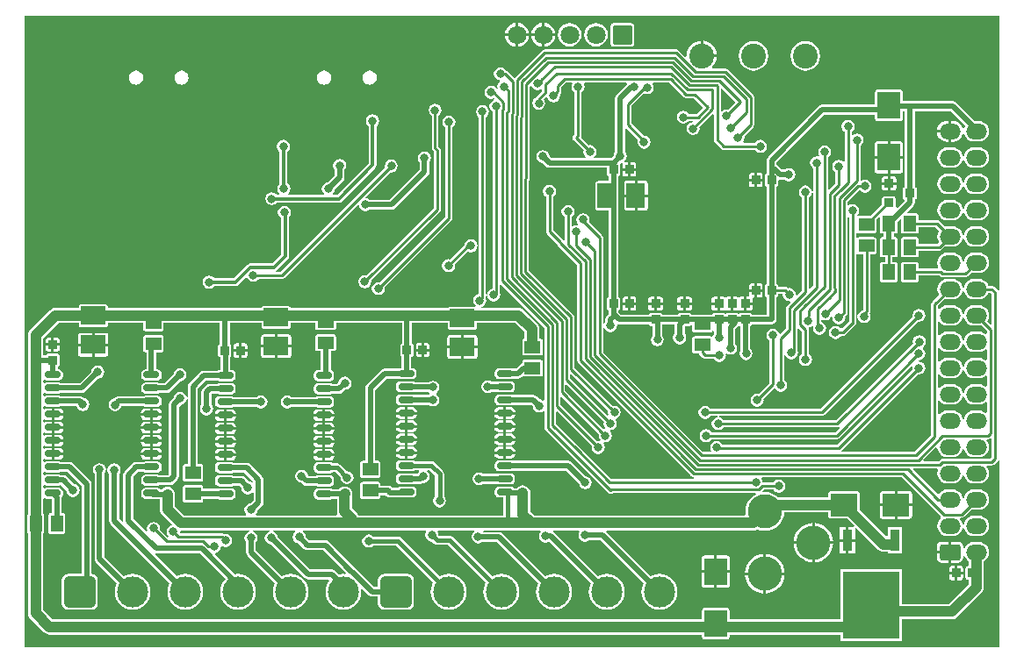
<source format=gbl>
G04 Layer_Physical_Order=2*
G04 Layer_Color=16711680*
%FSLAX24Y24*%
%MOIN*%
G70*
G01*
G75*
G04:AMPARAMS|DCode=10|XSize=70mil|YSize=94mil|CornerRadius=0.7mil|HoleSize=0mil|Usage=FLASHONLY|Rotation=0.000|XOffset=0mil|YOffset=0mil|HoleType=Round|Shape=RoundedRectangle|*
%AMROUNDEDRECTD10*
21,1,0.0700,0.0926,0,0,0.0*
21,1,0.0686,0.0940,0,0,0.0*
1,1,0.0014,0.0343,-0.0463*
1,1,0.0014,-0.0343,-0.0463*
1,1,0.0014,-0.0343,0.0463*
1,1,0.0014,0.0343,0.0463*
%
%ADD10ROUNDEDRECTD10*%
G04:AMPARAMS|DCode=12|XSize=32mil|YSize=35mil|CornerRadius=0.3mil|HoleSize=0mil|Usage=FLASHONLY|Rotation=0.000|XOffset=0mil|YOffset=0mil|HoleType=Round|Shape=RoundedRectangle|*
%AMROUNDEDRECTD12*
21,1,0.0320,0.0344,0,0,0.0*
21,1,0.0314,0.0350,0,0,0.0*
1,1,0.0006,0.0157,-0.0172*
1,1,0.0006,-0.0157,-0.0172*
1,1,0.0006,-0.0157,0.0172*
1,1,0.0006,0.0157,0.0172*
%
%ADD12ROUNDEDRECTD12*%
G04:AMPARAMS|DCode=15|XSize=48mil|YSize=60mil|CornerRadius=0.5mil|HoleSize=0mil|Usage=FLASHONLY|Rotation=90.000|XOffset=0mil|YOffset=0mil|HoleType=Round|Shape=RoundedRectangle|*
%AMROUNDEDRECTD15*
21,1,0.0480,0.0590,0,0,90.0*
21,1,0.0470,0.0600,0,0,90.0*
1,1,0.0010,0.0295,0.0235*
1,1,0.0010,0.0295,-0.0235*
1,1,0.0010,-0.0295,-0.0235*
1,1,0.0010,-0.0295,0.0235*
%
%ADD15ROUNDEDRECTD15*%
G04:AMPARAMS|DCode=16|XSize=48mil|YSize=60mil|CornerRadius=0.5mil|HoleSize=0mil|Usage=FLASHONLY|Rotation=180.000|XOffset=0mil|YOffset=0mil|HoleType=Round|Shape=RoundedRectangle|*
%AMROUNDEDRECTD16*
21,1,0.0480,0.0590,0,0,180.0*
21,1,0.0470,0.0600,0,0,180.0*
1,1,0.0010,-0.0235,0.0295*
1,1,0.0010,0.0235,0.0295*
1,1,0.0010,0.0235,-0.0295*
1,1,0.0010,-0.0235,-0.0295*
%
%ADD16ROUNDEDRECTD16*%
G04:AMPARAMS|DCode=17|XSize=32mil|YSize=35mil|CornerRadius=0.3mil|HoleSize=0mil|Usage=FLASHONLY|Rotation=270.000|XOffset=0mil|YOffset=0mil|HoleType=Round|Shape=RoundedRectangle|*
%AMROUNDEDRECTD17*
21,1,0.0320,0.0344,0,0,270.0*
21,1,0.0314,0.0350,0,0,270.0*
1,1,0.0006,-0.0172,-0.0157*
1,1,0.0006,-0.0172,0.0157*
1,1,0.0006,0.0172,0.0157*
1,1,0.0006,0.0172,-0.0157*
%
%ADD17ROUNDEDRECTD17*%
%ADD21C,0.0087*%
%ADD22C,0.0118*%
%ADD23C,0.0197*%
%ADD24C,0.0157*%
%ADD25C,0.1181*%
G04:AMPARAMS|DCode=26|XSize=118.1mil|YSize=118.1mil|CornerRadius=14.8mil|HoleSize=0mil|Usage=FLASHONLY|Rotation=270.000|XOffset=0mil|YOffset=0mil|HoleType=Round|Shape=RoundedRectangle|*
%AMROUNDEDRECTD26*
21,1,0.1181,0.0886,0,0,270.0*
21,1,0.0886,0.1181,0,0,270.0*
1,1,0.0295,-0.0443,-0.0443*
1,1,0.0295,-0.0443,0.0443*
1,1,0.0295,0.0443,0.0443*
1,1,0.0295,0.0443,-0.0443*
%
%ADD26ROUNDEDRECTD26*%
G04:AMPARAMS|DCode=27|XSize=70.9mil|YSize=70.9mil|CornerRadius=0.7mil|HoleSize=0mil|Usage=FLASHONLY|Rotation=180.000|XOffset=0mil|YOffset=0mil|HoleType=Round|Shape=RoundedRectangle|*
%AMROUNDEDRECTD27*
21,1,0.0709,0.0694,0,0,180.0*
21,1,0.0694,0.0709,0,0,180.0*
1,1,0.0014,-0.0347,0.0347*
1,1,0.0014,0.0347,0.0347*
1,1,0.0014,0.0347,-0.0347*
1,1,0.0014,-0.0347,-0.0347*
%
%ADD27ROUNDEDRECTD27*%
%ADD28C,0.0709*%
%ADD29C,0.0945*%
%ADD30C,0.1299*%
G04:AMPARAMS|DCode=31|XSize=78.7mil|YSize=59.1mil|CornerRadius=7.4mil|HoleSize=0mil|Usage=FLASHONLY|Rotation=0.000|XOffset=0mil|YOffset=0mil|HoleType=Round|Shape=RoundedRectangle|*
%AMROUNDEDRECTD31*
21,1,0.0787,0.0443,0,0,0.0*
21,1,0.0640,0.0591,0,0,0.0*
1,1,0.0148,0.0320,-0.0221*
1,1,0.0148,-0.0320,-0.0221*
1,1,0.0148,-0.0320,0.0221*
1,1,0.0148,0.0320,0.0221*
%
%ADD31ROUNDEDRECTD31*%
%ADD32O,0.0787X0.0591*%
%ADD33C,0.0315*%
G04:AMPARAMS|DCode=34|XSize=102.4mil|YSize=86.6mil|CornerRadius=0.9mil|HoleSize=0mil|Usage=FLASHONLY|Rotation=180.000|XOffset=0mil|YOffset=0mil|HoleType=Round|Shape=RoundedRectangle|*
%AMROUNDEDRECTD34*
21,1,0.1024,0.0849,0,0,180.0*
21,1,0.1006,0.0866,0,0,180.0*
1,1,0.0017,-0.0503,0.0424*
1,1,0.0017,0.0503,0.0424*
1,1,0.0017,0.0503,-0.0424*
1,1,0.0017,-0.0503,-0.0424*
%
%ADD34ROUNDEDRECTD34*%
G04:AMPARAMS|DCode=35|XSize=102.4mil|YSize=86.6mil|CornerRadius=0.9mil|HoleSize=0mil|Usage=FLASHONLY|Rotation=270.000|XOffset=0mil|YOffset=0mil|HoleType=Round|Shape=RoundedRectangle|*
%AMROUNDEDRECTD35*
21,1,0.1024,0.0849,0,0,270.0*
21,1,0.1006,0.0866,0,0,270.0*
1,1,0.0017,-0.0424,-0.0503*
1,1,0.0017,-0.0424,0.0503*
1,1,0.0017,0.0424,0.0503*
1,1,0.0017,0.0424,-0.0503*
%
%ADD35ROUNDEDRECTD35*%
G04:AMPARAMS|DCode=36|XSize=70mil|YSize=94mil|CornerRadius=0.7mil|HoleSize=0mil|Usage=FLASHONLY|Rotation=270.000|XOffset=0mil|YOffset=0mil|HoleType=Round|Shape=RoundedRectangle|*
%AMROUNDEDRECTD36*
21,1,0.0700,0.0926,0,0,270.0*
21,1,0.0686,0.0940,0,0,270.0*
1,1,0.0014,-0.0463,-0.0343*
1,1,0.0014,-0.0463,0.0343*
1,1,0.0014,0.0463,0.0343*
1,1,0.0014,0.0463,-0.0343*
%
%ADD36ROUNDEDRECTD36*%
%ADD37R,0.0374X0.0827*%
%ADD38R,0.2165X0.2559*%
G04:AMPARAMS|DCode=39|XSize=59.1mil|YSize=23.6mil|CornerRadius=5.9mil|HoleSize=0mil|Usage=FLASHONLY|Rotation=180.000|XOffset=0mil|YOffset=0mil|HoleType=Round|Shape=RoundedRectangle|*
%AMROUNDEDRECTD39*
21,1,0.0591,0.0118,0,0,180.0*
21,1,0.0472,0.0236,0,0,180.0*
1,1,0.0118,-0.0236,0.0059*
1,1,0.0118,0.0236,0.0059*
1,1,0.0118,0.0236,-0.0059*
1,1,0.0118,-0.0236,-0.0059*
%
%ADD39ROUNDEDRECTD39*%
G04:AMPARAMS|DCode=40|XSize=32mil|YSize=36mil|CornerRadius=0.3mil|HoleSize=0mil|Usage=FLASHONLY|Rotation=90.000|XOffset=0mil|YOffset=0mil|HoleType=Round|Shape=RoundedRectangle|*
%AMROUNDEDRECTD40*
21,1,0.0320,0.0354,0,0,90.0*
21,1,0.0314,0.0360,0,0,90.0*
1,1,0.0006,0.0177,0.0157*
1,1,0.0006,0.0177,-0.0157*
1,1,0.0006,-0.0177,-0.0157*
1,1,0.0006,-0.0177,0.0157*
%
%ADD40ROUNDEDRECTD40*%
%ADD41C,0.0394*%
G36*
X27161Y20941D02*
Y20891D01*
X26892Y20623D01*
X26841Y20633D01*
X26745Y20614D01*
X26672Y20565D01*
X26622Y20579D01*
Y21415D01*
X26668Y21434D01*
X27161Y20941D01*
D02*
G37*
G36*
X37205Y13758D02*
X37187Y13751D01*
X37155Y13749D01*
X37131Y13785D01*
X37131Y13785D01*
X37011Y13905D01*
X36968Y13933D01*
X36917Y13943D01*
X36917Y13943D01*
X36784D01*
X36759Y14004D01*
X36698Y14083D01*
X36618Y14145D01*
X36525Y14183D01*
X36425Y14196D01*
X36228D01*
X36129Y14183D01*
X36036Y14145D01*
X35956Y14083D01*
X35895Y14004D01*
X35856Y13911D01*
X35852Y13878D01*
X35802D01*
X35797Y13911D01*
X35759Y14004D01*
X35698Y14083D01*
X35618Y14145D01*
X35525Y14183D01*
X35425Y14196D01*
X35228D01*
X35129Y14183D01*
X35036Y14145D01*
X34956Y14083D01*
X34895Y14004D01*
X34856Y13911D01*
X34843Y13811D01*
X34856Y13711D01*
X34895Y13618D01*
X34917Y13589D01*
X34660Y13332D01*
X34632Y13289D01*
X34621Y13238D01*
X34621Y13238D01*
Y8254D01*
X33990Y7623D01*
X31221D01*
X31217Y7627D01*
X31202Y7673D01*
X34102Y10572D01*
X34154Y10562D01*
X34249Y10581D01*
X34330Y10635D01*
X34383Y10716D01*
X34402Y10811D01*
X34383Y10906D01*
X34330Y10987D01*
X34249Y11041D01*
X34154Y11060D01*
X34145Y11109D01*
X34239Y11128D01*
X34320Y11181D01*
X34374Y11262D01*
X34393Y11357D01*
X34374Y11453D01*
X34320Y11533D01*
X34299Y11548D01*
Y11608D01*
X34339Y11635D01*
X34393Y11716D01*
X34412Y11811D01*
X34393Y11906D01*
X34339Y11987D01*
X34259Y12041D01*
X34163Y12060D01*
X34068Y12041D01*
X33987Y11987D01*
X33933Y11906D01*
X33915Y11811D01*
X33925Y11760D01*
X30998Y8833D01*
X26740D01*
X26711Y8877D01*
X26631Y8931D01*
X26576Y8942D01*
X26581Y8992D01*
X30467D01*
X30467Y8992D01*
X30517Y9002D01*
X30560Y9030D01*
X34102Y12572D01*
X34154Y12562D01*
X34249Y12581D01*
X34330Y12635D01*
X34383Y12716D01*
X34402Y12811D01*
X34383Y12906D01*
X34330Y12987D01*
X34249Y13041D01*
X34154Y13060D01*
X34058Y13041D01*
X33978Y12987D01*
X33924Y12906D01*
X33905Y12811D01*
X33915Y12760D01*
X30412Y9256D01*
X26239D01*
X26209Y9300D01*
X26129Y9354D01*
X26033Y9373D01*
X25938Y9354D01*
X25857Y9300D01*
X25804Y9219D01*
X25785Y9124D01*
X25804Y9029D01*
X25857Y8948D01*
X25938Y8894D01*
X26033Y8875D01*
X26129Y8894D01*
X26209Y8948D01*
X26239Y8992D01*
X26490D01*
X26495Y8942D01*
X26440Y8931D01*
X26359Y8877D01*
X26305Y8796D01*
X26287Y8701D01*
X26305Y8606D01*
X26359Y8525D01*
X26440Y8471D01*
X26535Y8452D01*
X26631Y8471D01*
X26711Y8525D01*
X26740Y8568D01*
X31053D01*
X31053Y8568D01*
X31104Y8578D01*
X31112Y8584D01*
X31144Y8545D01*
X30970Y8371D01*
X26278D01*
X26249Y8414D01*
X26168Y8468D01*
X26073Y8487D01*
X25978Y8468D01*
X25897Y8414D01*
X25843Y8333D01*
X25824Y8238D01*
X25843Y8143D01*
X25897Y8062D01*
X25978Y8008D01*
X26073Y7989D01*
X26168Y8008D01*
X26249Y8062D01*
X26278Y8106D01*
X31024D01*
X31024Y8106D01*
X31075Y8116D01*
X31118Y8145D01*
X33871Y10897D01*
X33917Y10873D01*
X33905Y10811D01*
X33915Y10760D01*
X31042Y7887D01*
X26707D01*
X26706Y7891D01*
X26652Y7971D01*
X26572Y8025D01*
X26476Y8044D01*
X26381Y8025D01*
X26300Y7971D01*
X26246Y7891D01*
X26228Y7795D01*
X26246Y7700D01*
X26269Y7667D01*
X26245Y7623D01*
X25946D01*
X22156Y11413D01*
Y12346D01*
X22206Y12351D01*
X22211Y12326D01*
X22265Y12245D01*
X22346Y12191D01*
X22441Y12172D01*
X22536Y12191D01*
X22617Y12245D01*
X22671Y12326D01*
X22690Y12421D01*
X22688Y12432D01*
X22730Y12474D01*
X22757Y12469D01*
X22757Y12469D01*
X23900D01*
X23901Y12466D01*
X23921Y12436D01*
X23951Y12416D01*
X23986Y12409D01*
X24034D01*
Y12037D01*
X23993Y11975D01*
X23974Y11880D01*
X23993Y11785D01*
X24046Y11704D01*
X24127Y11650D01*
X24222Y11631D01*
X24318Y11650D01*
X24398Y11704D01*
X24452Y11785D01*
X24471Y11880D01*
X24452Y11975D01*
X24411Y12037D01*
Y12461D01*
X24414Y12466D01*
X24415Y12469D01*
X24880D01*
Y12116D01*
X24839Y12054D01*
X24820Y11959D01*
X24839Y11863D01*
X24893Y11783D01*
X24974Y11729D01*
X25069Y11710D01*
X25164Y11729D01*
X25245Y11783D01*
X25299Y11863D01*
X25318Y11959D01*
X25299Y12054D01*
X25258Y12116D01*
Y12391D01*
X25276Y12409D01*
X25429D01*
X25464Y12416D01*
X25494Y12436D01*
X25497Y12440D01*
X25547Y12425D01*
Y12251D01*
X25554Y12216D01*
X25574Y12186D01*
X25604Y12165D01*
X25640Y12158D01*
X26230D01*
X26266Y12165D01*
X26296Y12186D01*
X26316Y12216D01*
X26316Y12216D01*
X26366Y12211D01*
Y12106D01*
X26325Y12044D01*
X26322Y12030D01*
X26267Y12007D01*
X26266Y12008D01*
X26230Y12015D01*
X25640D01*
X25604Y12008D01*
X25574Y11988D01*
X25554Y11957D01*
X25547Y11922D01*
Y11451D01*
X25554Y11416D01*
X25574Y11386D01*
X25604Y11365D01*
X25640Y11358D01*
X25809D01*
X25813Y11341D01*
X25841Y11298D01*
X25954Y11186D01*
X25997Y11157D01*
X26047Y11147D01*
X26370D01*
X26399Y11104D01*
X26480Y11050D01*
X26575Y11031D01*
X26670Y11050D01*
X26751Y11104D01*
X26805Y11184D01*
X26824Y11280D01*
X26813Y11335D01*
X26858Y11365D01*
X26903Y11335D01*
X26998Y11316D01*
X27093Y11335D01*
X27174Y11389D01*
X27228Y11470D01*
X27247Y11565D01*
X27228Y11660D01*
X27187Y11722D01*
Y12284D01*
X27309Y12406D01*
X27326Y12432D01*
X27351Y12416D01*
X27369Y12412D01*
Y11468D01*
X27359Y11453D01*
X27340Y11357D01*
X27359Y11262D01*
X27413Y11181D01*
X27493Y11127D01*
X27589Y11108D01*
X27684Y11127D01*
X27765Y11181D01*
X27819Y11262D01*
X27837Y11357D01*
X27819Y11453D01*
X27765Y11533D01*
X27746Y11546D01*
Y12412D01*
X27764Y12416D01*
X27794Y12436D01*
X27814Y12466D01*
X27815Y12469D01*
X28557D01*
X28630Y12483D01*
X28691Y12524D01*
X28732Y12585D01*
X28746Y12657D01*
Y13500D01*
X28749Y13501D01*
X28779Y13521D01*
X28799Y13551D01*
X28806Y13586D01*
Y13625D01*
X28965D01*
X28983Y13602D01*
X29002Y13507D01*
X29056Y13426D01*
X29137Y13372D01*
X29232Y13353D01*
X29246Y13356D01*
X29271Y13310D01*
X29138Y13178D01*
X29110Y13135D01*
X29100Y13084D01*
X29100Y13084D01*
Y12318D01*
X28893Y12112D01*
X28845Y12126D01*
X28840Y12150D01*
X28786Y12231D01*
X28705Y12285D01*
X28610Y12304D01*
X28515Y12285D01*
X28434Y12231D01*
X28380Y12150D01*
X28361Y12055D01*
X28380Y11960D01*
X28434Y11879D01*
X28478Y11850D01*
Y10240D01*
X28063Y9825D01*
X28012Y9835D01*
X27917Y9817D01*
X27836Y9763D01*
X27782Y9682D01*
X27763Y9587D01*
X27782Y9491D01*
X27836Y9411D01*
X27917Y9357D01*
X28012Y9338D01*
X28107Y9357D01*
X28188Y9411D01*
X28242Y9491D01*
X28261Y9587D01*
X28250Y9638D01*
X28643Y10030D01*
X28692Y10025D01*
X28722Y9981D01*
X28802Y9928D01*
X28898Y9909D01*
X28993Y9928D01*
X29074Y9981D01*
X29128Y10062D01*
X29147Y10157D01*
X29128Y10253D01*
X29074Y10333D01*
X29030Y10363D01*
Y11285D01*
X29076Y11294D01*
X29080Y11293D01*
X29133Y11214D01*
X29214Y11160D01*
X29309Y11141D01*
X29404Y11160D01*
X29485Y11214D01*
X29539Y11295D01*
X29558Y11390D01*
X29539Y11485D01*
X29538Y11487D01*
Y12303D01*
X29584Y12322D01*
X29710Y12196D01*
Y11347D01*
X29667Y11318D01*
X29613Y11237D01*
X29594Y11142D01*
X29613Y11046D01*
X29667Y10966D01*
X29747Y10912D01*
X29843Y10893D01*
X29938Y10912D01*
X30018Y10966D01*
X30072Y11046D01*
X30091Y11142D01*
X30072Y11237D01*
X30018Y11318D01*
X29975Y11347D01*
Y12251D01*
X29965Y12302D01*
X29962Y12306D01*
X29981Y12352D01*
X30018Y12360D01*
X30091Y12408D01*
X30122Y12396D01*
X30137Y12384D01*
X30125Y12323D01*
X30144Y12228D01*
X30198Y12147D01*
X30279Y12093D01*
X30374Y12074D01*
X30469Y12093D01*
X30550Y12147D01*
X30604Y12228D01*
X30623Y12323D01*
X30604Y12418D01*
X30550Y12499D01*
X30469Y12553D01*
X30445Y12557D01*
Y12621D01*
X30490Y12645D01*
X30505Y12634D01*
X30600Y12615D01*
X30696Y12634D01*
X30776Y12688D01*
X30818Y12751D01*
X30865Y12731D01*
X30863Y12722D01*
X30882Y12626D01*
X30936Y12546D01*
X31017Y12492D01*
X31112Y12473D01*
X31207Y12492D01*
X31288Y12546D01*
X31342Y12626D01*
X31361Y12722D01*
X31351Y12773D01*
X31393Y12815D01*
X31393Y12815D01*
X31393Y12815D01*
X31403Y12825D01*
X31403Y12825D01*
X31432Y12868D01*
X31442Y12919D01*
X31442Y12919D01*
Y13988D01*
X31442Y13988D01*
X31432Y14039D01*
Y16524D01*
X31482Y16552D01*
X31494Y16545D01*
Y12579D01*
X31230Y12316D01*
X31166Y12322D01*
X31160Y12332D01*
X31079Y12385D01*
X30984Y12404D01*
X30889Y12385D01*
X30808Y12332D01*
X30754Y12251D01*
X30735Y12156D01*
X30754Y12060D01*
X30808Y11980D01*
X30889Y11926D01*
X30984Y11907D01*
X31079Y11926D01*
X31160Y11980D01*
X31189Y12023D01*
X31257D01*
X31257Y12023D01*
X31308Y12033D01*
X31351Y12062D01*
X31668Y12380D01*
X31675Y12381D01*
X31718Y12410D01*
X31720Y12412D01*
X31720Y12412D01*
X31748Y12455D01*
X31759Y12505D01*
Y15126D01*
X31767Y15133D01*
X31809Y15148D01*
X31827Y15136D01*
X31862Y15129D01*
X32033D01*
Y13011D01*
X32029Y13007D01*
X31972Y12996D01*
X31891Y12942D01*
X31837Y12861D01*
X31818Y12766D01*
X31837Y12671D01*
X31891Y12590D01*
X31972Y12536D01*
X32067Y12517D01*
X32162Y12536D01*
X32243Y12590D01*
X32297Y12671D01*
X32316Y12766D01*
X32297Y12861D01*
X32278Y12890D01*
X32288Y12905D01*
X32288Y12905D01*
X32288Y12905D01*
X32292Y12927D01*
X32298Y12956D01*
X32298Y12956D01*
X32298Y12956D01*
Y15129D01*
X32453D01*
X32488Y15136D01*
X32519Y15156D01*
X32539Y15187D01*
X32546Y15222D01*
Y15693D01*
X32539Y15728D01*
X32519Y15759D01*
X32488Y15779D01*
X32453Y15786D01*
X31862D01*
X31827Y15779D01*
X31809Y15767D01*
X31767Y15782D01*
X31759Y15789D01*
Y15926D01*
X31767Y15933D01*
X31809Y15948D01*
X31827Y15936D01*
X31862Y15929D01*
X32453D01*
X32488Y15936D01*
X32519Y15956D01*
X32539Y15987D01*
X32546Y16022D01*
Y16459D01*
X32633Y16546D01*
X32679Y16526D01*
Y16012D01*
X32686Y15977D01*
X32706Y15946D01*
X32737Y15926D01*
X32772Y15919D01*
X32819D01*
Y15796D01*
X32772D01*
X32737Y15789D01*
X32706Y15769D01*
X32686Y15738D01*
X32679Y15703D01*
Y15112D01*
X32686Y15077D01*
X32706Y15046D01*
X32737Y15026D01*
X32772Y15019D01*
X32875D01*
Y14846D01*
X32772D01*
X32737Y14839D01*
X32706Y14819D01*
X32686Y14788D01*
X32679Y14753D01*
Y14162D01*
X32686Y14127D01*
X32706Y14096D01*
X32737Y14076D01*
X32772Y14069D01*
X33243D01*
X33278Y14076D01*
X33309Y14096D01*
X33329Y14127D01*
X33336Y14162D01*
Y14753D01*
X33329Y14788D01*
X33309Y14819D01*
X33278Y14839D01*
X33243Y14846D01*
X33140D01*
Y15019D01*
X33243D01*
X33278Y15026D01*
X33309Y15046D01*
X33329Y15077D01*
X33336Y15112D01*
Y15703D01*
X33329Y15738D01*
X33309Y15769D01*
X33278Y15789D01*
X33243Y15796D01*
X33196D01*
Y15919D01*
X33243D01*
X33278Y15926D01*
X33309Y15946D01*
X33329Y15977D01*
X33336Y16012D01*
Y16369D01*
X33433Y16466D01*
X33479Y16447D01*
Y16012D01*
X33486Y15977D01*
X33506Y15946D01*
X33537Y15926D01*
X33572Y15919D01*
X34043D01*
X34078Y15926D01*
X34109Y15946D01*
X34129Y15977D01*
X34136Y16012D01*
Y16175D01*
X34775D01*
X34917Y16033D01*
X34895Y16004D01*
X34856Y15911D01*
X34843Y15811D01*
X34856Y15711D01*
X34895Y15618D01*
X34917Y15589D01*
X34868Y15540D01*
X34136D01*
Y15703D01*
X34129Y15738D01*
X34109Y15769D01*
X34078Y15789D01*
X34043Y15796D01*
X33572D01*
X33537Y15789D01*
X33506Y15769D01*
X33486Y15738D01*
X33479Y15703D01*
Y15112D01*
X33486Y15077D01*
X33506Y15046D01*
X33537Y15026D01*
X33572Y15019D01*
X34043D01*
X34078Y15026D01*
X34109Y15046D01*
X34129Y15077D01*
X34136Y15112D01*
Y15275D01*
X34923D01*
X34923Y15275D01*
X34974Y15285D01*
X35017Y15314D01*
X35017Y15314D01*
X35140Y15437D01*
X35228Y15426D01*
X35425D01*
X35525Y15439D01*
X35618Y15477D01*
X35698Y15539D01*
X35759Y15618D01*
X35797Y15711D01*
X35802Y15744D01*
X35852D01*
X35856Y15711D01*
X35895Y15618D01*
X35956Y15539D01*
X36036Y15477D01*
X36129Y15439D01*
X36228Y15426D01*
X36425D01*
X36525Y15439D01*
X36618Y15477D01*
X36698Y15539D01*
X36759Y15618D01*
X36797Y15711D01*
X36810Y15811D01*
X36797Y15911D01*
X36759Y16004D01*
X36698Y16083D01*
X36618Y16145D01*
X36525Y16183D01*
X36425Y16196D01*
X36228D01*
X36129Y16183D01*
X36036Y16145D01*
X35956Y16083D01*
X35895Y16004D01*
X35856Y15911D01*
X35852Y15878D01*
X35802D01*
X35797Y15911D01*
X35759Y16004D01*
X35698Y16083D01*
X35618Y16145D01*
X35525Y16183D01*
X35425Y16196D01*
X35228D01*
X35141Y16185D01*
X34924Y16401D01*
X34881Y16430D01*
X34830Y16440D01*
X34830Y16440D01*
X34136D01*
Y16603D01*
X34129Y16638D01*
X34109Y16669D01*
X34078Y16689D01*
X34043Y16696D01*
X33728D01*
X33709Y16742D01*
X33936Y16969D01*
X33936Y16969D01*
X33977Y17030D01*
X33991Y17102D01*
X33991Y17102D01*
Y17211D01*
X34014Y17216D01*
X34044Y17236D01*
X34064Y17266D01*
X34071Y17301D01*
Y17614D01*
X34064Y17649D01*
X34044Y17679D01*
X34014Y17699D01*
X33991Y17703D01*
Y20571D01*
X35355D01*
X35907Y20019D01*
X35895Y20004D01*
X35860Y19920D01*
X35827Y19916D01*
X35808Y19920D01*
X35770Y20010D01*
X35707Y20093D01*
X35625Y20156D01*
X35528Y20196D01*
X35425Y20210D01*
X35377D01*
Y19811D01*
Y19412D01*
X35425D01*
X35528Y19426D01*
X35625Y19466D01*
X35707Y19529D01*
X35770Y19612D01*
X35808Y19702D01*
X35827Y19706D01*
X35860Y19702D01*
X35895Y19618D01*
X35956Y19539D01*
X36036Y19477D01*
X36129Y19439D01*
X36228Y19426D01*
X36425D01*
X36525Y19439D01*
X36618Y19477D01*
X36698Y19539D01*
X36759Y19618D01*
X36797Y19711D01*
X36810Y19811D01*
X36797Y19911D01*
X36759Y20004D01*
X36698Y20083D01*
X36618Y20145D01*
X36525Y20183D01*
X36425Y20196D01*
X36264D01*
X35566Y20893D01*
X35505Y20934D01*
X35433Y20949D01*
X35433Y20949D01*
X33807D01*
X33807Y20949D01*
X33807Y20949D01*
X33529D01*
Y21295D01*
X33522Y21332D01*
X33501Y21364D01*
X33469Y21385D01*
X33432Y21392D01*
X32583D01*
X32546Y21385D01*
X32514Y21364D01*
X32493Y21332D01*
X32486Y21295D01*
Y20817D01*
X30481D01*
X30409Y20803D01*
X30348Y20762D01*
X30348Y20762D01*
X28424Y18839D01*
X28383Y18777D01*
X28369Y18705D01*
X28369Y18705D01*
Y18445D01*
X28369Y18445D01*
X28369Y18445D01*
Y18215D01*
X28366Y18214D01*
X28336Y18194D01*
X28316Y18164D01*
X28309Y18129D01*
Y17786D01*
X28316Y17751D01*
X28336Y17721D01*
X28366Y17701D01*
X28369Y17700D01*
Y14015D01*
X28366Y14014D01*
X28347Y14001D01*
D01*
X28336Y13994D01*
X28316Y13964D01*
X28309Y13929D01*
Y13586D01*
X28316Y13551D01*
X28336Y13521D01*
X28351Y13511D01*
D01*
X28366Y13501D01*
X28369Y13500D01*
Y12846D01*
X27815D01*
X27814Y12849D01*
X27794Y12879D01*
X27764Y12899D01*
X27729Y12906D01*
X27386D01*
X27351Y12899D01*
X27321Y12879D01*
X27310D01*
X27294D01*
X27264Y12899D01*
X27229Y12906D01*
X26886D01*
X26851Y12899D01*
X26821Y12879D01*
X26810D01*
X26794D01*
X26764Y12899D01*
X26729Y12906D01*
X26386D01*
X26351Y12899D01*
X26321Y12879D01*
X26301Y12849D01*
X26300Y12846D01*
X25515D01*
X25514Y12849D01*
X25494Y12879D01*
X25464Y12899D01*
X25429Y12906D01*
X25086D01*
X25051Y12899D01*
X25021Y12879D01*
X25001Y12849D01*
X25000Y12846D01*
X24415D01*
X24414Y12849D01*
X24394Y12879D01*
X24364Y12899D01*
X24329Y12906D01*
X23986D01*
X23951Y12899D01*
X23921Y12879D01*
X23901Y12849D01*
X23900Y12846D01*
X22836D01*
X22746Y12936D01*
Y13000D01*
X22749Y13001D01*
X22779Y13021D01*
X22799Y13051D01*
X22806Y13086D01*
Y13429D01*
X22799Y13464D01*
X22779Y13494D01*
X22749Y13514D01*
X22746Y13515D01*
Y18100D01*
X22749Y18101D01*
X22779Y18121D01*
X22799Y18151D01*
X22806Y18186D01*
Y18529D01*
X22799Y18564D01*
X22792Y18575D01*
X22830Y18613D01*
X22879Y18623D01*
X22909Y18578D01*
X22903Y18570D01*
X22895Y18529D01*
Y18407D01*
X23107D01*
Y18635D01*
X23003D01*
X22999Y18638D01*
X22985Y18678D01*
X22984Y18682D01*
X23037Y18762D01*
X23056Y18857D01*
X23037Y18953D01*
X22996Y19014D01*
Y19895D01*
X23046Y19916D01*
X23488Y19474D01*
X23472Y19390D01*
X23491Y19295D01*
X23544Y19214D01*
X23625Y19160D01*
X23720Y19141D01*
X23816Y19160D01*
X23896Y19214D01*
X23950Y19295D01*
X23969Y19390D01*
X23950Y19485D01*
X23896Y19566D01*
X23816Y19620D01*
X23720Y19639D01*
X23702Y19635D01*
X23223Y20114D01*
Y20772D01*
X23706Y21255D01*
X23733Y21237D01*
X23829Y21218D01*
X23924Y21237D01*
X24005Y21291D01*
X24059Y21371D01*
X24078Y21467D01*
X24059Y21562D01*
X24034Y21599D01*
X24060Y21649D01*
X24670D01*
X25204Y21115D01*
X25204Y21115D01*
X25247Y21086D01*
X25297Y21076D01*
X25598D01*
X25931Y20744D01*
Y20694D01*
X25714Y20477D01*
X25412D01*
X25383Y20520D01*
X25302Y20574D01*
X25207Y20593D01*
X25111Y20574D01*
X25031Y20520D01*
X24977Y20440D01*
X24958Y20344D01*
X24977Y20249D01*
X25031Y20169D01*
X25111Y20115D01*
X25207Y20096D01*
X25302Y20115D01*
X25383Y20169D01*
X25412Y20212D01*
X25578D01*
X25601Y20162D01*
X25597Y20157D01*
X25581Y20160D01*
X25485Y20141D01*
X25405Y20087D01*
X25351Y20007D01*
X25332Y19911D01*
X25351Y19816D01*
X25405Y19735D01*
X25485Y19681D01*
X25581Y19663D01*
X25676Y19681D01*
X25757Y19735D01*
X25811Y19816D01*
X25830Y19911D01*
X25819Y19963D01*
X26311Y20454D01*
X26357Y20435D01*
Y19485D01*
X26357Y19485D01*
X26367Y19434D01*
X26396Y19391D01*
X26648Y19139D01*
X26691Y19110D01*
X26742Y19100D01*
X26742Y19100D01*
X27925D01*
X27954Y19056D01*
X28035Y19002D01*
X28130Y18983D01*
X28225Y19002D01*
X28306Y19056D01*
X28360Y19137D01*
X28379Y19232D01*
X28360Y19328D01*
X28306Y19408D01*
X28225Y19462D01*
X28130Y19481D01*
X28035Y19462D01*
X27954Y19408D01*
X27925Y19365D01*
X27502D01*
X27475Y19415D01*
X27513Y19472D01*
X27532Y19567D01*
X27522Y19618D01*
X27859Y19956D01*
X27859Y19956D01*
X27888Y19999D01*
X27898Y20049D01*
Y21102D01*
X27898Y21102D01*
X27888Y21153D01*
X27859Y21196D01*
X27859Y21196D01*
X26887Y22168D01*
X26844Y22197D01*
X26793Y22207D01*
X26793Y22207D01*
X26311D01*
X26295Y22255D01*
X26314Y22269D01*
X26406Y22388D01*
X26463Y22528D01*
X26476Y22627D01*
X25906D01*
Y22677D01*
X25856D01*
Y23248D01*
X25756Y23235D01*
X25617Y23177D01*
X25497Y23085D01*
X25405Y22966D01*
X25348Y22827D01*
X25328Y22677D01*
X25331Y22654D01*
X25286Y22632D01*
X25039Y22879D01*
X24996Y22908D01*
X24945Y22918D01*
X24945Y22918D01*
X19940D01*
X19890Y22908D01*
X19847Y22879D01*
X18814Y21846D01*
X18778Y21843D01*
X18539Y22082D01*
X18496Y22111D01*
X18477Y22114D01*
X18444Y22164D01*
X18363Y22218D01*
X18268Y22237D01*
X18172Y22218D01*
X18092Y22164D01*
X18038Y22083D01*
X18019Y21988D01*
X18038Y21893D01*
X18092Y21812D01*
X18172Y21758D01*
X18226Y21748D01*
X18236Y21695D01*
X18225Y21687D01*
X18171Y21606D01*
X18152Y21511D01*
X18166Y21441D01*
X18118Y21422D01*
X18089Y21465D01*
X18009Y21519D01*
X17913Y21538D01*
X17818Y21519D01*
X17737Y21465D01*
X17683Y21385D01*
X17665Y21289D01*
X17683Y21194D01*
X17737Y21113D01*
X17818Y21059D01*
X17913Y21040D01*
X18009Y21059D01*
X18010Y21060D01*
X18022Y21052D01*
X18010Y20999D01*
X18005Y20998D01*
X17924Y20944D01*
X17870Y20863D01*
X17852Y20768D01*
X17870Y20672D01*
X17924Y20592D01*
X17968Y20563D01*
Y13823D01*
X17917Y13813D01*
X17836Y13759D01*
X17782Y13678D01*
X17768Y13609D01*
X17767Y13605D01*
X17735Y13608D01*
Y13608D01*
X17735Y13608D01*
X17717Y13650D01*
Y20346D01*
X17761Y20375D01*
X17815Y20456D01*
X17834Y20551D01*
X17815Y20646D01*
X17761Y20727D01*
X17680Y20781D01*
X17585Y20800D01*
X17490Y20781D01*
X17409Y20727D01*
X17355Y20646D01*
X17336Y20551D01*
X17355Y20456D01*
X17409Y20375D01*
X17452Y20346D01*
Y13619D01*
X17385Y13606D01*
X17304Y13552D01*
X17250Y13471D01*
X17231Y13376D01*
X17250Y13281D01*
X17304Y13200D01*
X17324Y13187D01*
X17304Y13140D01*
X17284Y13144D01*
X16358D01*
X16321Y13137D01*
X16290Y13116D01*
X16274Y13091D01*
X10310D01*
X10305Y13115D01*
X10284Y13146D01*
X10253Y13166D01*
X10217Y13173D01*
X9291D01*
X9254Y13166D01*
X9223Y13146D01*
X9203Y13115D01*
X9198Y13091D01*
X3373D01*
Y13137D01*
X3366Y13174D01*
X3345Y13205D01*
X3314Y13225D01*
X3278Y13233D01*
X2352D01*
X2315Y13225D01*
X2284Y13205D01*
X2264Y13174D01*
X2257Y13137D01*
Y13091D01*
X1378D01*
X1304Y13081D01*
X1235Y13053D01*
X1176Y13007D01*
X421Y12253D01*
X376Y12194D01*
X347Y12125D01*
X338Y12051D01*
Y11161D01*
Y5273D01*
X323Y5263D01*
X302Y5232D01*
X295Y5197D01*
Y4606D01*
X302Y4571D01*
X323Y4540D01*
X338Y4530D01*
Y1483D01*
X347Y1409D01*
X376Y1340D01*
X421Y1281D01*
X940Y762D01*
X999Y717D01*
X1068Y688D01*
X1142Y679D01*
X25915D01*
Y599D01*
X25923Y562D01*
X25944Y531D01*
X25975Y509D01*
X26013Y502D01*
X26861D01*
X26899Y509D01*
X26930Y531D01*
X26951Y562D01*
X26959Y599D01*
Y679D01*
X31163D01*
Y415D01*
X33502D01*
Y1269D01*
X35413D01*
X35487Y1279D01*
X35556Y1308D01*
X35616Y1353D01*
X36529Y2266D01*
X36574Y2326D01*
X36603Y2394D01*
X36613Y2468D01*
Y3475D01*
X36618Y3477D01*
X36698Y3539D01*
X36759Y3618D01*
X36797Y3711D01*
X36810Y3811D01*
X36797Y3911D01*
X36759Y4004D01*
X36698Y4083D01*
X36618Y4145D01*
X36525Y4183D01*
X36425Y4196D01*
X36228D01*
X36129Y4183D01*
X36036Y4145D01*
X35956Y4083D01*
X35895Y4004D01*
X35874Y3953D01*
X35824Y3963D01*
Y4032D01*
X35810Y4100D01*
X35772Y4158D01*
X35714Y4196D01*
X35647Y4210D01*
X35377D01*
Y3811D01*
Y3412D01*
X35647D01*
X35714Y3426D01*
X35772Y3464D01*
X35810Y3522D01*
X35824Y3590D01*
Y3659D01*
X35874Y3669D01*
X35895Y3618D01*
X35956Y3539D01*
X36036Y3477D01*
X36041Y3475D01*
Y3285D01*
X36009D01*
X35974Y3278D01*
X35945Y3258D01*
X35925Y3228D01*
X35918Y3193D01*
Y2850D01*
X35925Y2815D01*
X35945Y2785D01*
X35974Y2765D01*
X36009Y2758D01*
X36041D01*
Y2587D01*
X35295Y1841D01*
X33502D01*
Y3148D01*
X31163D01*
Y1250D01*
X26959D01*
Y1606D01*
X26951Y1643D01*
X26930Y1674D01*
X26899Y1695D01*
X26861Y1703D01*
X26013D01*
X25975Y1695D01*
X25944Y1674D01*
X25923Y1643D01*
X25915Y1606D01*
Y1250D01*
X1260D01*
X910Y1601D01*
Y4530D01*
X925Y4540D01*
X945Y4571D01*
X952Y4606D01*
Y5197D01*
X945Y5232D01*
X925Y5263D01*
X910Y5273D01*
Y5843D01*
X960Y5869D01*
X986Y5851D01*
X1043Y5840D01*
X1220D01*
X1235Y5825D01*
Y5290D01*
X1188D01*
X1153Y5283D01*
X1123Y5263D01*
X1102Y5232D01*
X1095Y5197D01*
Y4606D01*
X1102Y4571D01*
X1123Y4540D01*
X1153Y4520D01*
X1188Y4513D01*
X1659D01*
X1694Y4520D01*
X1725Y4540D01*
X1745Y4571D01*
X1752Y4606D01*
Y5197D01*
X1745Y5232D01*
X1725Y5263D01*
X1694Y5283D01*
X1659Y5290D01*
X1612D01*
Y5878D01*
X1621Y5883D01*
X1653Y5931D01*
X1664Y5988D01*
Y6106D01*
X1653Y6163D01*
X1621Y6211D01*
X1573Y6244D01*
X1516Y6255D01*
X1043D01*
X986Y6244D01*
X960Y6226D01*
X910Y6251D01*
Y6343D01*
X960Y6369D01*
X986Y6351D01*
X1043Y6340D01*
X1516D01*
X1573Y6351D01*
X1584Y6358D01*
X1803Y6139D01*
X1817Y6066D01*
X1871Y5985D01*
X1952Y5931D01*
X2047Y5913D01*
X2142Y5931D01*
X2223Y5985D01*
X2277Y6066D01*
X2296Y6161D01*
X2277Y6257D01*
X2223Y6337D01*
X2142Y6391D01*
X2070Y6406D01*
X1795Y6681D01*
X1734Y6722D01*
X1661Y6736D01*
X1661Y6736D01*
X1584D01*
X1573Y6744D01*
X1516Y6755D01*
X1043D01*
X986Y6744D01*
X960Y6726D01*
X910Y6751D01*
Y6843D01*
X960Y6869D01*
X986Y6851D01*
X1043Y6840D01*
X1516D01*
X1573Y6851D01*
X1584Y6859D01*
X1831D01*
X2370Y6319D01*
Y2985D01*
X1860D01*
X1769Y2967D01*
X1691Y2915D01*
X1640Y2837D01*
X1621Y2746D01*
Y1860D01*
X1640Y1769D01*
X1691Y1691D01*
X1769Y1640D01*
X1860Y1621D01*
X2746D01*
X2837Y1640D01*
X2915Y1691D01*
X2967Y1769D01*
X2985Y1860D01*
Y2746D01*
X2967Y2837D01*
X2915Y2915D01*
X2837Y2967D01*
X2748Y2985D01*
Y6398D01*
X2733Y6470D01*
X2692Y6531D01*
X2692Y6531D01*
X2043Y7181D01*
X1982Y7222D01*
X1909Y7236D01*
X1909Y7236D01*
X1584D01*
X1573Y7244D01*
X1516Y7255D01*
X1043D01*
X986Y7244D01*
X960Y7226D01*
X910Y7251D01*
Y7326D01*
X960Y7353D01*
X981Y7338D01*
X1043Y7326D01*
X1230D01*
Y7547D01*
Y7768D01*
X1043D01*
X981Y7756D01*
X960Y7742D01*
X910Y7768D01*
Y7826D01*
X960Y7853D01*
X981Y7838D01*
X1043Y7826D01*
X1230D01*
Y8047D01*
Y8268D01*
X1043D01*
X981Y8256D01*
X960Y8242D01*
X910Y8268D01*
Y8326D01*
X960Y8353D01*
X981Y8338D01*
X1043Y8326D01*
X1230D01*
Y8547D01*
Y8768D01*
X1043D01*
X981Y8756D01*
X960Y8742D01*
X910Y8768D01*
Y8826D01*
X960Y8853D01*
X981Y8838D01*
X1043Y8826D01*
X1230D01*
Y9047D01*
Y9268D01*
X1043D01*
X981Y9256D01*
X960Y9242D01*
X910Y9268D01*
Y9343D01*
X960Y9369D01*
X986Y9351D01*
X1043Y9340D01*
X1516D01*
X1573Y9351D01*
X1584Y9359D01*
X2184D01*
X2191Y9324D01*
X2245Y9243D01*
X2326Y9189D01*
X2421Y9170D01*
X2517Y9189D01*
X2597Y9243D01*
X2651Y9324D01*
X2670Y9419D01*
X2651Y9515D01*
X2597Y9595D01*
X2517Y9649D01*
X2444Y9664D01*
X2427Y9681D01*
X2427Y9681D01*
X2427Y9681D01*
X2427Y9681D01*
X2400Y9699D01*
X2366Y9722D01*
X2365Y9722D01*
X2365Y9722D01*
X2321Y9730D01*
X2293Y9736D01*
X2293D01*
X2293Y9736D01*
X2293Y9736D01*
X1584D01*
X1573Y9744D01*
X1516Y9755D01*
X1043D01*
X986Y9744D01*
X960Y9726D01*
X910Y9751D01*
Y9843D01*
X960Y9869D01*
X986Y9851D01*
X1043Y9840D01*
X1516D01*
X1573Y9851D01*
X1584Y9859D01*
X2380D01*
X2380Y9859D01*
X2452Y9873D01*
X2513Y9914D01*
X3005Y10405D01*
X3078Y10420D01*
X3158Y10474D01*
X3212Y10554D01*
X3231Y10650D01*
X3212Y10745D01*
X3158Y10826D01*
X3078Y10880D01*
X2982Y10898D01*
X2887Y10880D01*
X2806Y10826D01*
X2752Y10745D01*
X2738Y10672D01*
X2302Y10236D01*
X1584D01*
X1573Y10244D01*
X1516Y10255D01*
X1043D01*
X986Y10244D01*
X960Y10226D01*
X910Y10251D01*
Y10343D01*
X960Y10369D01*
X986Y10351D01*
X1043Y10340D01*
X1516D01*
X1573Y10351D01*
X1621Y10383D01*
X1653Y10431D01*
X1664Y10488D01*
Y10606D01*
X1653Y10663D01*
X1621Y10711D01*
X1573Y10744D01*
X1516Y10755D01*
X1468D01*
Y10864D01*
X1477Y10866D01*
X1506Y10886D01*
X1526Y10916D01*
X1533Y10951D01*
Y11264D01*
X1526Y11299D01*
X1506Y11329D01*
X1477Y11349D01*
X1441Y11356D01*
X1098D01*
X1063Y11349D01*
X1033Y11329D01*
X1013Y11299D01*
X1013Y11296D01*
X910D01*
Y11932D01*
X1496Y12519D01*
X2257D01*
Y12451D01*
X2264Y12415D01*
X2284Y12384D01*
X2315Y12363D01*
X2352Y12356D01*
X3278D01*
X3314Y12363D01*
X3345Y12384D01*
X3366Y12415D01*
X3373Y12451D01*
Y12519D01*
X4710D01*
Y12301D01*
X4717Y12265D01*
X4737Y12235D01*
X4768Y12215D01*
X4803Y12207D01*
X5394D01*
X5429Y12215D01*
X5460Y12235D01*
X5480Y12265D01*
X5487Y12301D01*
Y12519D01*
X7612D01*
Y11733D01*
X7609Y11733D01*
X7579Y11713D01*
X7559Y11683D01*
X7552Y11648D01*
Y11305D01*
X7559Y11270D01*
X7579Y11240D01*
X7609Y11220D01*
X7636Y11214D01*
Y10725D01*
X7589D01*
X7532Y10714D01*
X7520Y10706D01*
X7002D01*
X7002Y10706D01*
X6930Y10692D01*
X6869Y10651D01*
X6869Y10651D01*
X6461Y10244D01*
X6420Y10182D01*
X6406Y10110D01*
X6406Y10110D01*
Y9687D01*
X6356Y9682D01*
X6342Y9751D01*
X6288Y9831D01*
X6207Y9885D01*
X6112Y9904D01*
X6017Y9885D01*
X5936Y9831D01*
X5882Y9751D01*
X5868Y9678D01*
X5743Y9553D01*
X5702Y9491D01*
X5687Y9419D01*
X5687Y9419D01*
Y6771D01*
X5652Y6736D01*
X5324D01*
X5313Y6744D01*
X5256Y6755D01*
X4783D01*
X4727Y6744D01*
X4678Y6711D01*
X4646Y6663D01*
X4635Y6606D01*
Y6488D01*
X4646Y6431D01*
X4678Y6383D01*
X4727Y6351D01*
X4783Y6340D01*
X5256D01*
X5313Y6351D01*
X5324Y6359D01*
X5730D01*
X5730Y6359D01*
X5803Y6373D01*
X5864Y6414D01*
X6009Y6560D01*
X6009Y6560D01*
X6050Y6621D01*
X6065Y6693D01*
X6065Y6693D01*
Y9341D01*
X6135Y9411D01*
X6207Y9426D01*
X6288Y9480D01*
X6342Y9560D01*
X6356Y9629D01*
X6406Y9624D01*
Y7156D01*
X6299D01*
X6264Y7148D01*
X6233Y7128D01*
X6213Y7098D01*
X6206Y7062D01*
Y6592D01*
X6213Y6556D01*
X6233Y6526D01*
X6264Y6506D01*
X6299Y6499D01*
X6890D01*
X6925Y6506D01*
X6956Y6526D01*
X6976Y6556D01*
X6983Y6592D01*
Y7062D01*
X6976Y7098D01*
X6956Y7128D01*
X6925Y7148D01*
X6890Y7156D01*
X6783D01*
Y10032D01*
X7080Y10329D01*
X7520D01*
X7532Y10321D01*
X7589Y10310D01*
X8061D01*
X8118Y10321D01*
X8166Y10354D01*
X8198Y10402D01*
X8210Y10459D01*
Y10577D01*
X8198Y10634D01*
X8166Y10682D01*
X8118Y10714D01*
X8061Y10725D01*
X8013D01*
Y11234D01*
X8022Y11240D01*
X8042Y11270D01*
X8049Y11305D01*
Y11648D01*
X8042Y11683D01*
X8022Y11713D01*
X7992Y11733D01*
X7989Y11733D01*
Y12519D01*
X9195D01*
Y12392D01*
X9203Y12356D01*
X9223Y12325D01*
X9254Y12304D01*
X9291Y12297D01*
X10217D01*
X10253Y12304D01*
X10284Y12325D01*
X10305Y12356D01*
X10312Y12392D01*
Y12519D01*
X11245D01*
Y12340D01*
X11253Y12304D01*
X11273Y12274D01*
X11303Y12254D01*
X11339Y12247D01*
X11929D01*
X11965Y12254D01*
X11995Y12274D01*
X12015Y12304D01*
X12022Y12340D01*
Y12519D01*
X14531D01*
Y11753D01*
X14528Y11752D01*
X14498Y11733D01*
X14478Y11703D01*
X14471Y11668D01*
Y11324D01*
X14478Y11289D01*
X14498Y11260D01*
X14506Y11254D01*
Y10804D01*
X14459D01*
X14402Y10793D01*
X14390Y10785D01*
X13874D01*
X13802Y10771D01*
X13741Y10730D01*
X13741Y10730D01*
X13193Y10183D01*
X13152Y10121D01*
X13138Y10049D01*
X13138Y10049D01*
Y7284D01*
X13032D01*
X12996Y7276D01*
X12966Y7256D01*
X12945Y7226D01*
X12938Y7190D01*
Y6720D01*
X12945Y6684D01*
X12966Y6654D01*
X12996Y6634D01*
X13032Y6627D01*
X13622D01*
X13658Y6634D01*
X13688Y6654D01*
X13708Y6684D01*
X13715Y6720D01*
Y7190D01*
X13708Y7226D01*
X13688Y7256D01*
X13658Y7276D01*
X13622Y7284D01*
X13515D01*
Y9971D01*
X13952Y10408D01*
X14390D01*
X14402Y10400D01*
X14459Y10389D01*
X14931D01*
X14988Y10400D01*
X15036Y10432D01*
X15068Y10481D01*
X15080Y10537D01*
Y10656D01*
X15068Y10712D01*
X15036Y10761D01*
X14988Y10793D01*
X14931Y10804D01*
X14884D01*
Y11234D01*
X14912Y11240D01*
X14941Y11260D01*
X14961Y11289D01*
X14968Y11324D01*
Y11668D01*
X14961Y11703D01*
X14941Y11733D01*
X14912Y11752D01*
X14908Y11753D01*
Y12519D01*
X16262D01*
Y12363D01*
X16270Y12326D01*
X16290Y12295D01*
X16321Y12274D01*
X16358Y12267D01*
X17284D01*
X17320Y12274D01*
X17351Y12295D01*
X17372Y12326D01*
X17379Y12363D01*
Y12519D01*
X18828D01*
X19173Y12175D01*
Y11937D01*
X19147Y11932D01*
X19117Y11912D01*
X19097Y11882D01*
X19090Y11846D01*
Y11375D01*
X19097Y11340D01*
X19117Y11310D01*
X19147Y11289D01*
X19183Y11282D01*
X19774D01*
X19809Y11289D01*
X19839Y11310D01*
X19860Y11340D01*
X19867Y11375D01*
Y11846D01*
X19860Y11882D01*
X19839Y11912D01*
X19809Y11932D01*
X19774Y11939D01*
X19745D01*
Y12293D01*
X19735Y12367D01*
X19722Y12397D01*
X19706Y12436D01*
X19661Y12495D01*
X19149Y13007D01*
X19090Y13053D01*
X19021Y13081D01*
X18947Y13091D01*
X17555D01*
X17550Y13141D01*
X17576Y13146D01*
X17656Y13200D01*
X17710Y13281D01*
X17729Y13376D01*
X17713Y13458D01*
X17717Y13481D01*
Y13515D01*
X17735Y13558D01*
X17735Y13558D01*
Y13558D01*
X17767Y13561D01*
X17768Y13557D01*
X17782Y13487D01*
X17836Y13407D01*
X17917Y13353D01*
X18012Y13334D01*
X18107Y13353D01*
X18188Y13407D01*
X18242Y13487D01*
X18261Y13583D01*
X18242Y13678D01*
X18233Y13691D01*
Y13970D01*
X18283Y13990D01*
X19936Y12337D01*
Y9589D01*
X19886Y9562D01*
X19829Y9600D01*
X19757Y9614D01*
X19641Y9730D01*
X19580Y9771D01*
X19508Y9785D01*
X19508Y9785D01*
X18739D01*
X18728Y9793D01*
X18671Y9804D01*
X18199D01*
X18142Y9793D01*
X18094Y9761D01*
X18062Y9712D01*
X18050Y9656D01*
Y9537D01*
X18062Y9481D01*
X18094Y9432D01*
X18142Y9400D01*
X18199Y9389D01*
X18671D01*
X18728Y9400D01*
X18739Y9408D01*
X19430D01*
X19490Y9348D01*
X19504Y9275D01*
X19558Y9194D01*
X19639Y9140D01*
X19734Y9121D01*
X19829Y9140D01*
X19886Y9178D01*
X19936Y9151D01*
Y8543D01*
X19936Y8543D01*
X19947Y8493D01*
X19975Y8450D01*
X22357Y6068D01*
X22400Y6039D01*
X22451Y6029D01*
X22501Y6039D01*
X22528Y6057D01*
X27943D01*
X27956Y6007D01*
X27886Y5969D01*
X27774Y5877D01*
X27682Y5765D01*
X27614Y5637D01*
X27572Y5499D01*
X27557Y5354D01*
X27567Y5257D01*
X27522Y5207D01*
X19552D01*
X19400Y5359D01*
Y6063D01*
X19390Y6137D01*
X19362Y6206D01*
X19316Y6265D01*
X19257Y6311D01*
X19188Y6339D01*
X19114Y6349D01*
X19040Y6339D01*
X18971Y6311D01*
X18912Y6265D01*
X18894Y6242D01*
X18789D01*
X18776Y6261D01*
X18728Y6293D01*
X18671Y6304D01*
X18199D01*
X18142Y6293D01*
X18094Y6261D01*
X18062Y6212D01*
X18050Y6156D01*
Y6037D01*
X18062Y5981D01*
X18094Y5932D01*
X18142Y5900D01*
X18199Y5889D01*
X18379D01*
Y5207D01*
X12889D01*
X12885Y5216D01*
X12840Y5275D01*
X12628Y5487D01*
Y5934D01*
X12632Y5944D01*
X12642Y6018D01*
X12632Y6092D01*
X12604Y6161D01*
X12558Y6220D01*
X12499Y6265D01*
X12430Y6294D01*
X12356Y6304D01*
X12282Y6294D01*
X12213Y6265D01*
X12154Y6220D01*
X12141Y6206D01*
X11869D01*
X11858Y6214D01*
X11801Y6225D01*
X11329D01*
X11272Y6214D01*
X11224Y6182D01*
X11192Y6134D01*
X11180Y6077D01*
Y5959D01*
X11192Y5902D01*
X11224Y5854D01*
X11272Y5821D01*
X11329Y5810D01*
X11801D01*
X11858Y5821D01*
X11869Y5829D01*
X12057D01*
Y5368D01*
X12066Y5294D01*
X12082Y5257D01*
X12048Y5207D01*
X8998D01*
X8982Y5257D01*
X9029Y5328D01*
X9044Y5401D01*
X9218Y5575D01*
X9218Y5575D01*
X9218Y5575D01*
X9259Y5636D01*
X9259Y5636D01*
X9259Y5636D01*
X9273Y5709D01*
X9273Y5709D01*
Y6565D01*
X9259Y6637D01*
X9218Y6698D01*
X9218Y6698D01*
X8765Y7151D01*
X8704Y7192D01*
X8632Y7206D01*
X8632Y7206D01*
X8129D01*
X8118Y7214D01*
X8061Y7225D01*
X7589D01*
X7532Y7214D01*
X7484Y7182D01*
X7451Y7134D01*
X7440Y7077D01*
Y6959D01*
X7451Y6902D01*
X7484Y6854D01*
X7532Y6821D01*
X7589Y6810D01*
X8061D01*
X8118Y6821D01*
X8129Y6829D01*
X8554D01*
X8886Y6496D01*
X8882Y6466D01*
X8830Y6447D01*
X8766Y6490D01*
X8706Y6502D01*
X8557Y6651D01*
X8495Y6692D01*
X8423Y6706D01*
X8423Y6706D01*
X8129D01*
X8118Y6714D01*
X8061Y6725D01*
X7589D01*
X7532Y6714D01*
X7484Y6682D01*
X7451Y6634D01*
X7440Y6577D01*
Y6459D01*
X7451Y6402D01*
X7484Y6354D01*
X7532Y6321D01*
X7589Y6310D01*
X8061D01*
X8118Y6321D01*
X8129Y6329D01*
X8345D01*
X8424Y6250D01*
X8441Y6165D01*
X8495Y6084D01*
X8576Y6030D01*
X8671Y6011D01*
X8766Y6030D01*
X8846Y6083D01*
X8870Y6078D01*
X8896Y6071D01*
Y5787D01*
X8777Y5668D01*
X8704Y5653D01*
X8623Y5599D01*
X8569Y5518D01*
X8550Y5423D01*
X8569Y5328D01*
X8617Y5257D01*
X8600Y5207D01*
X6264D01*
X5916Y5555D01*
Y6004D01*
X5906Y6078D01*
X5878Y6147D01*
X5832Y6206D01*
X5773Y6252D01*
X5704Y6280D01*
X5630Y6290D01*
X5556Y6280D01*
X5487Y6252D01*
X5428Y6206D01*
X5420Y6196D01*
X5371Y6197D01*
X5361Y6211D01*
X5313Y6244D01*
X5256Y6255D01*
X4783D01*
X4727Y6244D01*
X4678Y6211D01*
X4646Y6163D01*
X4635Y6106D01*
Y5988D01*
X4646Y5931D01*
X4678Y5883D01*
X4727Y5851D01*
X4783Y5840D01*
X4976D01*
X4991Y5830D01*
X4991Y5830D01*
X4991Y5830D01*
X5029Y5822D01*
X5063Y5815D01*
X5063D01*
X5063Y5815D01*
X5063Y5815D01*
X5344D01*
Y5437D01*
X5354Y5363D01*
X5382Y5294D01*
X5428Y5235D01*
X5793Y4870D01*
X5778Y4822D01*
X5751Y4817D01*
X5670Y4763D01*
X5617Y4682D01*
X5598Y4587D01*
X5617Y4491D01*
X5657Y4431D01*
X5641Y4377D01*
X5639Y4375D01*
X5628Y4372D01*
X5337Y4663D01*
X5347Y4715D01*
X5328Y4810D01*
X5274Y4891D01*
X5194Y4945D01*
X5098Y4963D01*
X5003Y4945D01*
X4922Y4891D01*
X4868Y4810D01*
X4850Y4715D01*
X4868Y4623D01*
X4865Y4620D01*
X4812Y4609D01*
X4331Y5089D01*
Y5887D01*
X4331Y5887D01*
X4323Y5930D01*
Y6664D01*
X4517Y6859D01*
X4715D01*
X4727Y6851D01*
X4783Y6840D01*
X5256D01*
X5313Y6851D01*
X5361Y6883D01*
X5393Y6931D01*
X5404Y6988D01*
Y7106D01*
X5393Y7163D01*
X5361Y7211D01*
X5313Y7244D01*
X5256Y7255D01*
X4783D01*
X4727Y7244D01*
X4715Y7236D01*
X4439D01*
X4439Y7236D01*
X4367Y7222D01*
X4306Y7181D01*
X4306Y7181D01*
X4000Y6876D01*
X3960Y6814D01*
X3945Y6742D01*
X3945Y6742D01*
Y5896D01*
X3945Y5896D01*
X3954Y5853D01*
Y5011D01*
X3954Y5011D01*
X3959Y4985D01*
X3913Y4960D01*
X3791Y5082D01*
Y6782D01*
X3832Y6844D01*
X3851Y6939D01*
X3832Y7034D01*
X3778Y7115D01*
X3698Y7169D01*
X3602Y7188D01*
X3507Y7169D01*
X3426Y7115D01*
X3372Y7034D01*
X3353Y6939D01*
X3372Y6844D01*
X3414Y6782D01*
Y5004D01*
X3414Y5004D01*
X3428Y4932D01*
X3469Y4871D01*
X3469Y4871D01*
X5710Y2630D01*
X5674Y2564D01*
X5636Y2436D01*
X5623Y2303D01*
X5636Y2170D01*
X5674Y2043D01*
X5737Y1925D01*
X5822Y1822D01*
X5925Y1737D01*
X6043Y1674D01*
X6170Y1636D01*
X6303Y1623D01*
X6436Y1636D01*
X6564Y1674D01*
X6681Y1737D01*
X6784Y1822D01*
X6869Y1925D01*
X6932Y2043D01*
X6971Y2170D01*
X6984Y2303D01*
X6971Y2436D01*
X6932Y2564D01*
X6869Y2681D01*
X6784Y2784D01*
X6681Y2869D01*
X6564Y2932D01*
X6436Y2971D01*
X6303Y2984D01*
X6170Y2971D01*
X6043Y2932D01*
X5977Y2896D01*
X5156Y3717D01*
X5180Y3763D01*
X5207Y3758D01*
X5207Y3758D01*
X6851D01*
X7822Y2787D01*
X7822Y2784D01*
X7737Y2681D01*
X7674Y2564D01*
X7636Y2436D01*
X7623Y2303D01*
X7636Y2170D01*
X7674Y2043D01*
X7737Y1925D01*
X7822Y1822D01*
X7925Y1737D01*
X8043Y1674D01*
X8170Y1636D01*
X8303Y1623D01*
X8436Y1636D01*
X8564Y1674D01*
X8681Y1737D01*
X8784Y1822D01*
X8869Y1925D01*
X8932Y2043D01*
X8971Y2170D01*
X8984Y2303D01*
X8971Y2436D01*
X8932Y2564D01*
X8869Y2681D01*
X8784Y2784D01*
X8681Y2869D01*
X8564Y2932D01*
X8436Y2971D01*
X8303Y2984D01*
X8172Y2971D01*
X7424Y3718D01*
X7441Y3773D01*
X7507Y3786D01*
X7587Y3840D01*
X7641Y3921D01*
X7660Y4016D01*
X7658Y4026D01*
X7703Y4056D01*
X7739Y4032D01*
X7835Y4013D01*
X7930Y4032D01*
X8011Y4086D01*
X8065Y4167D01*
X8084Y4262D01*
X8065Y4357D01*
X8011Y4438D01*
X7930Y4492D01*
X7835Y4511D01*
X7777Y4499D01*
X7758Y4512D01*
X7707Y4522D01*
X7707Y4522D01*
X6132D01*
X6092Y4569D01*
X6095Y4587D01*
X6092Y4601D01*
X6127Y4638D01*
X6146Y4635D01*
X8724D01*
X8729Y4585D01*
X8704Y4580D01*
X8623Y4526D01*
X8569Y4446D01*
X8550Y4350D01*
X8569Y4255D01*
X8611Y4193D01*
Y3807D01*
X8611Y3807D01*
X8625Y3735D01*
X8666Y3674D01*
X8666Y3674D01*
X9710Y2630D01*
X9674Y2564D01*
X9636Y2436D01*
X9623Y2303D01*
X9636Y2170D01*
X9674Y2043D01*
X9737Y1925D01*
X9822Y1822D01*
X9925Y1737D01*
X10043Y1674D01*
X10170Y1636D01*
X10303Y1623D01*
X10436Y1636D01*
X10564Y1674D01*
X10681Y1737D01*
X10784Y1822D01*
X10869Y1925D01*
X10932Y2043D01*
X10971Y2170D01*
X10984Y2303D01*
X10971Y2436D01*
X10932Y2564D01*
X10869Y2681D01*
X10784Y2784D01*
X10681Y2869D01*
X10564Y2932D01*
X10436Y2971D01*
X10303Y2984D01*
X10170Y2971D01*
X10043Y2932D01*
X9977Y2896D01*
X8988Y3885D01*
Y4193D01*
X9029Y4255D01*
X9048Y4350D01*
X9029Y4446D01*
X8975Y4526D01*
X8894Y4580D01*
X8869Y4585D01*
X8874Y4635D01*
X9492D01*
X9497Y4585D01*
X9472Y4580D01*
X9391Y4526D01*
X9337Y4446D01*
X9318Y4350D01*
X9337Y4255D01*
X9391Y4174D01*
X9472Y4120D01*
X9567Y4102D01*
X9568Y4102D01*
X10841Y2829D01*
X10841Y2829D01*
X10902Y2788D01*
X10974Y2774D01*
X11749D01*
X11772Y2724D01*
X11737Y2681D01*
X11674Y2564D01*
X11636Y2436D01*
X11623Y2303D01*
X11636Y2170D01*
X11674Y2043D01*
X11737Y1925D01*
X11822Y1822D01*
X11925Y1737D01*
X12043Y1674D01*
X12170Y1636D01*
X12303Y1623D01*
X12436Y1636D01*
X12564Y1674D01*
X12681Y1737D01*
X12784Y1822D01*
X12869Y1925D01*
X12932Y2043D01*
X12971Y2170D01*
X12984Y2303D01*
X12975Y2391D01*
X13023Y2413D01*
X13267Y2170D01*
X13267Y2170D01*
X13328Y2129D01*
X13400Y2114D01*
X13400Y2114D01*
X13619D01*
Y1860D01*
X13638Y1769D01*
X13689Y1691D01*
X13767Y1640D01*
X13858Y1621D01*
X14744D01*
X14835Y1640D01*
X14913Y1691D01*
X14965Y1769D01*
X14983Y1860D01*
Y2746D01*
X14965Y2837D01*
X14913Y2915D01*
X14835Y2967D01*
X14744Y2985D01*
X13858D01*
X13767Y2967D01*
X13689Y2915D01*
X13638Y2837D01*
X13619Y2746D01*
Y2492D01*
X13478D01*
X12758Y3212D01*
X12758Y3212D01*
X12745Y3221D01*
X11757Y4208D01*
X11696Y4249D01*
X11624Y4263D01*
X11624Y4263D01*
X11013D01*
X10874Y4402D01*
X10860Y4475D01*
X10806Y4556D01*
X10762Y4585D01*
X10777Y4635D01*
X15424D01*
X15451Y4585D01*
X15430Y4554D01*
X15411Y4459D01*
X15430Y4363D01*
X15483Y4283D01*
X15564Y4229D01*
X15659Y4210D01*
X15668Y4212D01*
X15747Y4133D01*
X15802Y4096D01*
X15866Y4083D01*
X16073D01*
X16076Y4084D01*
X16079Y4083D01*
X16275Y4091D01*
X17718Y2648D01*
X17673Y2564D01*
X17634Y2436D01*
X17621Y2303D01*
X17634Y2170D01*
X17673Y2043D01*
X17735Y1925D01*
X17820Y1822D01*
X17923Y1737D01*
X18041Y1675D01*
X18168Y1636D01*
X18301Y1623D01*
X18434Y1636D01*
X18562Y1675D01*
X18679Y1737D01*
X18782Y1822D01*
X18867Y1925D01*
X18930Y2043D01*
X18969Y2170D01*
X18982Y2303D01*
X18969Y2436D01*
X18930Y2564D01*
X18867Y2681D01*
X18782Y2784D01*
X18679Y2869D01*
X18562Y2932D01*
X18434Y2971D01*
X18301Y2984D01*
X18168Y2971D01*
X18041Y2932D01*
X17956Y2887D01*
X16462Y4381D01*
X16459Y4383D01*
X16457Y4385D01*
X16432Y4401D01*
X16407Y4418D01*
X16404Y4418D01*
X16401Y4420D01*
X16372Y4425D01*
X16343Y4430D01*
X16339Y4430D01*
X16336Y4430D01*
X16070Y4421D01*
X15943D01*
X15908Y4459D01*
X15889Y4554D01*
X15868Y4585D01*
X15895Y4635D01*
X17259D01*
X17275Y4585D01*
X17245Y4566D01*
X17191Y4485D01*
X17172Y4390D01*
X17191Y4295D01*
X17245Y4214D01*
X17326Y4160D01*
X17421Y4141D01*
X17516Y4160D01*
X17578Y4201D01*
X18136D01*
X18219Y4119D01*
X18219Y4119D01*
X19708Y2630D01*
X19673Y2564D01*
X19634Y2436D01*
X19621Y2303D01*
X19634Y2170D01*
X19673Y2043D01*
X19735Y1925D01*
X19820Y1822D01*
X19923Y1737D01*
X20041Y1675D01*
X20168Y1636D01*
X20301Y1623D01*
X20434Y1636D01*
X20562Y1675D01*
X20679Y1737D01*
X20782Y1822D01*
X20867Y1925D01*
X20930Y2043D01*
X20969Y2170D01*
X20982Y2303D01*
X20969Y2436D01*
X20930Y2564D01*
X20867Y2681D01*
X20782Y2784D01*
X20679Y2869D01*
X20562Y2932D01*
X20434Y2971D01*
X20301Y2984D01*
X20168Y2971D01*
X20041Y2932D01*
X19975Y2896D01*
X18486Y4385D01*
X18486Y4385D01*
X18348Y4523D01*
X18287Y4564D01*
X18215Y4578D01*
X18215Y4578D01*
X17618D01*
X17613Y4585D01*
X17638Y4635D01*
X19781D01*
X19798Y4585D01*
X19750Y4515D01*
X19731Y4419D01*
X19750Y4324D01*
X19804Y4243D01*
X19885Y4189D01*
X19980Y4170D01*
X20076Y4189D01*
X20119Y4218D01*
X21708Y2630D01*
X21673Y2564D01*
X21634Y2436D01*
X21621Y2303D01*
X21634Y2170D01*
X21673Y2043D01*
X21735Y1925D01*
X21820Y1822D01*
X21923Y1737D01*
X22041Y1675D01*
X22168Y1636D01*
X22301Y1623D01*
X22434Y1636D01*
X22562Y1675D01*
X22679Y1737D01*
X22782Y1822D01*
X22867Y1925D01*
X22930Y2043D01*
X22969Y2170D01*
X22982Y2303D01*
X22969Y2436D01*
X22930Y2564D01*
X22867Y2681D01*
X22782Y2784D01*
X22679Y2869D01*
X22562Y2932D01*
X22434Y2971D01*
X22301Y2984D01*
X22168Y2971D01*
X22041Y2932D01*
X21975Y2896D01*
X20318Y4553D01*
X20270Y4585D01*
X20284Y4635D01*
X21241D01*
X21267Y4585D01*
X21246Y4554D01*
X21228Y4459D01*
X21246Y4363D01*
X21300Y4283D01*
X21381Y4229D01*
X21476Y4210D01*
X21572Y4229D01*
X21633Y4270D01*
X22068D01*
X22150Y4187D01*
X22150Y4187D01*
X23708Y2630D01*
X23673Y2564D01*
X23634Y2436D01*
X23621Y2303D01*
X23634Y2170D01*
X23673Y2043D01*
X23735Y1925D01*
X23820Y1822D01*
X23923Y1737D01*
X24041Y1675D01*
X24168Y1636D01*
X24301Y1623D01*
X24434Y1636D01*
X24562Y1675D01*
X24679Y1737D01*
X24782Y1822D01*
X24867Y1925D01*
X24930Y2043D01*
X24969Y2170D01*
X24982Y2303D01*
X24969Y2436D01*
X24930Y2564D01*
X24867Y2681D01*
X24782Y2784D01*
X24679Y2869D01*
X24562Y2932D01*
X24434Y2971D01*
X24301Y2984D01*
X24168Y2971D01*
X24041Y2932D01*
X23975Y2896D01*
X22417Y4454D01*
X22417Y4454D01*
X22286Y4585D01*
X22291Y4612D01*
X22304Y4635D01*
X27874D01*
X27948Y4645D01*
X28012Y4672D01*
X28014Y4671D01*
X28153Y4629D01*
X28297Y4615D01*
X28442Y4629D01*
X28580Y4671D01*
X28708Y4739D01*
X28820Y4831D01*
X28912Y4943D01*
X28981Y5071D01*
X29023Y5210D01*
X29034Y5324D01*
X30709D01*
Y5186D01*
X30716Y5149D01*
X30737Y5117D01*
X30769Y5096D01*
X30806Y5089D01*
X31426D01*
X31690Y4825D01*
X31669Y4775D01*
X31485D01*
Y4312D01*
X31722D01*
Y4722D01*
X31772Y4743D01*
X32613Y3902D01*
X32672Y3857D01*
X32741Y3828D01*
X32815Y3818D01*
X32957D01*
Y3762D01*
X33504D01*
Y4762D01*
X32957D01*
Y4438D01*
X32907Y4417D01*
X31909Y5414D01*
Y6035D01*
X31902Y6072D01*
X31881Y6103D01*
X31849Y6124D01*
X31812Y6132D01*
X30806D01*
X30769Y6124D01*
X30737Y6103D01*
X30716Y6072D01*
X30709Y6035D01*
Y5896D01*
X28798D01*
X28708Y5969D01*
X28580Y6038D01*
X28442Y6080D01*
X28297Y6094D01*
X28239Y6088D01*
X28216Y6136D01*
X28266Y6186D01*
X28624D01*
X28653Y6143D01*
X28733Y6089D01*
X28829Y6070D01*
X28924Y6089D01*
X29005Y6143D01*
X29059Y6224D01*
X29078Y6319D01*
X29059Y6414D01*
X29005Y6495D01*
X28924Y6549D01*
X28829Y6568D01*
X28733Y6549D01*
X28653Y6495D01*
X28624Y6451D01*
X28257D01*
X28211Y6476D01*
X28193Y6572D01*
X28169Y6607D01*
X28196Y6657D01*
X33490D01*
X34981Y5166D01*
X34986Y5106D01*
X34956Y5083D01*
X34895Y5004D01*
X34856Y4911D01*
X34843Y4811D01*
X34856Y4711D01*
X34895Y4618D01*
X34956Y4539D01*
X35036Y4477D01*
X35129Y4439D01*
X35228Y4426D01*
X35425D01*
X35525Y4439D01*
X35618Y4477D01*
X35698Y4539D01*
X35759Y4618D01*
X35797Y4711D01*
X35802Y4744D01*
X35852D01*
X35856Y4711D01*
X35895Y4618D01*
X35956Y4539D01*
X36036Y4477D01*
X36129Y4439D01*
X36228Y4426D01*
X36425D01*
X36525Y4439D01*
X36618Y4477D01*
X36698Y4539D01*
X36759Y4618D01*
X36797Y4711D01*
X36810Y4811D01*
X36797Y4911D01*
X36759Y5004D01*
X36698Y5083D01*
X36618Y5145D01*
X36525Y5183D01*
X36425Y5196D01*
X36228D01*
X36129Y5183D01*
X36036Y5145D01*
X35956Y5083D01*
X35895Y5004D01*
X35856Y4911D01*
X35852Y4878D01*
X35802D01*
X35797Y4911D01*
X35759Y5004D01*
X35713Y5064D01*
X35737Y5114D01*
X35762D01*
X35762Y5114D01*
X35813Y5124D01*
X35855Y5152D01*
X36140Y5437D01*
X36228Y5426D01*
X36425D01*
X36525Y5439D01*
X36618Y5477D01*
X36698Y5539D01*
X36759Y5618D01*
X36797Y5711D01*
X36810Y5811D01*
X36797Y5911D01*
X36759Y6004D01*
X36698Y6083D01*
X36618Y6145D01*
X36525Y6183D01*
X36425Y6196D01*
X36228D01*
X36129Y6183D01*
X36036Y6145D01*
X35956Y6083D01*
X35895Y6004D01*
X35856Y5911D01*
X35852Y5878D01*
X35802D01*
X35797Y5911D01*
X35759Y6004D01*
X35698Y6083D01*
X35618Y6145D01*
X35525Y6183D01*
X35425Y6196D01*
X35228D01*
X35129Y6183D01*
X35036Y6145D01*
X34956Y6083D01*
X34920Y6037D01*
X34854Y6032D01*
X33929Y6957D01*
X33948Y7003D01*
X34850D01*
X34877Y6962D01*
X34856Y6911D01*
X34843Y6811D01*
X34856Y6711D01*
X34895Y6618D01*
X34956Y6539D01*
X35036Y6477D01*
X35129Y6439D01*
X35228Y6426D01*
X35425D01*
X35525Y6439D01*
X35618Y6477D01*
X35698Y6539D01*
X35759Y6618D01*
X35797Y6711D01*
X35802Y6744D01*
X35852D01*
X35856Y6711D01*
X35895Y6618D01*
X35956Y6539D01*
X36036Y6477D01*
X36129Y6439D01*
X36228Y6426D01*
X36425D01*
X36525Y6439D01*
X36618Y6477D01*
X36698Y6539D01*
X36759Y6618D01*
X36797Y6711D01*
X36810Y6811D01*
X36797Y6911D01*
X36759Y7004D01*
X36720Y7054D01*
X36745Y7104D01*
X36911D01*
X36911Y7104D01*
X36962Y7114D01*
X37005Y7143D01*
X37131Y7269D01*
X37155Y7304D01*
X37187Y7302D01*
X37205Y7296D01*
X37205Y232D01*
X37169Y197D01*
X232Y197D01*
X197Y232D01*
X197Y24213D01*
X37205Y24213D01*
X37205Y13758D01*
D02*
G37*
G36*
X20990Y21605D02*
X20981Y21591D01*
X20962Y21496D01*
X20981Y21401D01*
X21035Y21320D01*
X21078Y21291D01*
Y19681D01*
X21048Y19651D01*
X21019Y19608D01*
X21009Y19557D01*
X21019Y19506D01*
X21048Y19463D01*
X21425Y19087D01*
X21415Y19035D01*
X21433Y18940D01*
X21487Y18859D01*
X21507Y18846D01*
X21492Y18796D01*
X20201D01*
X20126Y18871D01*
X20112Y18944D01*
X20058Y19024D01*
X19977Y19078D01*
X19882Y19097D01*
X19787Y19078D01*
X19706Y19024D01*
X19652Y18944D01*
X19633Y18848D01*
X19652Y18753D01*
X19706Y18672D01*
X19787Y18618D01*
X19859Y18604D01*
X19989Y18474D01*
X19989Y18474D01*
X20051Y18433D01*
X20123Y18419D01*
X20123Y18419D01*
X22309D01*
Y18186D01*
X22316Y18151D01*
X22336Y18121D01*
X22366Y18101D01*
X22369Y18100D01*
Y17916D01*
X21964D01*
X21928Y17909D01*
X21897Y17888D01*
X21876Y17857D01*
X21869Y17820D01*
Y16894D01*
X21876Y16858D01*
X21897Y16827D01*
X21928Y16806D01*
X21964Y16799D01*
X22369D01*
Y13515D01*
X22366Y13514D01*
X22336Y13494D01*
X22316Y13464D01*
X22309Y13429D01*
Y13086D01*
X22316Y13051D01*
X22336Y13021D01*
X22366Y13001D01*
X22369Y13000D01*
Y12857D01*
X22369Y12857D01*
X22369Y12857D01*
Y12844D01*
X22308Y12782D01*
X22267Y12721D01*
X22252Y12649D01*
X22252Y12649D01*
Y12578D01*
X22211Y12516D01*
X22206Y12492D01*
X22156Y12497D01*
Y15775D01*
X22146Y15825D01*
X22117Y15868D01*
X22117Y15868D01*
X21629Y16357D01*
X21647Y16447D01*
X21628Y16542D01*
X21574Y16623D01*
X21493Y16677D01*
X21398Y16696D01*
X21302Y16677D01*
X21222Y16623D01*
X21168Y16542D01*
X21149Y16447D01*
X21168Y16352D01*
X21218Y16277D01*
X21210Y16254D01*
X21193Y16231D01*
X21132Y16243D01*
X21037Y16224D01*
X21013Y16208D01*
X20969Y16232D01*
Y16557D01*
X21013Y16586D01*
X21067Y16667D01*
X21085Y16762D01*
X21067Y16857D01*
X21013Y16938D01*
X20932Y16992D01*
X20837Y17011D01*
X20741Y16992D01*
X20661Y16938D01*
X20607Y16857D01*
X20588Y16762D01*
X20607Y16667D01*
X20661Y16586D01*
X20704Y16557D01*
Y15671D01*
X20658Y15651D01*
X20654Y15652D01*
X20627Y15692D01*
X20627Y15692D01*
X20260Y16059D01*
Y17315D01*
X20304Y17344D01*
X20358Y17424D01*
X20377Y17520D01*
X20358Y17615D01*
X20304Y17696D01*
X20223Y17750D01*
X20128Y17769D01*
X20033Y17750D01*
X19952Y17696D01*
X19898Y17615D01*
X19879Y17520D01*
X19898Y17424D01*
X19952Y17344D01*
X19995Y17315D01*
Y16004D01*
X19995Y16004D01*
X20006Y15953D01*
X20034Y15910D01*
X20408Y15537D01*
X20411Y15520D01*
X20440Y15477D01*
X21186Y14731D01*
Y11083D01*
X21186Y11083D01*
X21197Y11032D01*
X21225Y10989D01*
X25519Y6696D01*
X25519Y6696D01*
X25562Y6667D01*
X25602Y6659D01*
X25598Y6609D01*
X22466D01*
X21265Y7810D01*
X21265Y7810D01*
X20375Y8701D01*
Y9146D01*
X20421Y9165D01*
X21740Y7847D01*
X21729Y7795D01*
X21748Y7700D01*
X21802Y7619D01*
X21883Y7565D01*
X21978Y7546D01*
X22074Y7565D01*
X22154Y7619D01*
X22208Y7700D01*
X22227Y7795D01*
X22208Y7891D01*
X22166Y7954D01*
X22196Y7999D01*
X22244Y7989D01*
X22339Y8008D01*
X22420Y8062D01*
X22474Y8143D01*
X22493Y8238D01*
X22474Y8333D01*
X22427Y8404D01*
X22428Y8411D01*
X22438Y8441D01*
X22448Y8455D01*
X22526Y8471D01*
X22607Y8525D01*
X22661Y8606D01*
X22680Y8701D01*
X22661Y8796D01*
X22636Y8834D01*
X22659Y8889D01*
X22684Y8894D01*
X22765Y8948D01*
X22819Y9029D01*
X22837Y9124D01*
X22819Y9219D01*
X22765Y9300D01*
X22684Y9354D01*
X22589Y9373D01*
X22537Y9363D01*
X21068Y10832D01*
Y12751D01*
X21057Y12801D01*
X21029Y12844D01*
X21029Y12844D01*
X19345Y14528D01*
Y17927D01*
X19348Y17930D01*
X19348Y17930D01*
X19376Y17973D01*
X19386Y18024D01*
Y21509D01*
X19432Y21518D01*
X19436Y21517D01*
X19489Y21438D01*
X19570Y21384D01*
X19665Y21365D01*
X19761Y21384D01*
X19804Y21413D01*
X19854Y21386D01*
Y21335D01*
X19631Y21112D01*
X19624Y21103D01*
X19548Y21052D01*
X19494Y20971D01*
X19476Y20876D01*
X19494Y20781D01*
X19548Y20700D01*
X19629Y20646D01*
X19724Y20627D01*
X19820Y20646D01*
X19900Y20700D01*
X19954Y20781D01*
X19973Y20876D01*
X19954Y20971D01*
X19918Y21025D01*
X20000Y21107D01*
X20048Y21093D01*
X20055Y21056D01*
X20109Y20976D01*
X20190Y20922D01*
X20285Y20903D01*
X20381Y20922D01*
X20461Y20976D01*
X20515Y21056D01*
X20534Y21152D01*
X20524Y21203D01*
X20546Y21225D01*
X20546Y21225D01*
X20575Y21268D01*
X20585Y21319D01*
Y21481D01*
X20754Y21649D01*
X20966D01*
X20990Y21605D01*
D02*
G37*
G36*
X35856Y9711D02*
X35895Y9618D01*
X35956Y9539D01*
X36036Y9477D01*
X36129Y9439D01*
X36228Y9426D01*
X36425D01*
X36525Y9439D01*
X36618Y9477D01*
X36682Y9526D01*
X36732Y9505D01*
Y9117D01*
X36682Y9096D01*
X36618Y9145D01*
X36525Y9183D01*
X36425Y9196D01*
X36228D01*
X36129Y9183D01*
X36036Y9145D01*
X35956Y9083D01*
X35895Y9004D01*
X35856Y8911D01*
X35852Y8878D01*
X35802D01*
X35797Y8911D01*
X35759Y9004D01*
X35698Y9083D01*
X35618Y9145D01*
X35525Y9183D01*
X35425Y9196D01*
X35228D01*
X35129Y9183D01*
X35036Y9145D01*
X34956Y9083D01*
X34936Y9058D01*
X34886Y9075D01*
Y9547D01*
X34936Y9564D01*
X34956Y9539D01*
X35036Y9477D01*
X35129Y9439D01*
X35228Y9426D01*
X35425D01*
X35525Y9439D01*
X35618Y9477D01*
X35698Y9539D01*
X35759Y9618D01*
X35797Y9711D01*
X35802Y9744D01*
X35852D01*
X35856Y9711D01*
D02*
G37*
G36*
X30133Y17454D02*
Y13928D01*
X30021Y13815D01*
X29975Y13835D01*
Y17295D01*
X30018Y17324D01*
X30072Y17405D01*
X30083Y17459D01*
X30133Y17454D01*
D02*
G37*
G36*
X33614Y17703D02*
X33591Y17699D01*
X33561Y17679D01*
X33541Y17649D01*
X33534Y17614D01*
Y17301D01*
X33541Y17266D01*
X33561Y17236D01*
X33586Y17219D01*
X33594Y17191D01*
X33597Y17164D01*
X33324Y16891D01*
X33278Y16915D01*
X33281Y16931D01*
Y17244D01*
X33274Y17279D01*
X33254Y17309D01*
X33224Y17329D01*
X33189Y17336D01*
X32836D01*
X32801Y17329D01*
X32771Y17309D01*
X32751Y17279D01*
X32744Y17244D01*
Y17031D01*
X32299Y16586D01*
X31862D01*
X31833Y16580D01*
X31816Y16600D01*
X31805Y16622D01*
X31856Y16697D01*
X31875Y16793D01*
X31856Y16888D01*
X31802Y16969D01*
X31721Y17023D01*
X31626Y17042D01*
X31531Y17023D01*
X31482Y16990D01*
X31432Y17016D01*
Y17133D01*
X31861Y17563D01*
X31926Y17556D01*
X31929Y17552D01*
X32010Y17498D01*
X32105Y17479D01*
X32200Y17498D01*
X32281Y17552D01*
X32335Y17633D01*
X32354Y17728D01*
X32335Y17823D01*
X32281Y17904D01*
X32200Y17958D01*
X32105Y17977D01*
X32010Y17958D01*
X31982Y17939D01*
X31934Y17967D01*
Y19273D01*
X31977Y19302D01*
X32031Y19383D01*
X32050Y19478D01*
X32031Y19574D01*
X31977Y19654D01*
X31896Y19708D01*
X31801Y19727D01*
X31706Y19708D01*
X31641Y19665D01*
X31591Y19686D01*
Y19783D01*
X31635Y19812D01*
X31689Y19893D01*
X31708Y19988D01*
X31689Y20083D01*
X31635Y20164D01*
X31554Y20218D01*
X31459Y20237D01*
X31363Y20218D01*
X31283Y20164D01*
X31229Y20083D01*
X31210Y19988D01*
X31229Y19893D01*
X31283Y19812D01*
X31326Y19783D01*
Y18663D01*
X31276Y18651D01*
X31200Y18702D01*
X31104Y18721D01*
X31009Y18702D01*
X30928Y18648D01*
X30874Y18568D01*
X30855Y18472D01*
X30874Y18377D01*
X30928Y18296D01*
X30972Y18267D01*
Y17808D01*
X30750Y17585D01*
X30703Y17605D01*
Y18821D01*
X30747Y18850D01*
X30801Y18930D01*
X30820Y19026D01*
X30801Y19121D01*
X30747Y19202D01*
X30666Y19256D01*
X30571Y19274D01*
X30476Y19256D01*
X30395Y19202D01*
X30341Y19121D01*
X30322Y19026D01*
X30341Y18930D01*
X30367Y18892D01*
X30336Y18847D01*
X30266Y18861D01*
X30171Y18842D01*
X30090Y18788D01*
X30036Y18707D01*
X30017Y18612D01*
X30036Y18517D01*
X30090Y18436D01*
X30133Y18407D01*
Y17546D01*
X30083Y17541D01*
X30072Y17595D01*
X30018Y17676D01*
X29938Y17730D01*
X29843Y17749D01*
X29747Y17730D01*
X29667Y17676D01*
X29613Y17595D01*
X29594Y17500D01*
X29613Y17405D01*
X29667Y17324D01*
X29710Y17295D01*
Y13749D01*
X29524Y13564D01*
X29478Y13588D01*
X29481Y13602D01*
X29462Y13698D01*
X29408Y13778D01*
X29328Y13832D01*
X29232Y13851D01*
X29181Y13841D01*
X29171Y13851D01*
X29128Y13880D01*
X29077Y13890D01*
X29077Y13890D01*
X28806D01*
Y13929D01*
X28799Y13964D01*
X28779Y13994D01*
X28749Y14014D01*
X28746Y14015D01*
Y17700D01*
X28749Y17701D01*
X28779Y17721D01*
X28799Y17751D01*
X28806Y17786D01*
Y17944D01*
X28844Y17975D01*
X28861Y17972D01*
X28861Y17972D01*
X29058D01*
X29119Y17931D01*
X29214Y17912D01*
X29310Y17931D01*
X29390Y17985D01*
X29444Y18066D01*
X29463Y18161D01*
X29444Y18256D01*
X29390Y18337D01*
X29310Y18391D01*
X29214Y18410D01*
X29119Y18391D01*
X29058Y18349D01*
X28939D01*
X28770Y18519D01*
X28746Y18535D01*
Y18627D01*
X30559Y20440D01*
X32486D01*
Y20289D01*
X32493Y20251D01*
X32514Y20220D01*
X32546Y20199D01*
X32583Y20191D01*
X33432D01*
X33469Y20199D01*
X33501Y20220D01*
X33522Y20251D01*
X33529Y20289D01*
Y20571D01*
X33614D01*
Y17703D01*
D02*
G37*
G36*
X22192Y8752D02*
X22182Y8701D01*
X22201Y8606D01*
X22244Y8541D01*
X22226Y8494D01*
X22181Y8489D01*
X20721Y9949D01*
Y10158D01*
X20767Y10177D01*
X22192Y8752D01*
D02*
G37*
G36*
X35856Y11711D02*
X35895Y11618D01*
X35956Y11539D01*
X36036Y11477D01*
X36129Y11439D01*
X36228Y11426D01*
X36425D01*
X36525Y11439D01*
X36618Y11477D01*
X36682Y11526D01*
X36732Y11505D01*
Y11117D01*
X36682Y11096D01*
X36618Y11145D01*
X36525Y11183D01*
X36425Y11196D01*
X36228D01*
X36129Y11183D01*
X36036Y11145D01*
X35956Y11083D01*
X35895Y11004D01*
X35856Y10911D01*
X35852Y10878D01*
X35802D01*
X35797Y10911D01*
X35759Y11004D01*
X35698Y11083D01*
X35618Y11145D01*
X35525Y11183D01*
X35425Y11196D01*
X35228D01*
X35129Y11183D01*
X35036Y11145D01*
X34956Y11083D01*
X34936Y11058D01*
X34886Y11075D01*
Y11547D01*
X34936Y11564D01*
X34956Y11539D01*
X35036Y11477D01*
X35129Y11439D01*
X35228Y11426D01*
X35425D01*
X35525Y11439D01*
X35618Y11477D01*
X35698Y11539D01*
X35759Y11618D01*
X35797Y11711D01*
X35802Y11744D01*
X35852D01*
X35856Y11711D01*
D02*
G37*
G36*
Y10711D02*
X35895Y10618D01*
X35956Y10539D01*
X36036Y10477D01*
X36129Y10439D01*
X36228Y10426D01*
X36425D01*
X36525Y10439D01*
X36618Y10477D01*
X36682Y10526D01*
X36732Y10505D01*
Y10117D01*
X36682Y10096D01*
X36618Y10145D01*
X36525Y10183D01*
X36425Y10196D01*
X36228D01*
X36129Y10183D01*
X36036Y10145D01*
X35956Y10083D01*
X35895Y10004D01*
X35856Y9911D01*
X35852Y9878D01*
X35802D01*
X35797Y9911D01*
X35759Y10004D01*
X35698Y10083D01*
X35618Y10145D01*
X35525Y10183D01*
X35425Y10196D01*
X35228D01*
X35129Y10183D01*
X35036Y10145D01*
X34956Y10083D01*
X34936Y10058D01*
X34886Y10075D01*
Y10547D01*
X34936Y10564D01*
X34956Y10539D01*
X35036Y10477D01*
X35129Y10439D01*
X35228Y10426D01*
X35425D01*
X35525Y10439D01*
X35618Y10477D01*
X35698Y10539D01*
X35759Y10618D01*
X35797Y10711D01*
X35802Y10744D01*
X35852D01*
X35856Y10711D01*
D02*
G37*
G36*
X36905Y8122D02*
Y7417D01*
X36857Y7369D01*
X35052D01*
X35052Y7369D01*
X35002Y7359D01*
X34959Y7330D01*
X34897Y7268D01*
X34337D01*
X34318Y7314D01*
X34795Y7792D01*
X34848Y7774D01*
X34856Y7711D01*
X34895Y7618D01*
X34956Y7539D01*
X35036Y7477D01*
X35129Y7439D01*
X35228Y7426D01*
X35425D01*
X35525Y7439D01*
X35618Y7477D01*
X35698Y7539D01*
X35759Y7618D01*
X35797Y7711D01*
X35802Y7744D01*
X35852D01*
X35856Y7711D01*
X35895Y7618D01*
X35956Y7539D01*
X36036Y7477D01*
X36129Y7439D01*
X36228Y7426D01*
X36425D01*
X36525Y7439D01*
X36618Y7477D01*
X36698Y7539D01*
X36759Y7618D01*
X36797Y7711D01*
X36810Y7811D01*
X36797Y7911D01*
X36759Y8004D01*
X36720Y8054D01*
X36745Y8104D01*
X36770D01*
X36770Y8104D01*
X36820Y8114D01*
X36855Y8137D01*
X36905Y8122D01*
D02*
G37*
G36*
X23074Y21599D02*
X22674Y21199D01*
X22633Y21138D01*
X22619Y21065D01*
X22619Y21065D01*
Y19014D01*
X22578Y18953D01*
X22563Y18880D01*
X22479Y18796D01*
X21835D01*
X21819Y18846D01*
X21839Y18859D01*
X21893Y18940D01*
X21912Y19035D01*
X21893Y19131D01*
X21839Y19211D01*
X21759Y19265D01*
X21663Y19284D01*
X21612Y19274D01*
X21324Y19562D01*
X21333Y19575D01*
X21343Y19626D01*
Y21291D01*
X21387Y21320D01*
X21441Y21401D01*
X21460Y21496D01*
X21441Y21591D01*
X21431Y21605D01*
X21455Y21649D01*
X23054D01*
X23074Y21599D01*
D02*
G37*
G36*
X35856Y12711D02*
X35895Y12618D01*
X35956Y12539D01*
X36036Y12477D01*
X36129Y12439D01*
X36228Y12426D01*
X36425D01*
X36513Y12437D01*
X36732Y12219D01*
Y12117D01*
X36682Y12096D01*
X36618Y12145D01*
X36525Y12183D01*
X36425Y12196D01*
X36228D01*
X36129Y12183D01*
X36036Y12145D01*
X35956Y12083D01*
X35895Y12004D01*
X35856Y11911D01*
X35852Y11878D01*
X35802D01*
X35797Y11911D01*
X35759Y12004D01*
X35698Y12083D01*
X35618Y12145D01*
X35525Y12183D01*
X35425Y12196D01*
X35228D01*
X35129Y12183D01*
X35036Y12145D01*
X34956Y12083D01*
X34936Y12058D01*
X34886Y12075D01*
Y12547D01*
X34936Y12564D01*
X34956Y12539D01*
X35036Y12477D01*
X35129Y12439D01*
X35228Y12426D01*
X35425D01*
X35525Y12439D01*
X35618Y12477D01*
X35698Y12539D01*
X35759Y12618D01*
X35797Y12711D01*
X35802Y12744D01*
X35852D01*
X35856Y12711D01*
D02*
G37*
G36*
X22350Y9175D02*
X22340Y9124D01*
X22358Y9032D01*
X22356Y9029D01*
X22308Y9011D01*
X20894Y10425D01*
Y10566D01*
X20940Y10585D01*
X22350Y9175D01*
D02*
G37*
G36*
X35856Y13711D02*
X35895Y13618D01*
X35956Y13539D01*
X36036Y13477D01*
X36129Y13439D01*
X36228Y13426D01*
X36425D01*
X36525Y13439D01*
X36618Y13477D01*
X36698Y13539D01*
X36759Y13618D01*
X36784Y13679D01*
X36862D01*
X36905Y13636D01*
Y12486D01*
X36859Y12466D01*
X36736Y12589D01*
X36759Y12618D01*
X36797Y12711D01*
X36810Y12811D01*
X36797Y12911D01*
X36759Y13004D01*
X36698Y13083D01*
X36618Y13145D01*
X36525Y13183D01*
X36425Y13196D01*
X36228D01*
X36129Y13183D01*
X36036Y13145D01*
X35956Y13083D01*
X35895Y13004D01*
X35856Y12911D01*
X35852Y12878D01*
X35802D01*
X35797Y12911D01*
X35759Y13004D01*
X35698Y13083D01*
X35618Y13145D01*
X35525Y13183D01*
X35425Y13196D01*
X35228D01*
X35129Y13183D01*
X35036Y13145D01*
X34956Y13083D01*
X34936Y13058D01*
X34886Y13075D01*
Y13183D01*
X35141Y13437D01*
X35228Y13426D01*
X35425D01*
X35525Y13439D01*
X35618Y13477D01*
X35698Y13539D01*
X35759Y13618D01*
X35797Y13711D01*
X35802Y13744D01*
X35852D01*
X35856Y13711D01*
D02*
G37*
G36*
X10498Y4585D02*
X10454Y4556D01*
X10400Y4475D01*
X10381Y4380D01*
X10400Y4285D01*
X10454Y4204D01*
X10535Y4150D01*
X10608Y4135D01*
X10802Y3941D01*
X10802Y3941D01*
X10863Y3900D01*
X10935Y3886D01*
X10935Y3886D01*
X11546D01*
X12409Y3023D01*
X12386Y2975D01*
X12303Y2984D01*
X12170Y2971D01*
X12131Y2959D01*
X11994Y3096D01*
X11932Y3137D01*
X11860Y3151D01*
X11860Y3151D01*
X11053D01*
X9806Y4397D01*
X9797Y4446D01*
X9743Y4526D01*
X9662Y4580D01*
X9637Y4585D01*
X9642Y4635D01*
X10483D01*
X10498Y4585D01*
D02*
G37*
G36*
X22005Y8290D02*
X21995Y8238D01*
X22014Y8143D01*
X22057Y8080D01*
X22026Y8035D01*
X21978Y8044D01*
X21927Y8034D01*
X20548Y9413D01*
Y9682D01*
X20594Y9701D01*
X22005Y8290D01*
D02*
G37*
%LPC*%
G36*
X18385Y8318D02*
X18199D01*
X18137Y8305D01*
X18084Y8270D01*
X18061Y8236D01*
Y8236D01*
X18049Y8218D01*
X18037Y8156D01*
Y8146D01*
X18385D01*
Y8318D01*
D02*
G37*
G36*
X1678Y7997D02*
X1330D01*
Y7826D01*
X1516D01*
X1578Y7838D01*
X1630Y7874D01*
X1666Y7926D01*
X1678Y7988D01*
Y7997D01*
D02*
G37*
G36*
X4970D02*
X4621D01*
Y7988D01*
X4634Y7926D01*
X4669Y7874D01*
X4721Y7838D01*
X4783Y7826D01*
X4970D01*
Y7997D01*
D02*
G37*
G36*
X5418D02*
X5070D01*
Y7826D01*
X5256D01*
X5318Y7838D01*
X5371Y7874D01*
X5406Y7926D01*
X5418Y7988D01*
Y7997D01*
D02*
G37*
G36*
X14931Y8318D02*
X14745D01*
Y8146D01*
X15093D01*
Y8156D01*
X15081Y8218D01*
X15069Y8236D01*
D01*
X15046Y8270D01*
X14993Y8305D01*
X14931Y8318D01*
D02*
G37*
G36*
X8223Y8468D02*
X7875D01*
Y8296D01*
X8061D01*
X8123Y8309D01*
X8176Y8344D01*
X8211Y8397D01*
X8223Y8459D01*
Y8468D01*
D02*
G37*
G36*
X11515D02*
X11167D01*
Y8459D01*
X11175Y8416D01*
Y8416D01*
X11179Y8397D01*
X11214Y8344D01*
X11267Y8309D01*
X11329Y8296D01*
X11515D01*
Y8468D01*
D02*
G37*
G36*
X11963Y8468D02*
X11615D01*
Y8296D01*
X11801D01*
X11863Y8309D01*
X11916Y8344D01*
X11951Y8397D01*
X11963Y8459D01*
Y8468D01*
D02*
G37*
G36*
X18671Y8318D02*
X18485D01*
Y8146D01*
X18833D01*
Y8156D01*
X18821Y8218D01*
X18786Y8270D01*
X18733Y8305D01*
X18671Y8318D01*
D02*
G37*
G36*
X7775Y8468D02*
X7426D01*
Y8459D01*
X7439Y8397D01*
X7474Y8344D01*
X7527Y8309D01*
X7589Y8296D01*
X7775D01*
Y8468D01*
D02*
G37*
G36*
X14645Y8318D02*
X14459D01*
X14397Y8305D01*
X14344Y8270D01*
X14309Y8218D01*
X14296Y8156D01*
Y8146D01*
X14645D01*
Y8318D01*
D02*
G37*
G36*
X11801Y8239D02*
X11615D01*
Y8068D01*
X11963D01*
Y8077D01*
X11951Y8139D01*
X11916Y8191D01*
X11863Y8227D01*
X11801Y8239D01*
D02*
G37*
G36*
X18833Y8046D02*
X18485D01*
Y7875D01*
X18671D01*
X18733Y7888D01*
X18786Y7923D01*
X18821Y7975D01*
X18833Y8037D01*
Y8046D01*
D02*
G37*
G36*
X11515Y8239D02*
X11329D01*
X11267Y8227D01*
X11214Y8191D01*
X11179Y8139D01*
X11175Y8120D01*
Y8120D01*
X11167Y8077D01*
Y8068D01*
X11515D01*
Y8239D01*
D02*
G37*
G36*
X7775D02*
X7589D01*
X7527Y8227D01*
X7474Y8191D01*
X7439Y8139D01*
X7426Y8077D01*
Y8068D01*
X7775D01*
Y8239D01*
D02*
G37*
G36*
X8061D02*
X7875D01*
Y8068D01*
X8223D01*
Y8077D01*
X8211Y8139D01*
X8176Y8191D01*
X8123Y8227D01*
X8061Y8239D01*
D02*
G37*
G36*
X18385Y8046D02*
X18037D01*
Y8037D01*
X18049Y7975D01*
X18084Y7923D01*
X18137Y7888D01*
X18199Y7875D01*
X18385D01*
Y8046D01*
D02*
G37*
G36*
X5256Y8268D02*
X5070D01*
Y8097D01*
X5418D01*
Y8106D01*
X5406Y8168D01*
X5371Y8221D01*
X5318Y8256D01*
X5256Y8268D01*
D02*
G37*
G36*
X14645Y8046D02*
X14296D01*
Y8037D01*
X14309Y7975D01*
X14344Y7923D01*
X14397Y7888D01*
X14459Y7875D01*
X14645D01*
Y8046D01*
D02*
G37*
G36*
X4970Y8268D02*
X4783D01*
X4721Y8256D01*
X4669Y8221D01*
X4646Y8186D01*
X4634Y8168D01*
X4621Y8106D01*
Y8097D01*
X4970D01*
Y8268D01*
D02*
G37*
G36*
X15093Y8046D02*
X14745D01*
Y7875D01*
X14931D01*
X14993Y7888D01*
X15046Y7923D01*
X15081Y7975D01*
X15093Y8037D01*
Y8046D01*
D02*
G37*
G36*
X1516Y8268D02*
X1330D01*
Y8097D01*
X1678D01*
Y8106D01*
X1666Y8168D01*
X1630Y8221D01*
X1578Y8256D01*
X1516Y8268D01*
D02*
G37*
G36*
X1678Y8497D02*
X1330D01*
Y8326D01*
X1516D01*
X1578Y8338D01*
X1630Y8374D01*
X1666Y8426D01*
X1678Y8488D01*
Y8497D01*
D02*
G37*
G36*
X8223Y8968D02*
X7875D01*
Y8796D01*
X8061D01*
X8123Y8809D01*
X8176Y8844D01*
X8211Y8897D01*
X8223Y8959D01*
Y8968D01*
D02*
G37*
G36*
X11515D02*
X11167D01*
Y8959D01*
X11175Y8916D01*
Y8916D01*
X11179Y8897D01*
X11214Y8844D01*
X11267Y8809D01*
X11329Y8796D01*
X11515D01*
Y8968D01*
D02*
G37*
G36*
X11963Y8968D02*
X11615D01*
Y8796D01*
X11801D01*
X11863Y8809D01*
X11916Y8844D01*
X11951Y8897D01*
X11963Y8959D01*
Y8968D01*
D02*
G37*
G36*
X7775D02*
X7426D01*
Y8959D01*
X7439Y8897D01*
X7474Y8844D01*
X7527Y8809D01*
X7589Y8796D01*
X7775D01*
Y8968D01*
D02*
G37*
G36*
X14931Y8818D02*
X14745D01*
Y8646D01*
X15093D01*
Y8656D01*
X15081Y8718D01*
X15069Y8736D01*
D01*
X15046Y8770D01*
X14993Y8805D01*
X14931Y8818D01*
D02*
G37*
G36*
X18385D02*
X18199D01*
X18137Y8805D01*
X18084Y8770D01*
X18061Y8736D01*
Y8736D01*
X18049Y8718D01*
X18037Y8656D01*
Y8646D01*
X18385D01*
Y8818D01*
D02*
G37*
G36*
X18671D02*
X18485D01*
Y8646D01*
X18833D01*
Y8656D01*
X18821Y8718D01*
X18786Y8770D01*
X18733Y8805D01*
X18671Y8818D01*
D02*
G37*
G36*
X15093Y9046D02*
X14745D01*
Y8875D01*
X14931D01*
X14993Y8888D01*
X15046Y8923D01*
X15081Y8975D01*
X15093Y9037D01*
Y9046D01*
D02*
G37*
G36*
X18385D02*
X18037D01*
Y9037D01*
X18049Y8975D01*
X18084Y8923D01*
X18137Y8888D01*
X18199Y8875D01*
X18385D01*
Y9046D01*
D02*
G37*
G36*
X18833Y9046D02*
X18485D01*
Y8875D01*
X18671D01*
X18733Y8888D01*
X18786Y8923D01*
X18821Y8975D01*
X18833Y9037D01*
Y9046D01*
D02*
G37*
G36*
X14645D02*
X14296D01*
Y9037D01*
X14309Y8975D01*
X14344Y8923D01*
X14397Y8888D01*
X14459Y8875D01*
X14645D01*
Y9046D01*
D02*
G37*
G36*
X1678Y8997D02*
X1330D01*
Y8826D01*
X1516D01*
X1578Y8838D01*
X1630Y8874D01*
X1666Y8926D01*
X1678Y8988D01*
Y8997D01*
D02*
G37*
G36*
X4970D02*
X4621D01*
Y8988D01*
X4634Y8926D01*
X4669Y8874D01*
X4721Y8838D01*
X4783Y8826D01*
X4970D01*
Y8997D01*
D02*
G37*
G36*
X5418D02*
X5070D01*
Y8826D01*
X5256D01*
X5318Y8838D01*
X5371Y8874D01*
X5406Y8926D01*
X5418Y8988D01*
Y8997D01*
D02*
G37*
G36*
X18385Y8546D02*
X18037D01*
Y8537D01*
X18049Y8475D01*
X18084Y8423D01*
X18137Y8388D01*
X18199Y8375D01*
X18385D01*
Y8546D01*
D02*
G37*
G36*
X18833Y8546D02*
X18485D01*
Y8375D01*
X18671D01*
X18733Y8388D01*
X18786Y8423D01*
X18821Y8475D01*
X18833Y8537D01*
Y8546D01*
D02*
G37*
G36*
X7775Y8739D02*
X7589D01*
X7527Y8727D01*
X7474Y8691D01*
X7439Y8639D01*
X7426Y8577D01*
Y8568D01*
X7775D01*
Y8739D01*
D02*
G37*
G36*
X15093Y8546D02*
X14745D01*
Y8375D01*
X14931D01*
X14993Y8388D01*
X15046Y8423D01*
X15081Y8475D01*
X15093Y8537D01*
Y8546D01*
D02*
G37*
G36*
X4970Y8497D02*
X4621D01*
Y8488D01*
X4634Y8426D01*
X4669Y8374D01*
X4721Y8338D01*
X4783Y8326D01*
X4970D01*
Y8497D01*
D02*
G37*
G36*
X5418D02*
X5070D01*
Y8326D01*
X5256D01*
X5318Y8338D01*
X5371Y8374D01*
X5406Y8426D01*
X5418Y8488D01*
Y8497D01*
D02*
G37*
G36*
X14645Y8546D02*
X14296D01*
Y8537D01*
X14309Y8475D01*
X14344Y8423D01*
X14397Y8388D01*
X14459Y8375D01*
X14645D01*
Y8546D01*
D02*
G37*
G36*
X4970Y8768D02*
X4783D01*
X4721Y8756D01*
X4669Y8721D01*
X4646Y8686D01*
X4634Y8668D01*
X4621Y8606D01*
Y8597D01*
X4970D01*
Y8768D01*
D02*
G37*
G36*
X5256D02*
X5070D01*
Y8597D01*
X5418D01*
Y8606D01*
X5406Y8668D01*
X5371Y8721D01*
X5318Y8756D01*
X5256Y8768D01*
D02*
G37*
G36*
X14645Y8818D02*
X14459D01*
X14397Y8805D01*
X14344Y8770D01*
X14309Y8718D01*
X14296Y8656D01*
Y8646D01*
X14645D01*
Y8818D01*
D02*
G37*
G36*
X1516Y8768D02*
X1330D01*
Y8597D01*
X1678D01*
Y8606D01*
X1666Y8668D01*
X1630Y8721D01*
X1578Y8756D01*
X1516Y8768D01*
D02*
G37*
G36*
X8061Y8739D02*
X7875D01*
Y8568D01*
X8223D01*
Y8577D01*
X8211Y8639D01*
X8176Y8691D01*
X8123Y8727D01*
X8061Y8739D01*
D02*
G37*
G36*
X11515D02*
X11329D01*
X11267Y8727D01*
X11214Y8691D01*
X11179Y8639D01*
X11175Y8620D01*
Y8620D01*
X11167Y8577D01*
Y8568D01*
X11515D01*
Y8739D01*
D02*
G37*
G36*
X11801D02*
X11615D01*
Y8568D01*
X11963D01*
Y8577D01*
X11951Y8639D01*
X11916Y8691D01*
X11863Y8727D01*
X11801Y8739D01*
D02*
G37*
G36*
X11963Y7968D02*
X11615D01*
Y7796D01*
X11801D01*
X11863Y7809D01*
X11916Y7844D01*
X11951Y7897D01*
X11963Y7959D01*
Y7968D01*
D02*
G37*
G36*
X35277Y4210D02*
X35007D01*
X34939Y4196D01*
X34882Y4158D01*
X34843Y4100D01*
X34830Y4032D01*
Y3861D01*
X35277D01*
Y4210D01*
D02*
G37*
G36*
X30098Y4922D02*
X30001Y4912D01*
X29859Y4869D01*
X29729Y4800D01*
X29615Y4706D01*
X29521Y4592D01*
X29452Y4461D01*
X29409Y4320D01*
X29399Y4223D01*
X30098D01*
Y4922D01*
D02*
G37*
G36*
X30198D02*
Y4223D01*
X30896D01*
X30886Y4320D01*
X30844Y4461D01*
X30774Y4592D01*
X30680Y4706D01*
X30566Y4800D01*
X30436Y4869D01*
X30295Y4912D01*
X30198Y4922D01*
D02*
G37*
G36*
X31722Y4212D02*
X31485D01*
Y3748D01*
X31722D01*
Y4212D01*
D02*
G37*
G36*
X30098Y4123D02*
X29399D01*
X29409Y4026D01*
X29452Y3885D01*
X29521Y3755D01*
X29615Y3641D01*
X29729Y3547D01*
X29859Y3477D01*
X30001Y3434D01*
X30098Y3425D01*
Y4123D01*
D02*
G37*
G36*
X30896D02*
X30198D01*
Y3425D01*
X30295Y3434D01*
X30436Y3477D01*
X30566Y3547D01*
X30680Y3641D01*
X30774Y3755D01*
X30844Y3885D01*
X30886Y4026D01*
X30896Y4123D01*
D02*
G37*
G36*
X31385Y4212D02*
X31148D01*
Y3748D01*
X31385D01*
Y4212D01*
D02*
G37*
G36*
X33228Y6145D02*
X32774D01*
X32732Y6137D01*
X32696Y6113D01*
X32672Y6077D01*
X32664Y6035D01*
Y5660D01*
X33228D01*
Y6145D01*
D02*
G37*
G36*
X33781D02*
X33328D01*
Y5660D01*
X33891D01*
Y6035D01*
X33883Y6077D01*
X33859Y6113D01*
X33823Y6137D01*
X33781Y6145D01*
D02*
G37*
G36*
X6890Y6356D02*
X6299D01*
X6264Y6348D01*
X6233Y6328D01*
X6213Y6298D01*
X6206Y6262D01*
Y5792D01*
X6213Y5756D01*
X6233Y5726D01*
X6264Y5706D01*
X6299Y5699D01*
X6890D01*
X6925Y5706D01*
X6956Y5726D01*
X6976Y5756D01*
X6983Y5792D01*
Y5839D01*
X7506D01*
X7532Y5821D01*
X7589Y5810D01*
X8061D01*
X8118Y5821D01*
X8166Y5854D01*
X8198Y5902D01*
X8210Y5959D01*
Y6077D01*
X8198Y6134D01*
X8166Y6182D01*
X8118Y6214D01*
X8061Y6225D01*
X7589D01*
X7541Y6216D01*
X6983D01*
Y6262D01*
X6976Y6298D01*
X6956Y6328D01*
X6925Y6348D01*
X6890Y6356D01*
D02*
G37*
G36*
X14931Y7304D02*
X14459D01*
X14402Y7293D01*
X14354Y7261D01*
X14321Y7212D01*
X14310Y7156D01*
Y7037D01*
X14321Y6981D01*
X14354Y6932D01*
X14402Y6900D01*
X14459Y6889D01*
X14931D01*
X14988Y6900D01*
X15029Y6928D01*
X15172D01*
X15187Y6878D01*
X15159Y6859D01*
X15109Y6785D01*
X14999D01*
X14988Y6793D01*
X14931Y6804D01*
X14459D01*
X14402Y6793D01*
X14354Y6761D01*
X14321Y6712D01*
X14310Y6656D01*
Y6537D01*
X14321Y6481D01*
X14354Y6432D01*
X14402Y6400D01*
X14459Y6389D01*
X14931D01*
X14988Y6400D01*
X14999Y6408D01*
X15248D01*
X15248Y6408D01*
X15248Y6408D01*
X15289Y6416D01*
X15320Y6422D01*
X15320Y6422D01*
X15320Y6422D01*
X15340Y6435D01*
X15430Y6453D01*
X15511Y6507D01*
X15565Y6588D01*
X15584Y6683D01*
X15565Y6778D01*
X15511Y6859D01*
X15482Y6878D01*
X15498Y6928D01*
X15570D01*
X15786Y6712D01*
Y5939D01*
X15779Y5934D01*
X15725Y5853D01*
X15706Y5758D01*
X15725Y5663D01*
X15779Y5582D01*
X15859Y5528D01*
X15955Y5509D01*
X16050Y5528D01*
X16131Y5582D01*
X16185Y5663D01*
X16204Y5758D01*
X16185Y5853D01*
X16131Y5934D01*
X16123Y5939D01*
Y6781D01*
X16110Y6846D01*
X16074Y6901D01*
X15759Y7216D01*
X15704Y7252D01*
X15640Y7265D01*
X15029D01*
X14988Y7293D01*
X14931Y7304D01*
D02*
G37*
G36*
X31385Y4775D02*
X31148D01*
Y4312D01*
X31385D01*
Y4775D01*
D02*
G37*
G36*
X33228Y5560D02*
X32664D01*
Y5186D01*
X32672Y5143D01*
X32696Y5107D01*
X32732Y5083D01*
X32774Y5075D01*
X33228D01*
Y5560D01*
D02*
G37*
G36*
X33891D02*
X33328D01*
Y5075D01*
X33781D01*
X33823Y5083D01*
X33859Y5107D01*
X33883Y5143D01*
X33891Y5186D01*
Y5560D01*
D02*
G37*
G36*
X35277Y3761D02*
X34830D01*
Y3590D01*
X34843Y3522D01*
X34882Y3464D01*
X34939Y3426D01*
X35007Y3412D01*
X35277D01*
Y3761D01*
D02*
G37*
G36*
X26387Y3021D02*
X25902D01*
Y2568D01*
X25910Y2525D01*
X25934Y2489D01*
X25970Y2465D01*
X26013Y2457D01*
X26387D01*
Y3021D01*
D02*
G37*
G36*
X26972D02*
X26487D01*
Y2457D01*
X26861D01*
X26904Y2465D01*
X26940Y2489D01*
X26964Y2525D01*
X26972Y2568D01*
Y3021D01*
D02*
G37*
G36*
X35516Y2972D02*
X35304D01*
Y2850D01*
X35312Y2810D01*
X35335Y2775D01*
X35369Y2753D01*
X35409Y2745D01*
X35516D01*
Y2972D01*
D02*
G37*
G36*
X29046Y2942D02*
X28347D01*
Y2244D01*
X28444Y2253D01*
X28586Y2296D01*
X28716Y2366D01*
X28830Y2460D01*
X28924Y2574D01*
X28993Y2704D01*
X29036Y2845D01*
X29046Y2942D01*
D02*
G37*
G36*
X3051Y7198D02*
X2956Y7179D01*
X2875Y7125D01*
X2821Y7044D01*
X2802Y6949D01*
X2821Y6854D01*
X2863Y6792D01*
Y3555D01*
X2863Y3555D01*
X2877Y3483D01*
X2918Y3422D01*
X3710Y2630D01*
X3674Y2564D01*
X3636Y2436D01*
X3623Y2303D01*
X3636Y2170D01*
X3674Y2043D01*
X3737Y1925D01*
X3822Y1822D01*
X3925Y1737D01*
X4043Y1674D01*
X4170Y1636D01*
X4303Y1623D01*
X4436Y1636D01*
X4564Y1674D01*
X4681Y1737D01*
X4784Y1822D01*
X4869Y1925D01*
X4932Y2043D01*
X4971Y2170D01*
X4984Y2303D01*
X4971Y2436D01*
X4932Y2564D01*
X4869Y2681D01*
X4784Y2784D01*
X4681Y2869D01*
X4564Y2932D01*
X4436Y2971D01*
X4303Y2984D01*
X4170Y2971D01*
X4043Y2932D01*
X3977Y2896D01*
X3240Y3633D01*
Y6792D01*
X3281Y6854D01*
X3300Y6949D01*
X3281Y7044D01*
X3227Y7125D01*
X3146Y7179D01*
X3051Y7198D01*
D02*
G37*
G36*
X13268Y4481D02*
X13172Y4462D01*
X13092Y4408D01*
X13038Y4328D01*
X13019Y4232D01*
X13038Y4137D01*
X13092Y4056D01*
X13172Y4002D01*
X13268Y3983D01*
X13363Y4002D01*
X13444Y4056D01*
X13449Y4064D01*
X14302D01*
X15718Y2648D01*
X15673Y2564D01*
X15634Y2436D01*
X15621Y2303D01*
X15634Y2170D01*
X15673Y2043D01*
X15735Y1925D01*
X15820Y1822D01*
X15923Y1737D01*
X16041Y1675D01*
X16168Y1636D01*
X16301Y1623D01*
X16434Y1636D01*
X16562Y1675D01*
X16679Y1737D01*
X16782Y1822D01*
X16867Y1925D01*
X16930Y2043D01*
X16969Y2170D01*
X16982Y2303D01*
X16969Y2436D01*
X16930Y2564D01*
X16867Y2681D01*
X16782Y2784D01*
X16679Y2869D01*
X16562Y2932D01*
X16434Y2971D01*
X16301Y2984D01*
X16168Y2971D01*
X16041Y2932D01*
X15956Y2887D01*
X14491Y4351D01*
X14437Y4388D01*
X14372Y4401D01*
X13449D01*
X13444Y4408D01*
X13363Y4462D01*
X13268Y4481D01*
D02*
G37*
G36*
X28247Y2942D02*
X27549D01*
X27558Y2845D01*
X27601Y2704D01*
X27671Y2574D01*
X27765Y2460D01*
X27879Y2366D01*
X28009Y2296D01*
X28150Y2253D01*
X28247Y2244D01*
Y2942D01*
D02*
G37*
G36*
X35723Y3299D02*
X35616D01*
Y3072D01*
X35828D01*
Y3193D01*
X35820Y3234D01*
X35797Y3268D01*
X35763Y3291D01*
X35723Y3299D01*
D02*
G37*
G36*
X26387Y3685D02*
X26013D01*
X25970Y3676D01*
X25934Y3652D01*
X25910Y3616D01*
X25902Y3574D01*
Y3121D01*
X26387D01*
Y3685D01*
D02*
G37*
G36*
X26861D02*
X26487D01*
Y3121D01*
X26972D01*
Y3574D01*
X26964Y3616D01*
X26940Y3652D01*
X26904Y3676D01*
X26861Y3685D01*
D02*
G37*
G36*
X35516Y3299D02*
X35409D01*
X35369Y3291D01*
X35335Y3268D01*
X35312Y3234D01*
X35304Y3193D01*
Y3072D01*
X35516D01*
Y3299D01*
D02*
G37*
G36*
X35828Y2972D02*
X35616D01*
Y2745D01*
X35723D01*
X35763Y2753D01*
X35797Y2775D01*
X35820Y2810D01*
X35828Y2850D01*
Y2972D01*
D02*
G37*
G36*
X28247Y3740D02*
X28150Y3731D01*
X28009Y3688D01*
X27879Y3618D01*
X27765Y3525D01*
X27671Y3411D01*
X27601Y3280D01*
X27558Y3139D01*
X27549Y3042D01*
X28247D01*
Y3740D01*
D02*
G37*
G36*
X28347D02*
Y3042D01*
X29046D01*
X29036Y3139D01*
X28993Y3280D01*
X28924Y3411D01*
X28830Y3525D01*
X28716Y3618D01*
X28586Y3688D01*
X28444Y3731D01*
X28347Y3740D01*
D02*
G37*
G36*
X13622Y6484D02*
X13032D01*
X12996Y6476D01*
X12966Y6456D01*
X12945Y6426D01*
X12938Y6390D01*
Y5920D01*
X12945Y5884D01*
X12966Y5854D01*
X12996Y5834D01*
X13032Y5827D01*
X13622D01*
X13658Y5834D01*
X13688Y5854D01*
X13708Y5884D01*
X13715Y5920D01*
Y5966D01*
X13914D01*
X13941Y5939D01*
X13941Y5939D01*
X14003Y5899D01*
X14075Y5884D01*
X14671D01*
X14671Y5884D01*
X14695Y5889D01*
X14931D01*
X14988Y5900D01*
X15036Y5932D01*
X15068Y5981D01*
X15080Y6037D01*
Y6156D01*
X15068Y6212D01*
X15036Y6261D01*
X14988Y6293D01*
X14931Y6304D01*
X14459D01*
X14402Y6293D01*
X14355Y6262D01*
X14153D01*
X14126Y6289D01*
X14065Y6329D01*
X13993Y6344D01*
X13993Y6344D01*
X13715D01*
Y6390D01*
X13708Y6426D01*
X13688Y6456D01*
X13658Y6476D01*
X13622Y6484D01*
D02*
G37*
G36*
X1516Y7768D02*
X1330D01*
Y7597D01*
X1678D01*
Y7606D01*
X1666Y7668D01*
X1630Y7721D01*
X1578Y7756D01*
X1516Y7768D01*
D02*
G37*
G36*
X4970D02*
X4783D01*
X4721Y7756D01*
X4669Y7721D01*
X4646Y7686D01*
X4634Y7668D01*
X4621Y7606D01*
Y7597D01*
X4970D01*
Y7768D01*
D02*
G37*
G36*
X5256D02*
X5070D01*
Y7597D01*
X5418D01*
Y7606D01*
X5406Y7668D01*
X5371Y7721D01*
X5318Y7756D01*
X5256Y7768D01*
D02*
G37*
G36*
X11801Y7739D02*
X11615D01*
Y7568D01*
X11963D01*
Y7577D01*
X11951Y7639D01*
X11916Y7691D01*
X11863Y7727D01*
X11801Y7739D01*
D02*
G37*
G36*
X7775D02*
X7589D01*
X7527Y7727D01*
X7474Y7691D01*
X7439Y7639D01*
X7426Y7577D01*
Y7568D01*
X7775D01*
Y7739D01*
D02*
G37*
G36*
X8061D02*
X7875D01*
Y7568D01*
X8223D01*
Y7577D01*
X8211Y7639D01*
X8176Y7691D01*
X8123Y7727D01*
X8061Y7739D01*
D02*
G37*
G36*
X11515D02*
X11329D01*
X11267Y7727D01*
X11214Y7691D01*
X11179Y7639D01*
X11175Y7620D01*
Y7620D01*
X11167Y7577D01*
Y7568D01*
X11515D01*
Y7739D01*
D02*
G37*
G36*
X7775Y7968D02*
X7426D01*
Y7959D01*
X7439Y7897D01*
X7474Y7844D01*
X7527Y7809D01*
X7589Y7796D01*
X7775D01*
Y7968D01*
D02*
G37*
G36*
X8223Y7968D02*
X7875D01*
Y7796D01*
X8061D01*
X8123Y7809D01*
X8176Y7844D01*
X8211Y7897D01*
X8223Y7959D01*
Y7968D01*
D02*
G37*
G36*
X11515D02*
X11167D01*
Y7959D01*
X11175Y7916D01*
Y7916D01*
X11179Y7897D01*
X11214Y7844D01*
X11267Y7809D01*
X11329Y7796D01*
X11515D01*
Y7968D01*
D02*
G37*
G36*
X18671Y7818D02*
X18485D01*
Y7646D01*
X18833D01*
Y7656D01*
X18821Y7718D01*
X18786Y7770D01*
X18733Y7805D01*
X18671Y7818D01*
D02*
G37*
G36*
X14645D02*
X14459D01*
X14397Y7805D01*
X14344Y7770D01*
X14309Y7718D01*
X14296Y7656D01*
Y7646D01*
X14645D01*
Y7818D01*
D02*
G37*
G36*
X14931D02*
X14745D01*
Y7646D01*
X15093D01*
Y7656D01*
X15081Y7718D01*
X15069Y7736D01*
D01*
X15046Y7770D01*
X14993Y7805D01*
X14931Y7818D01*
D02*
G37*
G36*
X18385D02*
X18199D01*
X18137Y7805D01*
X18084Y7770D01*
X18061Y7736D01*
Y7736D01*
X18049Y7718D01*
X18037Y7656D01*
Y7646D01*
X18385D01*
Y7818D01*
D02*
G37*
G36*
X18833Y7546D02*
X18485D01*
Y7375D01*
X18671D01*
X18733Y7388D01*
X18786Y7423D01*
X18821Y7475D01*
X18833Y7537D01*
Y7546D01*
D02*
G37*
G36*
X7775Y7468D02*
X7426D01*
Y7459D01*
X7439Y7397D01*
X7474Y7344D01*
X7527Y7309D01*
X7589Y7296D01*
X7775D01*
Y7468D01*
D02*
G37*
G36*
X8223Y7468D02*
X7875D01*
Y7296D01*
X8061D01*
X8123Y7309D01*
X8176Y7344D01*
X8211Y7397D01*
X8223Y7459D01*
Y7468D01*
D02*
G37*
G36*
X11515D02*
X11167D01*
Y7461D01*
X11167D01*
Y7459D01*
X11179Y7397D01*
X11214Y7344D01*
X11267Y7309D01*
X11329Y7296D01*
X11515D01*
Y7468D01*
D02*
G37*
G36*
X11801Y7225D02*
X11329D01*
X11272Y7214D01*
X11224Y7182D01*
X11192Y7134D01*
X11180Y7077D01*
Y6959D01*
X11192Y6902D01*
X11224Y6854D01*
X11272Y6821D01*
X11329Y6810D01*
X11801D01*
X11858Y6821D01*
X11899Y6849D01*
X11997D01*
X12194Y6652D01*
X12192Y6644D01*
X12211Y6548D01*
X12265Y6468D01*
X12346Y6414D01*
X12441Y6395D01*
X12536Y6414D01*
X12617Y6468D01*
X12671Y6548D01*
X12690Y6644D01*
X12671Y6739D01*
X12617Y6820D01*
X12536Y6874D01*
X12441Y6893D01*
X12432Y6891D01*
X12186Y7137D01*
X12131Y7173D01*
X12067Y7186D01*
X11899D01*
X11858Y7214D01*
X11801Y7225D01*
D02*
G37*
G36*
X18671Y7304D02*
X18199D01*
X18142Y7293D01*
X18094Y7261D01*
X18062Y7212D01*
X18050Y7156D01*
Y7037D01*
X18062Y6981D01*
X18094Y6932D01*
X18142Y6900D01*
X18199Y6889D01*
X18671D01*
X18728Y6900D01*
X18739Y6908D01*
X20758D01*
X21242Y6424D01*
X21256Y6352D01*
X21310Y6271D01*
X21391Y6217D01*
X21486Y6198D01*
X21581Y6217D01*
X21662Y6271D01*
X21716Y6352D01*
X21735Y6447D01*
X21716Y6542D01*
X21662Y6623D01*
X21581Y6677D01*
X21509Y6691D01*
X20970Y7230D01*
X20909Y7271D01*
X20837Y7285D01*
X20837Y7285D01*
X18739D01*
X18728Y7293D01*
X18671Y7304D01*
D02*
G37*
G36*
X10718Y6942D02*
X10623Y6923D01*
X10543Y6869D01*
X10489Y6788D01*
X10470Y6693D01*
X10489Y6598D01*
X10543Y6517D01*
X10623Y6463D01*
X10696Y6448D01*
X10760Y6384D01*
X10760Y6384D01*
X10821Y6343D01*
X10894Y6329D01*
X11261D01*
X11272Y6321D01*
X11329Y6310D01*
X11801D01*
X11858Y6321D01*
X11906Y6354D01*
X11938Y6402D01*
X11950Y6459D01*
Y6577D01*
X11938Y6634D01*
X11906Y6682D01*
X11858Y6714D01*
X11801Y6725D01*
X11329D01*
X11272Y6714D01*
X11261Y6706D01*
X10972D01*
X10963Y6715D01*
X10948Y6788D01*
X10894Y6869D01*
X10814Y6923D01*
X10718Y6942D01*
D02*
G37*
G36*
X17453Y6845D02*
X17358Y6826D01*
X17277Y6772D01*
X17223Y6692D01*
X17204Y6596D01*
X17223Y6501D01*
X17277Y6420D01*
X17358Y6367D01*
X17453Y6348D01*
X17548Y6367D01*
X17610Y6408D01*
X18131D01*
X18142Y6400D01*
X18199Y6389D01*
X18671D01*
X18728Y6400D01*
X18776Y6432D01*
X18808Y6481D01*
X18820Y6537D01*
Y6656D01*
X18808Y6712D01*
X18776Y6761D01*
X18728Y6793D01*
X18671Y6804D01*
X18199D01*
X18142Y6793D01*
X18131Y6785D01*
X17610D01*
X17548Y6826D01*
X17453Y6845D01*
D02*
G37*
G36*
X14645Y7546D02*
X14296D01*
Y7537D01*
X14309Y7475D01*
X14344Y7423D01*
X14397Y7388D01*
X14459Y7375D01*
X14645D01*
Y7546D01*
D02*
G37*
G36*
X15093Y7546D02*
X14745D01*
Y7375D01*
X14931D01*
X14993Y7388D01*
X15046Y7423D01*
X15081Y7475D01*
X15093Y7537D01*
Y7546D01*
D02*
G37*
G36*
X18385D02*
X18037D01*
Y7537D01*
X18049Y7475D01*
X18084Y7423D01*
X18137Y7388D01*
X18199Y7375D01*
X18385D01*
Y7546D01*
D02*
G37*
G36*
X5418Y7497D02*
X5070D01*
Y7326D01*
X5256D01*
X5318Y7338D01*
X5371Y7374D01*
X5406Y7426D01*
X5418Y7488D01*
Y7497D01*
D02*
G37*
G36*
X11963Y7468D02*
X11615D01*
Y7296D01*
X11801D01*
X11863Y7309D01*
X11916Y7344D01*
X11951Y7397D01*
X11963Y7459D01*
Y7468D01*
D02*
G37*
G36*
X1678Y7497D02*
X1330D01*
Y7326D01*
X1516D01*
X1578Y7338D01*
X1630Y7374D01*
X1666Y7426D01*
X1678Y7488D01*
Y7488D01*
Y7497D01*
D02*
G37*
G36*
X4970D02*
X4621D01*
Y7488D01*
X4634Y7426D01*
X4669Y7374D01*
X4721Y7338D01*
X4783Y7326D01*
X4970D01*
Y7497D01*
D02*
G37*
G36*
X23750Y17930D02*
X23457D01*
Y17407D01*
X23860D01*
Y17820D01*
X23851Y17862D01*
X23828Y17898D01*
X23792Y17921D01*
X23750Y17930D01*
D02*
G37*
G36*
X32962Y17777D02*
X32730D01*
Y17671D01*
X32738Y17630D01*
X32761Y17596D01*
X32795Y17573D01*
X32836Y17565D01*
X32962D01*
Y17777D01*
D02*
G37*
G36*
X33294D02*
X33062D01*
Y17565D01*
X33189D01*
X33230Y17573D01*
X33264Y17596D01*
X33286Y17630D01*
X33294Y17671D01*
Y17777D01*
D02*
G37*
G36*
X23357Y17930D02*
X23064D01*
X23023Y17921D01*
X22987Y17898D01*
X22964Y17862D01*
X22955Y17820D01*
Y17407D01*
X23357D01*
Y17930D01*
D02*
G37*
G36*
X23860Y17307D02*
X23457D01*
Y16785D01*
X23750D01*
X23792Y16794D01*
X23828Y16817D01*
X23851Y16853D01*
X23860Y16894D01*
Y17307D01*
D02*
G37*
G36*
X36425Y17196D02*
X36228D01*
X36129Y17183D01*
X36036Y17145D01*
X35956Y17083D01*
X35895Y17004D01*
X35856Y16911D01*
X35852Y16878D01*
X35802D01*
X35797Y16911D01*
X35759Y17004D01*
X35698Y17083D01*
X35618Y17145D01*
X35525Y17183D01*
X35425Y17196D01*
X35228D01*
X35129Y17183D01*
X35036Y17145D01*
X34956Y17083D01*
X34895Y17004D01*
X34856Y16911D01*
X34843Y16811D01*
X34856Y16711D01*
X34895Y16618D01*
X34956Y16539D01*
X35036Y16477D01*
X35129Y16439D01*
X35228Y16426D01*
X35425D01*
X35525Y16439D01*
X35618Y16477D01*
X35698Y16539D01*
X35759Y16618D01*
X35797Y16711D01*
X35802Y16744D01*
X35852D01*
X35856Y16711D01*
X35895Y16618D01*
X35956Y16539D01*
X36036Y16477D01*
X36129Y16439D01*
X36228Y16426D01*
X36425D01*
X36525Y16439D01*
X36618Y16477D01*
X36698Y16539D01*
X36759Y16618D01*
X36797Y16711D01*
X36810Y16811D01*
X36797Y16911D01*
X36759Y17004D01*
X36698Y17083D01*
X36618Y17145D01*
X36525Y17183D01*
X36425Y17196D01*
D02*
G37*
G36*
X13415Y20456D02*
X13320Y20437D01*
X13239Y20383D01*
X13185Y20302D01*
X13166Y20207D01*
X13185Y20111D01*
X13239Y20031D01*
X13267Y20012D01*
Y18575D01*
X12084Y17393D01*
X11920D01*
X11906Y17440D01*
X11908Y17442D01*
X11962Y17523D01*
X11977Y17596D01*
X12299Y17918D01*
X12340Y17979D01*
X12354Y18051D01*
X12354Y18051D01*
Y18347D01*
X12395Y18409D01*
X12414Y18504D01*
X12395Y18599D01*
X12341Y18680D01*
X12261Y18734D01*
X12165Y18753D01*
X12070Y18734D01*
X11989Y18680D01*
X11935Y18599D01*
X11916Y18504D01*
X11935Y18409D01*
X11977Y18347D01*
Y18129D01*
X11710Y17863D01*
X11637Y17848D01*
X11556Y17794D01*
X11502Y17713D01*
X11483Y17618D01*
X11502Y17523D01*
X11556Y17442D01*
X11559Y17440D01*
X11544Y17393D01*
X10226D01*
X10211Y17443D01*
X10225Y17452D01*
X10279Y17533D01*
X10298Y17628D01*
X10279Y17723D01*
X10225Y17804D01*
X10178Y17835D01*
Y19038D01*
X10206Y19056D01*
X10259Y19137D01*
X10278Y19232D01*
X10259Y19328D01*
X10206Y19408D01*
X10125Y19462D01*
X10030Y19481D01*
X9934Y19462D01*
X9854Y19408D01*
X9800Y19328D01*
X9781Y19232D01*
X9800Y19137D01*
X9854Y19056D01*
X9881Y19038D01*
Y17809D01*
X9873Y17804D01*
X9819Y17723D01*
X9800Y17628D01*
X9819Y17533D01*
X9873Y17452D01*
X9887Y17443D01*
X9872Y17393D01*
X9781D01*
X9763Y17420D01*
X9682Y17474D01*
X9587Y17493D01*
X9491Y17474D01*
X9411Y17420D01*
X9357Y17339D01*
X9338Y17244D01*
X9357Y17149D01*
X9411Y17068D01*
X9491Y17014D01*
X9587Y16995D01*
X9682Y17014D01*
X9763Y17068D01*
X9781Y17096D01*
X12146D01*
X12146Y17096D01*
X12203Y17107D01*
X12251Y17139D01*
X13520Y18409D01*
X13520Y18409D01*
X13553Y18457D01*
X13564Y18514D01*
X13564Y18514D01*
Y20012D01*
X13591Y20031D01*
X13645Y20111D01*
X13664Y20207D01*
X13645Y20302D01*
X13591Y20383D01*
X13511Y20437D01*
X13415Y20456D01*
D02*
G37*
G36*
X36425Y18196D02*
X36228D01*
X36129Y18183D01*
X36036Y18145D01*
X35956Y18083D01*
X35895Y18004D01*
X35856Y17911D01*
X35852Y17878D01*
X35802D01*
X35797Y17911D01*
X35759Y18004D01*
X35698Y18083D01*
X35618Y18145D01*
X35525Y18183D01*
X35425Y18196D01*
X35228D01*
X35129Y18183D01*
X35036Y18145D01*
X34956Y18083D01*
X34895Y18004D01*
X34856Y17911D01*
X34843Y17811D01*
X34856Y17711D01*
X34895Y17618D01*
X34956Y17539D01*
X35036Y17477D01*
X35129Y17439D01*
X35228Y17426D01*
X35425D01*
X35525Y17439D01*
X35618Y17477D01*
X35698Y17539D01*
X35759Y17618D01*
X35797Y17711D01*
X35802Y17744D01*
X35852D01*
X35856Y17711D01*
X35895Y17618D01*
X35956Y17539D01*
X36036Y17477D01*
X36129Y17439D01*
X36228Y17426D01*
X36425D01*
X36525Y17439D01*
X36618Y17477D01*
X36698Y17539D01*
X36759Y17618D01*
X36797Y17711D01*
X36810Y17811D01*
X36797Y17911D01*
X36759Y18004D01*
X36698Y18083D01*
X36618Y18145D01*
X36525Y18183D01*
X36425Y18196D01*
D02*
G37*
G36*
X27907Y18234D02*
X27801D01*
X27760Y18226D01*
X27726Y18204D01*
X27703Y18170D01*
X27695Y18129D01*
Y18007D01*
X27907D01*
Y18234D01*
D02*
G37*
G36*
X28114D02*
X28007D01*
Y18007D01*
X28219D01*
Y18129D01*
X28211Y18170D01*
X28189Y18204D01*
X28155Y18226D01*
X28114Y18234D01*
D02*
G37*
G36*
X33189Y18089D02*
X33062D01*
Y17877D01*
X33294D01*
Y17984D01*
X33286Y18025D01*
X33264Y18059D01*
X33230Y18081D01*
X33189Y18089D01*
D02*
G37*
G36*
X27907Y17907D02*
X27695D01*
Y17786D01*
X27703Y17745D01*
X27726Y17711D01*
X27760Y17688D01*
X27801Y17680D01*
X27907D01*
Y17907D01*
D02*
G37*
G36*
X28219D02*
X28007D01*
Y17680D01*
X28114D01*
X28155Y17688D01*
X28189Y17711D01*
X28211Y17745D01*
X28219Y17786D01*
Y17907D01*
D02*
G37*
G36*
X32962Y18089D02*
X32836D01*
X32795Y18081D01*
X32761Y18059D01*
X32738Y18025D01*
X32730Y17984D01*
Y17877D01*
X32962D01*
Y18089D01*
D02*
G37*
G36*
X28219Y13707D02*
X28007D01*
Y13480D01*
X28114D01*
X28155Y13488D01*
X28189Y13511D01*
X28211Y13545D01*
X28219Y13586D01*
Y13707D01*
D02*
G37*
G36*
X27007Y13520D02*
X26886D01*
X26845Y13511D01*
X26811Y13489D01*
D01*
D01*
X26809D01*
X26804D01*
X26770Y13511D01*
X26729Y13520D01*
X26607D01*
Y13257D01*
Y12995D01*
X26729D01*
X26770Y13003D01*
X26770Y13004D01*
X26804Y13026D01*
D01*
D01*
X26806D01*
X26811D01*
X26845Y13003D01*
X26886Y12995D01*
X27007D01*
Y13257D01*
Y13520D01*
D02*
G37*
G36*
X27507D02*
X27386D01*
X27345Y13511D01*
X27311Y13489D01*
D01*
D01*
X27309D01*
X27304D01*
X27270Y13511D01*
X27229Y13520D01*
X27107D01*
Y13257D01*
Y12995D01*
X27229D01*
X27270Y13003D01*
X27270Y13004D01*
X27304Y13026D01*
D01*
D01*
X27306D01*
X27311D01*
X27345Y13003D01*
X27386Y12995D01*
X27507D01*
Y13257D01*
Y13520D01*
D02*
G37*
G36*
X27907Y13707D02*
X27695D01*
Y13586D01*
X27699Y13570D01*
X27665Y13520D01*
X27607D01*
Y13307D01*
X27834D01*
Y13414D01*
X27831Y13430D01*
X27865Y13480D01*
X27907D01*
Y13707D01*
D02*
G37*
G36*
X25207Y13520D02*
X25086D01*
X25045Y13511D01*
X25011Y13489D01*
X24988Y13455D01*
X24980Y13414D01*
Y13307D01*
X25207D01*
Y13520D01*
D02*
G37*
G36*
X25429D02*
X25307D01*
Y13307D01*
X25535D01*
Y13414D01*
X25526Y13455D01*
X25504Y13489D01*
X25470Y13511D01*
X25429Y13520D01*
D02*
G37*
G36*
X26507D02*
X26386D01*
X26345Y13511D01*
X26311Y13489D01*
X26288Y13455D01*
X26280Y13414D01*
Y13307D01*
X26507D01*
Y13520D01*
D02*
G37*
G36*
X36425Y15196D02*
X36228D01*
X36129Y15183D01*
X36036Y15145D01*
X35956Y15083D01*
X35895Y15004D01*
X35856Y14911D01*
X35852Y14878D01*
X35802D01*
X35797Y14911D01*
X35759Y15004D01*
X35698Y15083D01*
X35618Y15145D01*
X35525Y15183D01*
X35425Y15196D01*
X35228D01*
X35129Y15183D01*
X35036Y15145D01*
X34956Y15083D01*
X34895Y15004D01*
X34856Y14911D01*
X34843Y14811D01*
X34856Y14711D01*
X34886Y14640D01*
X34858Y14590D01*
X34136D01*
Y14753D01*
X34129Y14788D01*
X34109Y14819D01*
X34078Y14839D01*
X34043Y14846D01*
X33572D01*
X33537Y14839D01*
X33506Y14819D01*
X33486Y14788D01*
X33479Y14753D01*
Y14162D01*
X33486Y14127D01*
X33506Y14096D01*
X33537Y14076D01*
X33572Y14069D01*
X34043D01*
X34078Y14076D01*
X34109Y14096D01*
X34129Y14127D01*
X34136Y14162D01*
Y14325D01*
X34926D01*
X34959Y14292D01*
X34959Y14292D01*
X34959Y14292D01*
X34982Y14276D01*
X35002Y14263D01*
X35002Y14263D01*
X35002Y14263D01*
X35026Y14259D01*
X35052Y14253D01*
X35052Y14253D01*
X35052Y14253D01*
X35902D01*
X35902Y14253D01*
X35952Y14263D01*
X35995Y14292D01*
X36140Y14437D01*
X36228Y14426D01*
X36425D01*
X36525Y14439D01*
X36618Y14477D01*
X36698Y14539D01*
X36759Y14618D01*
X36797Y14711D01*
X36810Y14811D01*
X36797Y14911D01*
X36759Y15004D01*
X36698Y15083D01*
X36618Y15145D01*
X36525Y15183D01*
X36425Y15196D01*
D02*
G37*
G36*
X17146Y15702D02*
X17050Y15683D01*
X16970Y15629D01*
X16916Y15548D01*
X16906Y15499D01*
X16351Y14943D01*
X16299Y14954D01*
X16204Y14935D01*
X16123Y14881D01*
X16069Y14800D01*
X16050Y14705D01*
X16069Y14609D01*
X16123Y14529D01*
X16204Y14475D01*
X16299Y14456D01*
X16394Y14475D01*
X16475Y14529D01*
X16529Y14609D01*
X16548Y14705D01*
X16538Y14756D01*
X17023Y15241D01*
X17050Y15223D01*
X17146Y15204D01*
X17241Y15223D01*
X17322Y15277D01*
X17376Y15358D01*
X17395Y15453D01*
X17376Y15548D01*
X17322Y15629D01*
X17241Y15683D01*
X17146Y15702D01*
D02*
G37*
G36*
X23357Y17307D02*
X22955D01*
Y16894D01*
X22964Y16853D01*
X22987Y16817D01*
X23023Y16794D01*
X23064Y16785D01*
X23357D01*
Y17307D01*
D02*
G37*
G36*
X15787Y20859D02*
X15692Y20840D01*
X15611Y20786D01*
X15557Y20705D01*
X15539Y20610D01*
X15557Y20515D01*
X15611Y20434D01*
X15655Y20405D01*
Y19176D01*
X15655Y19176D01*
X15665Y19125D01*
X15694Y19082D01*
X15745Y19031D01*
Y16897D01*
X13171Y14323D01*
X13120Y14334D01*
X13025Y14315D01*
X12944Y14261D01*
X12890Y14180D01*
X12871Y14085D01*
X12890Y13989D01*
X12944Y13909D01*
X13025Y13855D01*
X13120Y13836D01*
X13215Y13855D01*
X13296Y13909D01*
X13350Y13989D01*
X13369Y14085D01*
X13359Y14136D01*
X15972Y16749D01*
X15972Y16749D01*
X16000Y16792D01*
X16010Y16843D01*
Y19086D01*
X16010Y19086D01*
X16000Y19136D01*
X15972Y19179D01*
X15920Y19231D01*
Y20405D01*
X15963Y20434D01*
X16017Y20515D01*
X16036Y20610D01*
X16017Y20705D01*
X15963Y20786D01*
X15883Y20840D01*
X15787Y20859D01*
D02*
G37*
G36*
X27907Y14035D02*
X27801D01*
X27760Y14026D01*
X27726Y14004D01*
X27703Y13970D01*
X27695Y13929D01*
Y13807D01*
X27907D01*
Y14035D01*
D02*
G37*
G36*
X28114D02*
X28007D01*
Y13807D01*
X28219D01*
Y13929D01*
X28211Y13970D01*
X28189Y14004D01*
X28155Y14026D01*
X28114Y14035D01*
D02*
G37*
G36*
X16309Y20406D02*
X16214Y20387D01*
X16133Y20333D01*
X16079Y20253D01*
X16060Y20157D01*
X16079Y20062D01*
X16133Y19981D01*
X16177Y19952D01*
Y16561D01*
X13683Y14067D01*
X13632Y14078D01*
X13537Y14059D01*
X13456Y14005D01*
X13402Y13924D01*
X13383Y13829D01*
X13402Y13734D01*
X13456Y13653D01*
X13537Y13599D01*
X13632Y13580D01*
X13727Y13599D01*
X13808Y13653D01*
X13862Y13734D01*
X13881Y13829D01*
X13871Y13880D01*
X16403Y16412D01*
X16403Y16412D01*
X16431Y16455D01*
X16442Y16506D01*
Y19952D01*
X16485Y19981D01*
X16539Y20062D01*
X16558Y20157D01*
X16539Y20253D01*
X16485Y20333D01*
X16404Y20387D01*
X16309Y20406D01*
D02*
G37*
G36*
X23107Y18307D02*
X22895D01*
Y18186D01*
X22903Y18145D01*
X22926Y18111D01*
X22942Y18101D01*
X22960Y18088D01*
X23001Y18080D01*
X23107D01*
Y18307D01*
D02*
G37*
G36*
X19345Y23424D02*
X18944D01*
Y23023D01*
X19012Y23032D01*
X19123Y23078D01*
X19218Y23150D01*
X19291Y23245D01*
X19336Y23356D01*
X19345Y23424D01*
D02*
G37*
G36*
X19844D02*
X19442D01*
X19451Y23356D01*
X19497Y23245D01*
X19570Y23150D01*
X19665Y23078D01*
X19775Y23032D01*
X19844Y23023D01*
Y23424D01*
D02*
G37*
G36*
X20345D02*
X19944D01*
Y23023D01*
X20012Y23032D01*
X20123Y23078D01*
X20218Y23150D01*
X20291Y23245D01*
X20336Y23356D01*
X20345Y23424D01*
D02*
G37*
G36*
X18844D02*
X18442D01*
X18451Y23356D01*
X18497Y23245D01*
X18570Y23150D01*
X18665Y23078D01*
X18775Y23032D01*
X18844Y23023D01*
Y23424D01*
D02*
G37*
G36*
X27873Y23241D02*
X27727Y23222D01*
X27591Y23165D01*
X27474Y23076D01*
X27384Y22959D01*
X27328Y22823D01*
X27309Y22677D01*
X27328Y22531D01*
X27384Y22395D01*
X27474Y22278D01*
X27591Y22189D01*
X27727Y22132D01*
X27873Y22113D01*
X28018Y22132D01*
X28154Y22189D01*
X28271Y22278D01*
X28361Y22395D01*
X28417Y22531D01*
X28436Y22677D01*
X28417Y22823D01*
X28361Y22959D01*
X28271Y23076D01*
X28154Y23165D01*
X28018Y23222D01*
X27873Y23241D01*
D02*
G37*
G36*
X29843D02*
X29697Y23222D01*
X29561Y23165D01*
X29444Y23076D01*
X29354Y22959D01*
X29298Y22823D01*
X29279Y22677D01*
X29298Y22531D01*
X29354Y22395D01*
X29444Y22278D01*
X29561Y22189D01*
X29697Y22132D01*
X29843Y22113D01*
X29988Y22132D01*
X30124Y22189D01*
X30241Y22278D01*
X30331Y22395D01*
X30387Y22531D01*
X30406Y22677D01*
X30387Y22823D01*
X30331Y22959D01*
X30241Y23076D01*
X30124Y23165D01*
X29988Y23222D01*
X29843Y23241D01*
D02*
G37*
G36*
X25956Y23248D02*
Y22727D01*
X26476D01*
X26463Y22827D01*
X26406Y22966D01*
X26314Y23085D01*
X26194Y23177D01*
X26055Y23235D01*
X25956Y23248D01*
D02*
G37*
G36*
X18944Y23926D02*
Y23524D01*
X19345D01*
X19336Y23593D01*
X19291Y23704D01*
X19218Y23798D01*
X19123Y23871D01*
X19012Y23917D01*
X18944Y23926D01*
D02*
G37*
G36*
X19844D02*
X19775Y23917D01*
X19665Y23871D01*
X19570Y23798D01*
X19497Y23704D01*
X19451Y23593D01*
X19442Y23524D01*
X19844D01*
Y23926D01*
D02*
G37*
G36*
X19944D02*
Y23524D01*
X20345D01*
X20336Y23593D01*
X20291Y23704D01*
X20218Y23798D01*
X20123Y23871D01*
X20012Y23917D01*
X19944Y23926D01*
D02*
G37*
G36*
X18844D02*
X18775Y23917D01*
X18665Y23871D01*
X18570Y23798D01*
X18497Y23704D01*
X18451Y23593D01*
X18442Y23524D01*
X18844D01*
Y23926D01*
D02*
G37*
G36*
X20894Y23919D02*
X20779Y23904D01*
X20671Y23860D01*
X20579Y23789D01*
X20509Y23697D01*
X20464Y23590D01*
X20449Y23474D01*
X20464Y23359D01*
X20509Y23252D01*
X20579Y23160D01*
X20671Y23089D01*
X20779Y23045D01*
X20894Y23030D01*
X21009Y23045D01*
X21116Y23089D01*
X21208Y23160D01*
X21279Y23252D01*
X21323Y23359D01*
X21338Y23474D01*
X21323Y23590D01*
X21279Y23697D01*
X21208Y23789D01*
X21116Y23860D01*
X21009Y23904D01*
X20894Y23919D01*
D02*
G37*
G36*
X21894D02*
X21779Y23904D01*
X21671Y23860D01*
X21579Y23789D01*
X21509Y23697D01*
X21464Y23590D01*
X21449Y23474D01*
X21464Y23359D01*
X21509Y23252D01*
X21579Y23160D01*
X21671Y23089D01*
X21779Y23045D01*
X21894Y23030D01*
X22009Y23045D01*
X22116Y23089D01*
X22208Y23160D01*
X22279Y23252D01*
X22323Y23359D01*
X22338Y23474D01*
X22323Y23590D01*
X22279Y23697D01*
X22208Y23789D01*
X22116Y23860D01*
X22009Y23904D01*
X21894Y23919D01*
D02*
G37*
G36*
X23241Y23917D02*
X22546D01*
X22510Y23910D01*
X22479Y23889D01*
X22458Y23858D01*
X22451Y23822D01*
Y23127D01*
X22458Y23091D01*
X22479Y23060D01*
X22510Y23039D01*
X22546Y23032D01*
X23241D01*
X23277Y23039D01*
X23308Y23060D01*
X23329Y23091D01*
X23336Y23127D01*
Y23822D01*
X23329Y23858D01*
X23308Y23889D01*
X23277Y23910D01*
X23241Y23917D01*
D02*
G37*
G36*
X23314Y18635D02*
X23207D01*
Y18407D01*
X23419D01*
Y18529D01*
X23411Y18570D01*
X23389Y18604D01*
X23355Y18626D01*
X23314Y18635D01*
D02*
G37*
G36*
X32957Y19437D02*
X32583D01*
X32541Y19429D01*
X32505Y19405D01*
X32481Y19369D01*
X32472Y19326D01*
Y18873D01*
X32957D01*
Y19437D01*
D02*
G37*
G36*
X33432D02*
X33057D01*
Y18873D01*
X33543D01*
Y19326D01*
X33534Y19369D01*
X33510Y19405D01*
X33474Y19429D01*
X33432Y19437D01*
D02*
G37*
G36*
X15384Y19038D02*
X15289Y19019D01*
X15208Y18965D01*
X15154Y18885D01*
X15135Y18789D01*
X15154Y18694D01*
X15195Y18632D01*
Y18356D01*
X14046Y17206D01*
X13307D01*
X13245Y17248D01*
X13162Y17264D01*
X13139Y17312D01*
X14073Y18246D01*
X14124Y18235D01*
X14219Y18254D01*
X14300Y18308D01*
X14354Y18389D01*
X14373Y18484D01*
X14354Y18579D01*
X14300Y18660D01*
X14219Y18714D01*
X14124Y18733D01*
X14029Y18714D01*
X13948Y18660D01*
X13894Y18579D01*
X13875Y18484D01*
X13885Y18433D01*
X9916Y14463D01*
X9760D01*
X9745Y14513D01*
X9768Y14529D01*
X10194Y14954D01*
X10194Y14954D01*
X10226Y15002D01*
X10237Y15059D01*
Y16541D01*
X10245Y16546D01*
X10299Y16627D01*
X10318Y16722D01*
X10299Y16818D01*
X10245Y16898D01*
X10164Y16952D01*
X10069Y16971D01*
X9974Y16952D01*
X9893Y16898D01*
X9839Y16818D01*
X9820Y16722D01*
X9839Y16627D01*
X9893Y16546D01*
X9940Y16515D01*
Y15121D01*
X9602Y14782D01*
X8762D01*
X8705Y14771D01*
X8657Y14739D01*
X8142Y14223D01*
X7409D01*
X7391Y14251D01*
X7310Y14305D01*
X7215Y14324D01*
X7119Y14305D01*
X7039Y14251D01*
X6985Y14170D01*
X6966Y14075D01*
X6985Y13980D01*
X7039Y13899D01*
X7119Y13845D01*
X7215Y13826D01*
X7310Y13845D01*
X7391Y13899D01*
X7409Y13926D01*
X8203D01*
X8203Y13926D01*
X8260Y13938D01*
X8308Y13970D01*
X8606Y14268D01*
X8654Y14253D01*
X8658Y14235D01*
X8712Y14155D01*
X8793Y14101D01*
X8888Y14082D01*
X8983Y14101D01*
X9064Y14155D01*
X9093Y14198D01*
X9970D01*
X9970Y14198D01*
X10021Y14208D01*
X10064Y14237D01*
X12856Y17029D01*
X12903Y17005D01*
X12920Y16922D01*
X12974Y16842D01*
X13054Y16788D01*
X13150Y16769D01*
X13245Y16788D01*
X13307Y16829D01*
X14124D01*
X14124Y16829D01*
X14196Y16843D01*
X14257Y16884D01*
X15517Y18144D01*
X15558Y18205D01*
X15573Y18278D01*
X15573Y18278D01*
Y18632D01*
X15614Y18694D01*
X15633Y18789D01*
X15614Y18885D01*
X15560Y18965D01*
X15479Y19019D01*
X15384Y19038D01*
D02*
G37*
G36*
X23419Y18307D02*
X23207D01*
Y18080D01*
X23314D01*
X23355Y18088D01*
X23389Y18111D01*
X23411Y18145D01*
X23419Y18186D01*
Y18307D01*
D02*
G37*
G36*
X32957Y18773D02*
X32472D01*
Y18320D01*
X32481Y18278D01*
X32505Y18242D01*
X32541Y18218D01*
X32583Y18209D01*
X32957D01*
Y18773D01*
D02*
G37*
G36*
X33543D02*
X33057D01*
Y18209D01*
X33432D01*
X33474Y18218D01*
X33510Y18242D01*
X33534Y18278D01*
X33543Y18320D01*
Y18773D01*
D02*
G37*
G36*
X6160Y22115D02*
X6091Y22106D01*
X6026Y22079D01*
X5970Y22036D01*
X5927Y21981D01*
X5900Y21916D01*
X5891Y21846D01*
X5900Y21777D01*
X5927Y21712D01*
X5970Y21656D01*
X6026Y21613D01*
X6091Y21586D01*
X6160Y21577D01*
X6230Y21586D01*
X6295Y21613D01*
X6350Y21656D01*
X6393Y21712D01*
X6420Y21777D01*
X6429Y21846D01*
X6420Y21916D01*
X6393Y21981D01*
X6350Y22036D01*
X6295Y22079D01*
X6230Y22106D01*
X6160Y22115D01*
D02*
G37*
G36*
X11566D02*
X11496Y22106D01*
X11432Y22079D01*
X11376Y22036D01*
X11333Y21981D01*
X11306Y21916D01*
X11297Y21846D01*
X11306Y21777D01*
X11333Y21712D01*
X11376Y21656D01*
X11432Y21613D01*
X11496Y21586D01*
X11566Y21577D01*
X11636Y21586D01*
X11700Y21613D01*
X11756Y21656D01*
X11799Y21712D01*
X11826Y21777D01*
X11835Y21846D01*
X11826Y21916D01*
X11799Y21981D01*
X11756Y22036D01*
X11700Y22079D01*
X11636Y22106D01*
X11566Y22115D01*
D02*
G37*
G36*
X13296D02*
X13226Y22106D01*
X13162Y22079D01*
X13106Y22036D01*
X13063Y21981D01*
X13036Y21916D01*
X13027Y21846D01*
X13036Y21777D01*
X13063Y21712D01*
X13106Y21656D01*
X13162Y21613D01*
X13226Y21586D01*
X13296Y21577D01*
X13366Y21586D01*
X13430Y21613D01*
X13486Y21656D01*
X13529Y21712D01*
X13556Y21777D01*
X13565Y21846D01*
X13556Y21916D01*
X13529Y21981D01*
X13486Y22036D01*
X13430Y22079D01*
X13366Y22106D01*
X13296Y22115D01*
D02*
G37*
G36*
X4430D02*
X4361Y22106D01*
X4296Y22079D01*
X4240Y22036D01*
X4197Y21981D01*
X4170Y21916D01*
X4161Y21846D01*
X4170Y21777D01*
X4197Y21712D01*
X4240Y21656D01*
X4296Y21613D01*
X4361Y21586D01*
X4430Y21577D01*
X4500Y21586D01*
X4565Y21613D01*
X4620Y21656D01*
X4663Y21712D01*
X4690Y21777D01*
X4699Y21846D01*
X4690Y21916D01*
X4663Y21981D01*
X4620Y22036D01*
X4565Y22079D01*
X4500Y22106D01*
X4430Y22115D01*
D02*
G37*
G36*
X36425Y19196D02*
X36228D01*
X36129Y19183D01*
X36036Y19145D01*
X35956Y19083D01*
X35895Y19004D01*
X35856Y18911D01*
X35852Y18878D01*
X35802D01*
X35797Y18911D01*
X35759Y19004D01*
X35698Y19083D01*
X35618Y19145D01*
X35525Y19183D01*
X35425Y19196D01*
X35228D01*
X35129Y19183D01*
X35036Y19145D01*
X34956Y19083D01*
X34895Y19004D01*
X34856Y18911D01*
X34843Y18811D01*
X34856Y18711D01*
X34895Y18618D01*
X34956Y18539D01*
X35036Y18477D01*
X35129Y18439D01*
X35228Y18426D01*
X35425D01*
X35525Y18439D01*
X35618Y18477D01*
X35698Y18539D01*
X35759Y18618D01*
X35797Y18711D01*
X35802Y18744D01*
X35852D01*
X35856Y18711D01*
X35895Y18618D01*
X35956Y18539D01*
X36036Y18477D01*
X36129Y18439D01*
X36228Y18426D01*
X36425D01*
X36525Y18439D01*
X36618Y18477D01*
X36698Y18539D01*
X36759Y18618D01*
X36797Y18711D01*
X36810Y18811D01*
X36797Y18911D01*
X36759Y19004D01*
X36698Y19083D01*
X36618Y19145D01*
X36525Y19183D01*
X36425Y19196D01*
D02*
G37*
G36*
X35277Y19761D02*
X34836D01*
X34843Y19708D01*
X34883Y19612D01*
X34946Y19529D01*
X35029Y19466D01*
X35125Y19426D01*
X35228Y19412D01*
X35277D01*
Y19761D01*
D02*
G37*
G36*
Y20210D02*
X35228D01*
X35125Y20196D01*
X35029Y20156D01*
X34946Y20093D01*
X34883Y20010D01*
X34843Y19914D01*
X34836Y19861D01*
X35277D01*
Y20210D01*
D02*
G37*
G36*
X24329Y13520D02*
X24207D01*
Y13307D01*
X24434D01*
Y13414D01*
X24426Y13455D01*
X24404Y13489D01*
X24370Y13511D01*
X24329Y13520D01*
D02*
G37*
G36*
X15700Y10329D02*
X15605Y10310D01*
X15543Y10268D01*
X15024D01*
X14988Y10293D01*
X14931Y10304D01*
X14459D01*
X14402Y10293D01*
X14354Y10261D01*
X14321Y10212D01*
X14310Y10156D01*
Y10037D01*
X14321Y9981D01*
X14354Y9932D01*
X14402Y9900D01*
X14459Y9889D01*
X14931D01*
X14942Y9891D01*
X15537D01*
X15577Y9856D01*
X15575Y9807D01*
X15542Y9785D01*
X14999D01*
X14988Y9793D01*
X14931Y9804D01*
X14459D01*
X14402Y9793D01*
X14354Y9761D01*
X14321Y9712D01*
X14310Y9656D01*
Y9537D01*
X14321Y9481D01*
X14354Y9432D01*
X14402Y9400D01*
X14459Y9389D01*
X14931D01*
X14988Y9400D01*
X14999Y9408D01*
X15542D01*
X15604Y9367D01*
X15699Y9348D01*
X15794Y9367D01*
X15875Y9420D01*
X15929Y9501D01*
X15948Y9596D01*
X15929Y9692D01*
X15875Y9772D01*
X15822Y9808D01*
X15822Y9868D01*
X15876Y9904D01*
X15930Y9984D01*
X15949Y10080D01*
X15930Y10175D01*
X15876Y10256D01*
X15795Y10310D01*
X15700Y10329D01*
D02*
G37*
G36*
X11929Y12104D02*
X11339D01*
X11303Y12097D01*
X11273Y12076D01*
X11253Y12046D01*
X11245Y12010D01*
Y11540D01*
X11253Y11504D01*
X11273Y11474D01*
X11303Y11454D01*
X11339Y11447D01*
X11445D01*
Y10725D01*
X11329D01*
X11272Y10714D01*
X11224Y10682D01*
X11192Y10634D01*
X11180Y10577D01*
Y10459D01*
X11192Y10402D01*
X11224Y10354D01*
X11272Y10321D01*
X11329Y10310D01*
X11801D01*
X11858Y10321D01*
X11906Y10354D01*
X11938Y10402D01*
X11950Y10459D01*
Y10577D01*
X11938Y10634D01*
X11906Y10682D01*
X11858Y10714D01*
X11823Y10721D01*
Y11447D01*
X11929D01*
X11965Y11454D01*
X11995Y11474D01*
X12015Y11504D01*
X12022Y11540D01*
Y12010D01*
X12015Y12046D01*
X11995Y12076D01*
X11965Y12097D01*
X11929Y12104D01*
D02*
G37*
G36*
X5394Y12064D02*
X4803D01*
X4768Y12057D01*
X4737Y12037D01*
X4717Y12007D01*
X4710Y11971D01*
Y11501D01*
X4717Y11465D01*
X4737Y11435D01*
X4768Y11415D01*
X4803Y11407D01*
X4831D01*
Y10755D01*
X4783D01*
X4727Y10744D01*
X4678Y10711D01*
X4646Y10663D01*
X4635Y10606D01*
Y10488D01*
X4646Y10431D01*
X4678Y10383D01*
X4727Y10351D01*
X4783Y10340D01*
X5256D01*
X5313Y10351D01*
X5361Y10383D01*
X5393Y10431D01*
X5404Y10488D01*
Y10606D01*
X5393Y10663D01*
X5361Y10711D01*
X5313Y10744D01*
X5256Y10755D01*
X5208D01*
Y11407D01*
X5394D01*
X5429Y11415D01*
X5460Y11435D01*
X5480Y11465D01*
X5487Y11501D01*
Y11971D01*
X5480Y12007D01*
X5460Y12037D01*
X5429Y12057D01*
X5394Y12064D01*
D02*
G37*
G36*
X6102Y10800D02*
X6007Y10781D01*
X5926Y10727D01*
X5872Y10646D01*
X5858Y10574D01*
X5520Y10236D01*
X5324D01*
X5313Y10244D01*
X5256Y10255D01*
X4783D01*
X4727Y10244D01*
X4678Y10211D01*
X4646Y10163D01*
X4635Y10106D01*
Y9988D01*
X4646Y9931D01*
X4678Y9883D01*
X4727Y9851D01*
X4783Y9840D01*
X5256D01*
X5313Y9851D01*
X5324Y9859D01*
X5598D01*
X5598Y9859D01*
X5671Y9873D01*
X5732Y9914D01*
X6125Y10307D01*
X6198Y10321D01*
X6278Y10375D01*
X6332Y10456D01*
X6351Y10551D01*
X6332Y10646D01*
X6278Y10727D01*
X6198Y10781D01*
X6102Y10800D01*
D02*
G37*
G36*
X17785Y10345D02*
X17690Y10326D01*
X17609Y10272D01*
X17556Y10192D01*
X17537Y10096D01*
X17556Y10001D01*
X17609Y9920D01*
X17690Y9867D01*
X17785Y9848D01*
X17881Y9867D01*
X17942Y9908D01*
X18131D01*
X18142Y9900D01*
X18199Y9889D01*
X18671D01*
X18728Y9900D01*
X18776Y9932D01*
X18808Y9981D01*
X18820Y10037D01*
Y10156D01*
X18808Y10212D01*
X18776Y10261D01*
X18728Y10293D01*
X18671Y10304D01*
X18199D01*
X18142Y10293D01*
X18131Y10285D01*
X17942D01*
X17881Y10326D01*
X17785Y10345D01*
D02*
G37*
G36*
X8061Y10225D02*
X7589D01*
X7532Y10214D01*
X7520Y10206D01*
X7222D01*
X7222Y10206D01*
X7150Y10192D01*
X7089Y10151D01*
X7089Y10151D01*
X6973Y10035D01*
X6932Y9974D01*
X6918Y9902D01*
X6918Y9902D01*
Y9419D01*
X6876Y9357D01*
X6857Y9262D01*
X6876Y9167D01*
X6930Y9086D01*
X7011Y9032D01*
X7106Y9013D01*
X7202Y9032D01*
X7282Y9086D01*
X7336Y9167D01*
X7355Y9262D01*
X7336Y9357D01*
X7295Y9419D01*
Y9823D01*
X7301Y9829D01*
X7520D01*
X7532Y9821D01*
X7589Y9810D01*
X8061D01*
X8118Y9821D01*
X8166Y9854D01*
X8198Y9902D01*
X8210Y9959D01*
Y10077D01*
X8198Y10134D01*
X8166Y10182D01*
X8118Y10214D01*
X8061Y10225D01*
D02*
G37*
G36*
X12362Y10485D02*
X12267Y10466D01*
X12186Y10412D01*
X12132Y10331D01*
X12118Y10259D01*
X12066Y10206D01*
X11869D01*
X11858Y10214D01*
X11801Y10225D01*
X11329D01*
X11272Y10214D01*
X11224Y10182D01*
X11192Y10134D01*
X11180Y10077D01*
Y9959D01*
X11192Y9902D01*
X11224Y9854D01*
X11272Y9821D01*
X11329Y9810D01*
X11801D01*
X11858Y9821D01*
X11869Y9829D01*
X12144D01*
X12144Y9829D01*
X12216Y9843D01*
X12277Y9884D01*
X12385Y9992D01*
X12457Y10006D01*
X12538Y10060D01*
X12592Y10141D01*
X12611Y10236D01*
X12592Y10331D01*
X12538Y10412D01*
X12457Y10466D01*
X12362Y10485D01*
D02*
G37*
G36*
X10326Y11585D02*
X9804D01*
Y11183D01*
X10217D01*
X10259Y11191D01*
X10294Y11215D01*
X10318Y11250D01*
X10326Y11292D01*
Y11585D01*
D02*
G37*
G36*
X8350Y11426D02*
X8138D01*
Y11305D01*
X8146Y11264D01*
X8169Y11230D01*
X8203Y11207D01*
X8244Y11199D01*
X8350D01*
Y11426D01*
D02*
G37*
G36*
X8662D02*
X8450D01*
Y11199D01*
X8557D01*
X8597Y11207D01*
X8632Y11230D01*
X8654Y11264D01*
X8662Y11305D01*
Y11426D01*
D02*
G37*
G36*
X9704Y11585D02*
X9182D01*
Y11292D01*
X9190Y11250D01*
X9214Y11215D01*
X9249Y11191D01*
X9291Y11183D01*
X9704D01*
Y11585D01*
D02*
G37*
G36*
X19774Y11139D02*
X19183D01*
X19147Y11132D01*
X19117Y11112D01*
X19097Y11082D01*
X19090Y11046D01*
Y10988D01*
X19075Y10985D01*
X19014Y10944D01*
X19014Y10944D01*
X18859Y10789D01*
X18734D01*
X18728Y10793D01*
X18671Y10804D01*
X18199D01*
X18142Y10793D01*
X18094Y10761D01*
X18062Y10712D01*
X18050Y10656D01*
Y10537D01*
X18062Y10481D01*
X18094Y10432D01*
X18142Y10400D01*
X18199Y10389D01*
X18671D01*
X18728Y10400D01*
X18745Y10412D01*
X18937D01*
X18937Y10412D01*
X19009Y10426D01*
X19070Y10467D01*
X19113Y10510D01*
X19117Y10510D01*
X19147Y10489D01*
X19183Y10482D01*
X19774D01*
X19809Y10489D01*
X19839Y10510D01*
X19860Y10540D01*
X19867Y10575D01*
Y11046D01*
X19860Y11082D01*
X19839Y11112D01*
X19809Y11132D01*
X19774Y11139D01*
D02*
G37*
G36*
X16771Y11556D02*
X16249D01*
Y11263D01*
X16257Y11221D01*
X16281Y11185D01*
X16316Y11162D01*
X16358Y11153D01*
X16771D01*
Y11556D01*
D02*
G37*
G36*
X17393D02*
X16871D01*
Y11153D01*
X17284D01*
X17326Y11162D01*
X17361Y11185D01*
X17385Y11221D01*
X17393Y11263D01*
Y11556D01*
D02*
G37*
G36*
X1516Y9268D02*
X1330D01*
Y9097D01*
X1678D01*
Y9106D01*
Y9106D01*
X1666Y9168D01*
X1630Y9221D01*
X1578Y9256D01*
X1516Y9268D01*
D02*
G37*
G36*
X4970D02*
X4783D01*
X4721Y9256D01*
X4669Y9221D01*
X4634Y9168D01*
X4621Y9106D01*
Y9106D01*
Y9097D01*
X4970D01*
Y9268D01*
D02*
G37*
G36*
X5256D02*
X5070D01*
Y9097D01*
X5418D01*
Y9106D01*
X5406Y9168D01*
X5371Y9221D01*
X5318Y9256D01*
X5256Y9268D01*
D02*
G37*
G36*
X11801Y9239D02*
X11615D01*
Y9068D01*
X11963D01*
Y9077D01*
X11951Y9139D01*
X11916Y9191D01*
X11863Y9227D01*
X11801Y9239D01*
D02*
G37*
G36*
X7775D02*
X7589D01*
X7527Y9227D01*
X7474Y9191D01*
X7439Y9139D01*
X7426Y9077D01*
Y9068D01*
X7775D01*
Y9239D01*
D02*
G37*
G36*
X8061D02*
X7875D01*
Y9068D01*
X8223D01*
Y9077D01*
X8211Y9139D01*
X8176Y9191D01*
X8123Y9227D01*
X8061Y9239D01*
D02*
G37*
G36*
X11515D02*
X11329D01*
X11267Y9227D01*
X11214Y9191D01*
X11179Y9139D01*
X11167Y9079D01*
X11167Y9079D01*
X11167Y9077D01*
Y9068D01*
X11515D01*
Y9239D01*
D02*
G37*
G36*
X10177Y9767D02*
X10082Y9748D01*
X10001Y9694D01*
X9947Y9613D01*
X9928Y9518D01*
X9947Y9422D01*
X10001Y9342D01*
X10082Y9288D01*
X10177Y9269D01*
X10272Y9288D01*
X10334Y9329D01*
X11261D01*
X11272Y9321D01*
X11329Y9310D01*
X11801D01*
X11858Y9321D01*
X11906Y9354D01*
X11938Y9402D01*
X11950Y9459D01*
Y9577D01*
X11938Y9634D01*
X11906Y9682D01*
X11858Y9714D01*
X11801Y9725D01*
X11329D01*
X11272Y9714D01*
X11261Y9706D01*
X10334D01*
X10272Y9748D01*
X10177Y9767D01*
D02*
G37*
G36*
X9173D02*
X9078Y9748D01*
X9016Y9706D01*
X8129D01*
X8118Y9714D01*
X8061Y9725D01*
X7589D01*
X7532Y9714D01*
X7484Y9682D01*
X7451Y9634D01*
X7440Y9577D01*
Y9459D01*
X7451Y9402D01*
X7484Y9354D01*
X7532Y9321D01*
X7589Y9310D01*
X8061D01*
X8118Y9321D01*
X8129Y9329D01*
X9016D01*
X9078Y9288D01*
X9173Y9269D01*
X9268Y9288D01*
X9349Y9342D01*
X9403Y9422D01*
X9422Y9518D01*
X9403Y9613D01*
X9349Y9694D01*
X9268Y9748D01*
X9173Y9767D01*
D02*
G37*
G36*
X5256Y9755D02*
X4783D01*
X4727Y9744D01*
X4715Y9736D01*
X3780D01*
X3780Y9736D01*
X3780Y9736D01*
X3742Y9728D01*
X3707Y9722D01*
X3707Y9722D01*
X3707Y9722D01*
X3678Y9702D01*
X3646Y9681D01*
X3646Y9681D01*
X3646Y9681D01*
X3619Y9654D01*
X3546Y9639D01*
X3466Y9585D01*
X3412Y9505D01*
X3393Y9409D01*
X3412Y9314D01*
X3466Y9233D01*
X3546Y9180D01*
X3642Y9161D01*
X3737Y9180D01*
X3818Y9233D01*
X3872Y9314D01*
X3880Y9359D01*
X4715D01*
X4727Y9351D01*
X4783Y9340D01*
X5256D01*
X5313Y9351D01*
X5361Y9383D01*
X5393Y9431D01*
X5404Y9488D01*
Y9606D01*
X5393Y9663D01*
X5361Y9711D01*
X5313Y9744D01*
X5256Y9755D01*
D02*
G37*
G36*
X18671Y9318D02*
X18485D01*
Y9146D01*
X18833D01*
Y9156D01*
X18821Y9218D01*
X18786Y9270D01*
X18733Y9305D01*
X18671Y9318D01*
D02*
G37*
G36*
X14645D02*
X14459D01*
X14397Y9305D01*
X14344Y9270D01*
X14309Y9218D01*
X14296Y9156D01*
Y9146D01*
X14645D01*
Y9318D01*
D02*
G37*
G36*
X14931D02*
X14745D01*
Y9146D01*
X15093D01*
Y9156D01*
X15081Y9218D01*
X15046Y9270D01*
X14993Y9305D01*
X14931Y9318D01*
D02*
G37*
G36*
X18385D02*
X18199D01*
X18137Y9305D01*
X18084Y9270D01*
X18049Y9218D01*
X18037Y9156D01*
Y9146D01*
X18385D01*
Y9318D01*
D02*
G37*
G36*
X15270Y11446D02*
X15058D01*
Y11324D01*
X15066Y11284D01*
X15088Y11250D01*
X15123Y11227D01*
X15163Y11219D01*
X15270D01*
Y11446D01*
D02*
G37*
G36*
X23419Y13207D02*
X23207D01*
Y12980D01*
X23314D01*
X23355Y12988D01*
X23389Y13011D01*
X23411Y13045D01*
X23419Y13086D01*
Y13207D01*
D02*
G37*
G36*
X24107D02*
X23880D01*
Y13101D01*
X23888Y13060D01*
X23911Y13026D01*
X23945Y13003D01*
X23986Y12995D01*
X24107D01*
Y13207D01*
D02*
G37*
G36*
X24434D02*
X24207D01*
Y12995D01*
X24329D01*
X24370Y13003D01*
X24404Y13026D01*
X24426Y13060D01*
X24434Y13101D01*
Y13207D01*
D02*
G37*
G36*
X23107D02*
X22895D01*
Y13086D01*
X22903Y13045D01*
X22926Y13011D01*
X22938Y13003D01*
X22960Y12988D01*
X23001Y12980D01*
X23107D01*
Y13207D01*
D02*
G37*
G36*
X3278Y12146D02*
X2865D01*
Y11744D01*
X3387D01*
Y12037D01*
X3379Y12079D01*
X3355Y12114D01*
X3320Y12138D01*
X3278Y12146D01*
D02*
G37*
G36*
X1220Y11969D02*
X1098D01*
X1058Y11961D01*
X1023Y11939D01*
X1001Y11905D01*
X993Y11864D01*
Y11757D01*
X1220D01*
Y11969D01*
D02*
G37*
G36*
X1441D02*
X1320D01*
Y11757D01*
X1547D01*
Y11864D01*
X1539Y11905D01*
X1516Y11939D01*
X1482Y11961D01*
X1441Y11969D01*
D02*
G37*
G36*
X23107Y13534D02*
X23001D01*
X22960Y13526D01*
X22926Y13504D01*
X22926D01*
X22903Y13470D01*
X22895Y13429D01*
Y13307D01*
X23107D01*
Y13534D01*
D02*
G37*
G36*
X23314D02*
X23207D01*
Y13307D01*
X23419D01*
Y13429D01*
X23411Y13470D01*
X23389Y13504D01*
X23355Y13526D01*
X23314Y13534D01*
D02*
G37*
G36*
X24107Y13520D02*
X23986D01*
X23945Y13511D01*
X23911Y13489D01*
X23888Y13455D01*
X23880Y13414D01*
Y13307D01*
X24107D01*
Y13520D01*
D02*
G37*
G36*
X27834Y13207D02*
X27607D01*
Y12995D01*
X27729D01*
X27770Y13003D01*
X27804Y13026D01*
X27826Y13060D01*
X27834Y13101D01*
Y13207D01*
D02*
G37*
G36*
X25207D02*
X24980D01*
Y13101D01*
X24988Y13060D01*
X25011Y13026D01*
X25045Y13003D01*
X25086Y12995D01*
X25207D01*
Y13207D01*
D02*
G37*
G36*
X25535D02*
X25307D01*
Y12995D01*
X25429D01*
X25470Y13003D01*
X25504Y13026D01*
X25526Y13060D01*
X25535Y13101D01*
Y13207D01*
D02*
G37*
G36*
X26507D02*
X26280D01*
Y13101D01*
X26288Y13060D01*
X26311Y13026D01*
X26345Y13003D01*
X26386Y12995D01*
X26507D01*
Y13207D01*
D02*
G37*
G36*
X1547Y11657D02*
X1320D01*
Y11445D01*
X1441D01*
X1482Y11453D01*
X1516Y11476D01*
X1539Y11510D01*
X1547Y11551D01*
Y11657D01*
D02*
G37*
G36*
X8350Y11753D02*
X8244D01*
X8203Y11745D01*
X8169Y11723D01*
X8146Y11688D01*
X8138Y11648D01*
Y11526D01*
X8350D01*
Y11753D01*
D02*
G37*
G36*
X8557D02*
X8450D01*
Y11526D01*
X8662D01*
Y11648D01*
X8654Y11688D01*
X8632Y11723D01*
X8597Y11745D01*
X8557Y11753D01*
D02*
G37*
G36*
X1220Y11657D02*
X993D01*
Y11551D01*
X1001Y11510D01*
X1023Y11476D01*
X1058Y11453D01*
X1098Y11445D01*
X1220D01*
Y11657D01*
D02*
G37*
G36*
X15582Y11446D02*
X15370D01*
Y11219D01*
X15476D01*
X15517Y11227D01*
X15551Y11250D01*
X15574Y11284D01*
X15582Y11324D01*
Y11446D01*
D02*
G37*
G36*
X2765Y11644D02*
X2243D01*
Y11351D01*
X2251Y11309D01*
X2275Y11274D01*
X2310Y11250D01*
X2352Y11242D01*
X2765D01*
Y11644D01*
D02*
G37*
G36*
X3387D02*
X2865D01*
Y11242D01*
X3278D01*
X3320Y11250D01*
X3355Y11274D01*
X3379Y11309D01*
X3387Y11351D01*
Y11644D01*
D02*
G37*
G36*
X9704Y12087D02*
X9291D01*
X9249Y12079D01*
X9214Y12055D01*
X9190Y12020D01*
X9182Y11978D01*
Y11685D01*
X9704D01*
Y12087D01*
D02*
G37*
G36*
X10217D02*
X9804D01*
Y11685D01*
X10326D01*
Y11978D01*
X10318Y12020D01*
X10294Y12055D01*
X10259Y12079D01*
X10217Y12087D01*
D02*
G37*
G36*
X2765Y12146D02*
X2352D01*
X2310Y12138D01*
X2275Y12114D01*
X2251Y12079D01*
X2243Y12037D01*
Y11744D01*
X2765D01*
Y12146D01*
D02*
G37*
G36*
X17284Y12058D02*
X16871D01*
Y11656D01*
X17393D01*
Y11949D01*
X17385Y11990D01*
X17361Y12026D01*
X17326Y12049D01*
X17284Y12058D01*
D02*
G37*
G36*
X15270Y11773D02*
X15163D01*
X15123Y11765D01*
X15088Y11742D01*
X15066Y11708D01*
X15058Y11668D01*
Y11546D01*
X15270D01*
Y11773D01*
D02*
G37*
G36*
X15476D02*
X15370D01*
Y11546D01*
X15582D01*
Y11668D01*
X15574Y11708D01*
X15551Y11742D01*
X15517Y11765D01*
X15476Y11773D01*
D02*
G37*
G36*
X16771Y12058D02*
X16358D01*
X16316Y12049D01*
X16281Y12026D01*
X16257Y11990D01*
X16249Y11949D01*
Y11656D01*
X16771D01*
Y12058D01*
D02*
G37*
%LPD*%
D10*
X22307Y17357D02*
D03*
X23407D02*
D03*
D12*
X14720Y11496D02*
D03*
X15320D02*
D03*
X7800Y11476D02*
D03*
X8400D02*
D03*
X22557Y18357D02*
D03*
X23157D02*
D03*
X28557Y17957D02*
D03*
X27957D02*
D03*
X28557Y13757D02*
D03*
X27957D02*
D03*
X22557Y13257D02*
D03*
X23157D02*
D03*
X36166Y3022D02*
D03*
X35566D02*
D03*
D15*
X13327Y6955D02*
D03*
Y6155D02*
D03*
X6594Y6827D02*
D03*
Y6027D02*
D03*
X19478Y11611D02*
D03*
Y10811D02*
D03*
X11634Y12575D02*
D03*
Y11775D02*
D03*
X5098Y12536D02*
D03*
Y11736D02*
D03*
X32157Y16257D02*
D03*
Y15457D02*
D03*
X25935Y12487D02*
D03*
Y11687D02*
D03*
D16*
X33007Y14457D02*
D03*
X33807D02*
D03*
Y16307D02*
D03*
X33007D02*
D03*
X33807Y15407D02*
D03*
X33007D02*
D03*
X624Y4902D02*
D03*
X1424D02*
D03*
D17*
X1270Y11107D02*
D03*
Y11707D02*
D03*
X27557Y12657D02*
D03*
Y13257D02*
D03*
X27057Y12657D02*
D03*
Y13257D02*
D03*
X26557Y12657D02*
D03*
Y13257D02*
D03*
X25257Y12657D02*
D03*
Y13257D02*
D03*
X24157Y12657D02*
D03*
Y13257D02*
D03*
D21*
X20935Y10778D02*
X22589Y9124D01*
X29843Y13694D02*
Y17500D01*
X29232Y13084D02*
X29843Y13694D01*
X29856Y13463D02*
X30266Y13873D01*
X29856Y13463D02*
Y13463D01*
X29405Y13012D02*
X29856Y13463D01*
X30266Y13873D02*
Y18612D01*
X29987Y12813D02*
Y13007D01*
X29923Y12749D02*
X29987Y12813D01*
X29923Y12590D02*
Y12749D01*
X29626Y12963D02*
X29814Y13151D01*
X29626Y12651D02*
Y12963D01*
X29911Y12589D02*
X29921Y12579D01*
X29405Y11486D02*
Y13012D01*
X8888Y14331D02*
X9970D01*
X14124Y18484D01*
X13632Y13829D02*
X16309Y16506D01*
Y20157D01*
X23091Y20059D02*
Y20827D01*
X21211Y19626D02*
Y21496D01*
X21142Y19557D02*
X21211Y19626D01*
X28012Y9587D02*
X28610Y10185D01*
Y12055D01*
X28898Y10157D02*
Y11929D01*
X5597Y4216D02*
X6983D01*
X5098Y4715D02*
X5597Y4216D01*
X5846Y4587D02*
X6044Y4389D01*
X7707D01*
X7835Y4262D01*
X6983Y4216D02*
X7183Y4016D01*
X7411D01*
X28898Y11929D02*
X29232Y12264D01*
Y13084D01*
X30571Y13907D02*
Y19026D01*
X29814Y13151D02*
X30571Y13907D01*
X30772Y13791D02*
Y17420D01*
X29356Y11437D02*
X29405Y11486D01*
X29262Y11437D02*
X29356D01*
X29262D02*
X29309Y11390D01*
X30772Y17420D02*
X31105Y17753D01*
X30945Y17348D02*
X31159Y17562D01*
X30945Y13863D02*
Y17348D01*
Y13863D02*
X30963Y13845D01*
X31122Y17264D02*
X31801Y17943D01*
X31122Y17264D02*
X31126Y17260D01*
Y13927D02*
Y17260D01*
X31299Y17188D02*
X31839Y17728D01*
X31299Y13999D02*
Y17188D01*
Y13999D02*
X31309Y13988D01*
Y12919D02*
Y13988D01*
X11565Y10518D02*
X11634Y10587D01*
X20533Y15571D02*
X21319Y14786D01*
X20533Y15571D02*
Y15598D01*
X20837Y15513D02*
X21500Y14850D01*
X20837Y15513D02*
Y15551D01*
X21132Y15463D02*
X21673Y14921D01*
X21132Y15463D02*
Y15994D01*
X20837Y15551D02*
Y16762D01*
Y15551D02*
X20837Y15551D01*
X20128Y16004D02*
X20533Y15598D01*
X20128Y16004D02*
Y17520D01*
X22024Y11358D02*
Y15775D01*
X21850Y11286D02*
Y15256D01*
X21673Y11218D02*
Y14921D01*
X21500Y11147D02*
Y14850D01*
X21319Y11083D02*
Y14786D01*
X34754Y13238D02*
X35327Y13811D01*
X34754Y8199D02*
Y13238D01*
X34045Y7490D02*
X34754Y8199D01*
X36327Y13811D02*
X36917D01*
X35052Y7236D02*
X36911D01*
X34952Y7136D02*
X35052Y7236D01*
X21496Y15610D02*
X21850Y15256D01*
X21398Y16358D02*
Y16447D01*
X21374Y16424D02*
X22024Y15775D01*
X33545Y6789D02*
X35089Y5246D01*
X33736Y6963D02*
X34888Y5811D01*
X35327D01*
X35762Y5246D02*
X36327Y5811D01*
X35089Y5246D02*
X35762D01*
X32067Y12766D02*
Y12857D01*
X31112Y12722D02*
X31299Y12909D01*
X31309Y12919D01*
X31112Y12711D02*
Y12722D01*
X23091Y20059D02*
X23720Y19429D01*
X21142Y19557D02*
X21663Y19035D01*
X23720Y19390D02*
Y19429D01*
X26047Y11280D02*
X26575D01*
X25935Y11392D02*
X26047Y11280D01*
X25935Y11392D02*
Y11687D01*
X31459Y17862D02*
Y19988D01*
X31159Y17562D02*
X31459Y17862D01*
X30963Y13712D02*
Y13845D01*
X30945Y13694D02*
X30963Y13712D01*
X31136Y13400D02*
Y13917D01*
X31626Y12505D02*
Y16793D01*
X31624Y12503D02*
X31626Y12505D01*
X31126Y13927D02*
X31136Y13917D01*
X31159Y17562D02*
X31159D01*
X31104Y17754D02*
X31105Y17753D01*
X31104Y17754D02*
Y18472D01*
X29077Y13757D02*
X29232Y13602D01*
X31257Y12156D02*
X31605Y12503D01*
X30984Y12156D02*
X31257D01*
X31605Y12503D02*
X31624D01*
X32107Y15407D02*
X32165Y15350D01*
X31801Y17943D02*
Y19478D01*
X32067Y12857D02*
X32165Y12956D01*
X32107Y15407D02*
X32157Y15457D01*
X33807Y14457D02*
X34981D01*
X35052Y14386D01*
X35902D01*
X33807Y15407D02*
X34923D01*
X35327Y15811D01*
X33807Y16307D02*
X34830D01*
X32987Y17087D02*
X33012D01*
X28557Y13757D02*
X29077D01*
X30251Y13271D02*
X30772Y13791D01*
X30758Y13507D02*
X30945Y13694D01*
X31839Y17728D02*
X32105D01*
X32156Y17677D01*
X32087D02*
X32156D01*
X32165Y12956D02*
Y15350D01*
X35902Y14386D02*
X36327Y14811D01*
X34830Y16307D02*
X35327Y15811D01*
X32157Y16257D02*
X32987Y17087D01*
X33007Y14457D02*
Y15407D01*
X34125Y7309D02*
X35052Y8236D01*
X26476Y7795D02*
X26517Y7755D01*
X31097D02*
X34154Y10811D01*
X26517Y7755D02*
X31097D01*
X22024Y11358D02*
X25891Y7490D01*
X34045D01*
X21850Y11286D02*
X25827Y7309D01*
X34125D01*
X21673Y11218D02*
X25756Y7136D01*
X34952D01*
X21500Y11147D02*
X25684Y6963D01*
X33736D01*
X21319Y11083D02*
X25612Y6789D01*
X33545D01*
X17480Y13376D02*
X17585Y13481D01*
Y20551D01*
X18012Y13583D02*
X18100Y13671D01*
Y20768D01*
X16299Y14705D02*
X17047Y15453D01*
X17146D01*
X21171Y7717D02*
X22411Y6476D01*
X27963D01*
X20069Y8543D02*
X22451Y6161D01*
X20069Y8543D02*
Y12392D01*
X18346Y14114D02*
X20069Y12392D01*
X20242Y8646D02*
X21171Y7717D01*
X20242Y8646D02*
Y12463D01*
X18520Y14186D02*
X20242Y12463D01*
X18520Y14186D02*
Y20536D01*
X20415Y9358D02*
X21978Y7795D01*
X20415Y9358D02*
Y12535D01*
X18693Y14258D02*
X20415Y12535D01*
X18693Y14258D02*
Y20464D01*
X18346Y14114D02*
Y20607D01*
X18388Y20649D01*
X18520Y20536D02*
X18561Y20577D01*
X18693Y20464D02*
X18734Y20505D01*
X27197Y19654D02*
X27283Y19567D01*
X20762Y10370D02*
Y12679D01*
X19039Y20320D02*
X19081Y20362D01*
X19039Y14401D02*
Y20320D01*
X20762Y10370D02*
X22431Y8701D01*
X19039Y14401D02*
X20762Y12679D01*
X26535Y8701D02*
X31053D01*
X34163Y11811D01*
X20589Y9894D02*
Y12607D01*
X18866Y14329D02*
Y20392D01*
Y14329D02*
X20589Y12607D01*
Y9894D02*
X22244Y8238D01*
X18866Y20392D02*
X18907Y20433D01*
X26073Y8238D02*
X31024D01*
X34144Y11357D01*
X30467Y9124D02*
X34154Y12811D01*
X26033Y9124D02*
X30467D01*
X20935Y10778D02*
Y12751D01*
X19213Y14473D02*
X20935Y12751D01*
X19213Y17982D02*
X19254Y18024D01*
X19213Y14473D02*
Y17982D01*
X27283Y19567D02*
X27766Y20049D01*
Y21102D01*
X26793Y22075D02*
X27766Y21102D01*
X27008Y19941D02*
X27593Y20526D01*
Y21031D01*
X26722Y21902D02*
X27593Y21031D01*
X24945Y22785D02*
X25656Y22075D01*
X26793D01*
X25584Y21902D02*
X26722D01*
X24874Y22612D02*
X25584Y21902D01*
X26841Y20384D02*
X27373Y20916D01*
X26561Y21728D02*
X27373Y20916D01*
X25513Y21728D02*
X26561D01*
X24802Y22439D02*
X25513Y21728D01*
X26742Y19232D02*
X28130D01*
X26489Y19485D02*
X26742Y19232D01*
X26489Y19485D02*
Y21532D01*
X26467Y21555D02*
X26489Y21532D01*
X25441Y21555D02*
X26467D01*
X24732Y22264D02*
X25441Y21555D01*
X20322Y22264D02*
X24732D01*
X25581Y19911D02*
X26316Y20647D01*
Y21382D01*
X25369D02*
X26316D01*
X25207Y20344D02*
X25769D01*
X26143Y20719D01*
X25653Y21209D02*
X26143Y20719D01*
X25297Y21209D02*
X25653D01*
X23091Y20827D02*
X23730Y21467D01*
X23829D01*
X18734Y20505D02*
Y21699D01*
X18401Y21511D02*
X18561Y21350D01*
Y20577D02*
Y21350D01*
X19813Y21755D02*
X20322Y22264D01*
X19813Y21614D02*
Y21755D01*
X24724Y21781D02*
X25297Y21209D01*
X21090Y21781D02*
X21092Y21783D01*
X21330D01*
X21332Y21781D01*
X23206D01*
X23218Y21793D01*
X23456D01*
X23467Y21781D01*
X24724D01*
X20394Y22008D02*
X24743D01*
X25369Y21382D01*
X19986Y21600D02*
X20394Y22008D01*
X19986Y21281D02*
Y21600D01*
X19724Y21019D02*
X19986Y21281D01*
X19724Y20876D02*
Y21019D01*
X20285Y21152D02*
X20453Y21319D01*
X20699Y21781D02*
X21090D01*
X20453Y21535D02*
X20699Y21781D01*
X20453Y21319D02*
Y21535D01*
X19665Y21614D02*
X19813D01*
X18907Y21753D02*
X19940Y22785D01*
X19081Y21681D02*
X20012Y22612D01*
X19254Y21609D02*
X20084Y22439D01*
X19254Y18024D02*
Y21609D01*
X20084Y22439D02*
X24802D01*
X19081Y20362D02*
Y21681D01*
X20012Y22612D02*
X24874D01*
X18907Y20433D02*
Y21753D01*
X19940Y22785D02*
X24945D01*
X15787Y19176D02*
X15878Y19086D01*
X15787Y19176D02*
Y20610D01*
X15878Y16843D02*
Y19086D01*
X13120Y14085D02*
X15878Y16843D01*
X29624Y12470D02*
Y12653D01*
X29843Y11142D02*
Y12251D01*
X29624Y12470D02*
X29843Y12251D01*
X29624Y12653D02*
X29626Y12651D01*
X30600Y12864D02*
X31136Y13400D01*
X30313Y12384D02*
X30374Y12323D01*
X30333Y13082D02*
X30758Y13507D01*
X30313Y12384D02*
Y13073D01*
X30323Y13082D02*
X30333D01*
X30313Y13073D02*
X30323Y13082D01*
X29987Y13007D02*
X30251Y13271D01*
X28082Y6189D02*
X28212Y6319D01*
X28829D01*
X22451Y6161D02*
X22478Y6189D01*
X28082D01*
X18445Y21988D02*
X18734Y21699D01*
X18268Y21988D02*
X18445D01*
X17913Y21289D02*
X18012D01*
X18388Y20649D02*
Y20913D01*
X18012Y21289D02*
X18388Y20913D01*
X35052Y8236D02*
X36770D01*
X36911Y7236D02*
X37037Y7362D01*
Y13691D01*
X36917Y13811D02*
X37037Y13691D01*
X36770Y8236D02*
X36864Y8331D01*
Y12274D01*
X36327Y12811D02*
X36864Y12274D01*
D22*
X10030Y17648D02*
Y19232D01*
X10069Y16722D02*
X10089Y16703D01*
Y15059D02*
Y16703D01*
X9663Y14634D02*
X10089Y15059D01*
X8762Y14634D02*
X9663D01*
X8203Y14075D02*
X8762Y14634D01*
X7215Y14075D02*
X8203D01*
X13415Y18514D02*
Y20207D01*
X12146Y17244D02*
X13415Y18514D01*
X9587Y17244D02*
X12146D01*
X10030Y17648D02*
X10049Y17628D01*
D23*
X624Y11161D02*
X678Y11107D01*
X26998Y11565D02*
Y12363D01*
X27175Y12540D01*
X12144Y10018D02*
X12362Y10236D01*
X11565Y10018D02*
X12144D01*
X10718Y6693D02*
X10894Y6518D01*
X11565D01*
X17785Y10096D02*
X18435D01*
X17758D02*
X17785D01*
X17746Y10108D02*
X17758Y10096D01*
X17451Y6594D02*
X17453Y6596D01*
X18435D01*
X14712Y10080D02*
X15700D01*
X14695Y10096D02*
X14712Y10080D01*
X22807Y18857D02*
Y21065D01*
X28557Y12657D02*
Y13757D01*
X27557Y12657D02*
X28557D01*
X4142Y5011D02*
X5207Y3947D01*
X4142Y5011D02*
Y5887D01*
X5207Y3947D02*
X6929D01*
X17421Y4390D02*
X18215D01*
X18352Y4252D01*
X21476Y4459D02*
X22146D01*
X22283Y4321D01*
X20185Y4419D02*
X22301Y2303D01*
X19980Y4419D02*
X20185D01*
X8799Y5423D02*
X9085Y5709D01*
X8671Y6260D02*
Y6270D01*
X8632Y7018D02*
X9085Y6565D01*
Y5709D02*
Y6565D01*
X7222Y10018D02*
X7825D01*
X7106Y9902D02*
X7222Y10018D01*
X7106Y9262D02*
Y9902D01*
X5876Y9419D02*
X6112Y9656D01*
X5876Y6693D02*
Y9419D01*
X5730Y6547D02*
X5876Y6693D01*
X5020Y6547D02*
X5730D01*
X5598Y10047D02*
X6102Y10551D01*
X5020Y10047D02*
X5598D01*
X2380D02*
X2982Y10650D01*
X1280Y10047D02*
X2380D01*
X1661Y6547D02*
X2047Y6161D01*
X1280Y6547D02*
X1661D01*
X11634Y10587D02*
Y11775D01*
X22557Y13257D02*
Y18357D01*
Y12765D02*
Y12857D01*
X22441Y12649D02*
X22557Y12765D01*
X22441Y12421D02*
Y12649D01*
X25069Y12469D02*
X25257Y12657D01*
X25069Y11959D02*
Y12469D01*
X18478Y6053D02*
X18547D01*
X19114D01*
X9577Y4360D02*
X10974Y2963D01*
X9567Y4370D02*
X9577Y4360D01*
X33202Y20760D02*
X33807D01*
X33071Y20629D02*
X33202Y20760D01*
X30481Y20629D02*
X33071D01*
X7800Y11476D02*
X7825Y11452D01*
Y10518D02*
Y11452D01*
X14720Y11496D02*
Y12780D01*
X14695Y12805D02*
X14720Y12780D01*
X7002Y10518D02*
X7825D01*
X6594Y6827D02*
Y10110D01*
X13874Y10596D02*
X14695D01*
X13327Y6955D02*
Y10049D01*
X11565Y6018D02*
X12356D01*
X18435Y6096D02*
X18478Y6053D01*
X5063Y6004D02*
X5630D01*
X15248Y6596D02*
X15335Y6683D01*
X5020Y10547D02*
Y11657D01*
X5098Y11736D01*
X3780Y9547D02*
X5020D01*
X3602Y6939D02*
X3642Y6978D01*
X3602Y5004D02*
X6303Y2303D01*
X8303D02*
Y2573D01*
X4134Y5896D02*
X4142Y5887D01*
X4134Y6742D02*
X4439Y7047D01*
X5020D01*
X1424Y4902D02*
Y5903D01*
X1280Y6047D02*
X1424Y5903D01*
X1280Y9547D02*
X2293D01*
X2421Y9419D01*
X3051Y3555D02*
Y6949D01*
X10177Y9518D02*
X11565D01*
X10630Y4380D02*
X10935Y4075D01*
X11624D01*
X12620Y3079D01*
X12624D01*
X7815Y6027D02*
X7825Y6018D01*
X8799Y3807D02*
Y4350D01*
X11860Y2963D02*
X12303Y2520D01*
Y2303D02*
Y2520D01*
X18439Y10600D02*
X18937D01*
X19147Y10811D01*
X18435Y9596D02*
X19508D01*
X19734Y9370D01*
X22283Y4321D02*
X24301Y2303D01*
X13327Y6155D02*
X13993D01*
X14671Y6073D02*
X14695Y6096D01*
X18352Y4252D02*
X20301Y2303D01*
X24157Y12657D02*
X24222Y12593D01*
X22757Y12657D02*
X24157D01*
X22557Y12857D02*
X22757Y12657D01*
X22557Y12857D02*
Y13257D01*
X26557Y12657D02*
X27057D01*
X27557D01*
X26555Y12655D02*
X26557Y12657D01*
X22557Y18607D02*
X22807Y18857D01*
X28557Y18445D02*
X28626Y18376D01*
X28557Y17957D02*
Y18445D01*
X33802Y17457D02*
Y20755D01*
X36327Y15811D02*
X36581D01*
X33807Y20760D02*
X35433D01*
X8423Y6518D02*
X8671Y6270D01*
X7825Y6518D02*
X8423D01*
X1270Y11107D02*
X1280Y11098D01*
Y10547D02*
Y11098D01*
X14695Y11471D02*
X14720Y11496D01*
X14695Y10596D02*
Y11471D01*
X678Y11107D02*
X1270D01*
X6594Y10110D02*
X7002Y10518D01*
X13327Y10049D02*
X13874Y10596D01*
X12356Y6018D02*
X12372Y6033D01*
X5020Y6047D02*
X5063Y6004D01*
X14695Y6596D02*
X15248D01*
X3602Y5004D02*
Y6939D01*
X3642Y9409D02*
X3780Y9547D01*
X6929Y3947D02*
X8303Y2573D01*
X4134Y5896D02*
Y6742D01*
X1280Y7047D02*
X1909D01*
X3051Y3555D02*
X4303Y2303D01*
X12624Y3079D02*
X13400Y2303D01*
X14301D01*
X6594Y6027D02*
X7815D01*
X8799Y3807D02*
X10303Y2303D01*
X7825Y7018D02*
X8632D01*
X7825Y9518D02*
X9173D01*
X9567Y4350D02*
Y4370D01*
X10974Y2963D02*
X11860D01*
X18435Y10596D02*
X18439Y10600D01*
X19147Y10811D02*
X19478D01*
X18435Y7096D02*
X20837D01*
X21486Y6447D01*
X13993Y6155D02*
X14075Y6073D01*
X14671D01*
X14695Y9596D02*
X15699D01*
X25257Y12657D02*
X26557D01*
X24157D02*
X25257D01*
X28557Y13757D02*
Y17957D01*
X24222Y11880D02*
Y12593D01*
X26555Y11949D02*
Y12655D01*
X27057Y12657D02*
X27175Y12540D01*
X22557Y18357D02*
Y18607D01*
X28557Y18445D02*
Y18705D01*
X30481Y20629D01*
X36327Y19811D02*
Y19866D01*
X33802Y20755D02*
X33807Y20760D01*
X35433D02*
X36327Y19866D01*
X33802Y17102D02*
Y17457D01*
X33007Y16307D02*
X33802Y17102D01*
X33007Y15407D02*
Y16307D01*
X28626Y18376D02*
X28636Y18386D01*
X22807Y21065D02*
X23248Y21506D01*
X23337D01*
X19882Y18848D02*
X20123Y18607D01*
X22557D01*
X15384Y18278D02*
Y18789D01*
X14124Y17018D02*
X15384Y18278D01*
X13150Y17018D02*
X14124D01*
X12165Y18051D02*
Y18504D01*
X1909Y7047D02*
X2559Y6398D01*
X2303Y2303D02*
X2559Y2559D01*
Y6398D01*
X28636Y18386D02*
X28861Y18161D01*
X29214D01*
X27557Y11388D02*
X27589Y11357D01*
X27557Y11388D02*
Y12657D01*
X11732Y17618D02*
X12165Y18051D01*
X7800Y12791D02*
X7815Y12805D01*
X7800Y11476D02*
Y12791D01*
D24*
X15659Y4459D02*
X15866Y4252D01*
X16073D01*
X18547Y6053D02*
Y6096D01*
Y5102D02*
Y6053D01*
X18728Y4921D02*
X18757Y4892D01*
X18547Y5102D02*
X18728Y4921D01*
X11565Y7018D02*
X12067D01*
X12441Y6644D01*
X13268Y4232D02*
X14372D01*
X16301Y2303D01*
X16343Y4262D02*
X18301Y2303D01*
X16073Y4252D02*
X16343Y4262D01*
X15955Y5758D02*
Y6781D01*
X15640Y7096D02*
X15955Y6781D01*
X14695Y7096D02*
X15640D01*
X18435Y6096D02*
X18547D01*
X18757Y4892D02*
X26535D01*
D25*
X24301Y2303D02*
D03*
X22301D02*
D03*
X16301D02*
D03*
X18301D02*
D03*
X20301D02*
D03*
X12303Y2303D02*
D03*
X10303D02*
D03*
X4303D02*
D03*
X6303D02*
D03*
X8303D02*
D03*
D26*
X14301Y2303D02*
D03*
X2303Y2303D02*
D03*
D27*
X22894Y23474D02*
D03*
D28*
X21894D02*
D03*
X19894D02*
D03*
X18894D02*
D03*
X20894D02*
D03*
D29*
X29843Y22677D02*
D03*
X25906D02*
D03*
X27873D02*
D03*
D30*
X30148Y4173D02*
D03*
X28297Y2992D02*
D03*
Y5354D02*
D03*
D31*
X35327Y3811D02*
D03*
D32*
Y4811D02*
D03*
Y5811D02*
D03*
Y6811D02*
D03*
Y7811D02*
D03*
Y8811D02*
D03*
Y9811D02*
D03*
Y10811D02*
D03*
Y11811D02*
D03*
Y12811D02*
D03*
Y13811D02*
D03*
Y14811D02*
D03*
Y15811D02*
D03*
Y16811D02*
D03*
Y17811D02*
D03*
Y18811D02*
D03*
Y19811D02*
D03*
X36327Y3811D02*
D03*
Y4811D02*
D03*
Y5811D02*
D03*
Y6811D02*
D03*
Y7811D02*
D03*
Y8811D02*
D03*
Y9811D02*
D03*
Y10811D02*
D03*
Y11811D02*
D03*
Y12811D02*
D03*
Y13811D02*
D03*
Y14811D02*
D03*
Y15811D02*
D03*
Y16811D02*
D03*
Y17811D02*
D03*
Y18811D02*
D03*
Y19811D02*
D03*
D33*
X22589Y9124D02*
D03*
X29923Y12590D02*
D03*
X26998Y11565D02*
D03*
X10030Y19232D02*
D03*
X10069Y16722D02*
D03*
X7215Y14075D02*
D03*
X8888Y14331D02*
D03*
X13632Y13829D02*
D03*
X13120Y14085D02*
D03*
X12362Y10236D02*
D03*
X10718Y6693D02*
D03*
X15787Y20610D02*
D03*
X16309Y20157D02*
D03*
X14124Y18484D02*
D03*
X17480Y13376D02*
D03*
X18012Y13583D02*
D03*
X18100Y20768D02*
D03*
X17585Y20551D02*
D03*
X17453Y6596D02*
D03*
X17785Y10096D02*
D03*
X15700Y10080D02*
D03*
X25207Y20344D02*
D03*
X25581Y19911D02*
D03*
X21211Y21496D02*
D03*
X28610Y12055D02*
D03*
X28898Y10157D02*
D03*
X25591Y15630D02*
D03*
X9587Y17244D02*
D03*
X13415Y20207D02*
D03*
X5098Y4715D02*
D03*
X5846Y4587D02*
D03*
X7835Y4262D02*
D03*
X7411Y4016D02*
D03*
X15659Y4459D02*
D03*
X17421Y4390D02*
D03*
X21476Y4459D02*
D03*
X19980Y4419D02*
D03*
X28012Y9587D02*
D03*
X8799Y5423D02*
D03*
X8671Y6260D02*
D03*
X7106Y9262D02*
D03*
X30266Y18612D02*
D03*
X29309Y11390D02*
D03*
X29843Y17500D02*
D03*
X30571Y19026D02*
D03*
X6112Y9656D02*
D03*
X2982Y10650D02*
D03*
X6102Y10551D02*
D03*
X2047Y6161D02*
D03*
X20837Y16762D02*
D03*
X21496Y15610D02*
D03*
X21132Y15994D02*
D03*
X21398Y16447D02*
D03*
X22441Y12421D02*
D03*
X20128Y17520D02*
D03*
X32067Y12766D02*
D03*
X31112Y12722D02*
D03*
X21663Y19035D02*
D03*
X23720Y19390D02*
D03*
X26575Y11280D02*
D03*
X25069Y11959D02*
D03*
X32105Y17728D02*
D03*
X31626Y16793D02*
D03*
X31104Y18472D02*
D03*
X31459Y19988D02*
D03*
X29232Y13602D02*
D03*
X12441Y6644D02*
D03*
X13268Y4232D02*
D03*
X15955Y5758D02*
D03*
X31801Y19478D02*
D03*
X30984Y12156D02*
D03*
X15335Y6683D02*
D03*
X3642Y9409D02*
D03*
X2421Y9419D02*
D03*
X3051Y6949D02*
D03*
X10177Y9518D02*
D03*
X10630Y4380D02*
D03*
X8799Y4350D02*
D03*
X9173Y9518D02*
D03*
X9567Y4350D02*
D03*
X19734Y9370D02*
D03*
X21486Y6447D02*
D03*
X15699Y9596D02*
D03*
X24222Y11880D02*
D03*
X26555Y11949D02*
D03*
X26476Y7795D02*
D03*
X27008Y19941D02*
D03*
X27283Y19567D02*
D03*
X34154Y10811D02*
D03*
X28130Y19232D02*
D03*
X27963Y6476D02*
D03*
X21978Y7795D02*
D03*
X16299Y14705D02*
D03*
X17146Y15453D02*
D03*
X22431Y8701D02*
D03*
X34163Y11811D02*
D03*
X22244Y8238D02*
D03*
X26073D02*
D03*
X34144Y11357D02*
D03*
X34154Y12811D02*
D03*
X26033Y9124D02*
D03*
X26841Y20384D02*
D03*
X23829Y21467D02*
D03*
X23337Y21506D02*
D03*
X18401Y21511D02*
D03*
X19724Y20876D02*
D03*
X20285Y21152D02*
D03*
X19665Y21614D02*
D03*
X19882Y18848D02*
D03*
X15384Y18789D02*
D03*
X13150Y17018D02*
D03*
X12165Y18504D02*
D03*
X3602Y6939D02*
D03*
X29843Y11142D02*
D03*
X29214Y18161D02*
D03*
X29065Y18711D02*
D03*
X27589Y11357D02*
D03*
X30600Y12864D02*
D03*
X30374Y12323D02*
D03*
X22807Y18857D02*
D03*
X28829Y6319D02*
D03*
X18268Y21988D02*
D03*
X17913Y21289D02*
D03*
X26535Y8701D02*
D03*
X10049Y17628D02*
D03*
X11732Y17618D02*
D03*
X7815Y12805D02*
D03*
X4281Y8819D02*
D03*
X4301Y7815D02*
D03*
X2411Y8819D02*
D03*
Y7884D02*
D03*
X8612Y8986D02*
D03*
X8583Y7569D02*
D03*
X10866Y8967D02*
D03*
X15827Y8740D02*
D03*
X15817Y7707D02*
D03*
X17116Y9163D02*
D03*
X17785Y7667D02*
D03*
X12569Y9144D02*
D03*
X12559Y8553D02*
D03*
Y7844D02*
D03*
D34*
X33278Y5610D02*
D03*
X31309D02*
D03*
D35*
X26437Y3071D02*
D03*
Y1102D02*
D03*
X33007Y18823D02*
D03*
Y20792D02*
D03*
D36*
X16821Y12706D02*
D03*
Y11606D02*
D03*
X9754Y12735D02*
D03*
Y11635D02*
D03*
X2815Y12794D02*
D03*
Y11694D02*
D03*
D37*
X31435Y4262D02*
D03*
X33230D02*
D03*
D38*
X32333Y1781D02*
D03*
D39*
X5020Y7047D02*
D03*
Y6547D02*
D03*
Y6047D02*
D03*
Y8047D02*
D03*
Y7547D02*
D03*
Y10047D02*
D03*
Y9547D02*
D03*
Y9047D02*
D03*
Y10547D02*
D03*
X1280Y6047D02*
D03*
Y6547D02*
D03*
Y7047D02*
D03*
Y8047D02*
D03*
Y7547D02*
D03*
Y9047D02*
D03*
Y9547D02*
D03*
Y10047D02*
D03*
Y10547D02*
D03*
X5020Y8547D02*
D03*
X1280D02*
D03*
X7825Y8518D02*
D03*
X11565D02*
D03*
X7825Y10518D02*
D03*
Y10018D02*
D03*
Y9518D02*
D03*
Y9018D02*
D03*
Y7518D02*
D03*
Y8018D02*
D03*
Y7018D02*
D03*
Y6518D02*
D03*
Y6018D02*
D03*
X11565Y10518D02*
D03*
Y9018D02*
D03*
Y9518D02*
D03*
Y10018D02*
D03*
Y7518D02*
D03*
Y8018D02*
D03*
Y6018D02*
D03*
Y6518D02*
D03*
Y7018D02*
D03*
X14695Y8596D02*
D03*
X18435D02*
D03*
X14695Y10596D02*
D03*
Y10096D02*
D03*
Y9596D02*
D03*
Y9096D02*
D03*
Y7596D02*
D03*
Y8096D02*
D03*
Y7096D02*
D03*
Y6596D02*
D03*
Y6096D02*
D03*
X18435Y10596D02*
D03*
Y9096D02*
D03*
Y9596D02*
D03*
Y10096D02*
D03*
Y7596D02*
D03*
Y8096D02*
D03*
Y6096D02*
D03*
Y6596D02*
D03*
Y7096D02*
D03*
D40*
X33802Y17457D02*
D03*
X33012Y17087D02*
D03*
Y17827D02*
D03*
D41*
X624Y4902D02*
Y11161D01*
X6146Y4921D02*
X12638D01*
X5630Y5437D02*
X6146Y4921D01*
X12638D02*
Y5073D01*
X11634Y12805D02*
X11762D01*
X11634D02*
X14695D01*
X11634Y12575D02*
Y12579D01*
X36327Y2468D02*
Y3811D01*
X14695Y12805D02*
X18947D01*
X1142Y965D02*
X31693D01*
X19433Y4921D02*
X27874D01*
X18728D02*
X19433D01*
X12638D02*
X18728D01*
X624Y1483D02*
Y4902D01*
Y1483D02*
X1142Y965D01*
X31693D02*
X32283Y1555D01*
X35413D02*
X36327Y2468D01*
X32283Y1555D02*
X35413D01*
X624Y11161D02*
Y12051D01*
X1378Y12805D01*
X19459Y11630D02*
X19478Y11611D01*
X18947Y12805D02*
X19459Y12293D01*
Y11630D02*
Y12293D01*
X12343Y6004D02*
X12356Y6018D01*
X12343Y5368D02*
X12638Y5073D01*
X19114Y5240D02*
X19433Y4921D01*
X19114Y5240D02*
Y6053D01*
Y6063D01*
X12343Y5368D02*
Y6004D01*
X5630Y5437D02*
Y6004D01*
X27874Y4921D02*
X28563Y5610D01*
X31309D01*
X32815Y4104D02*
X33142D01*
X31309Y5610D02*
X32815Y4104D01*
X7815Y12805D02*
X11634D01*
X1378D02*
X7815D01*
M02*

</source>
